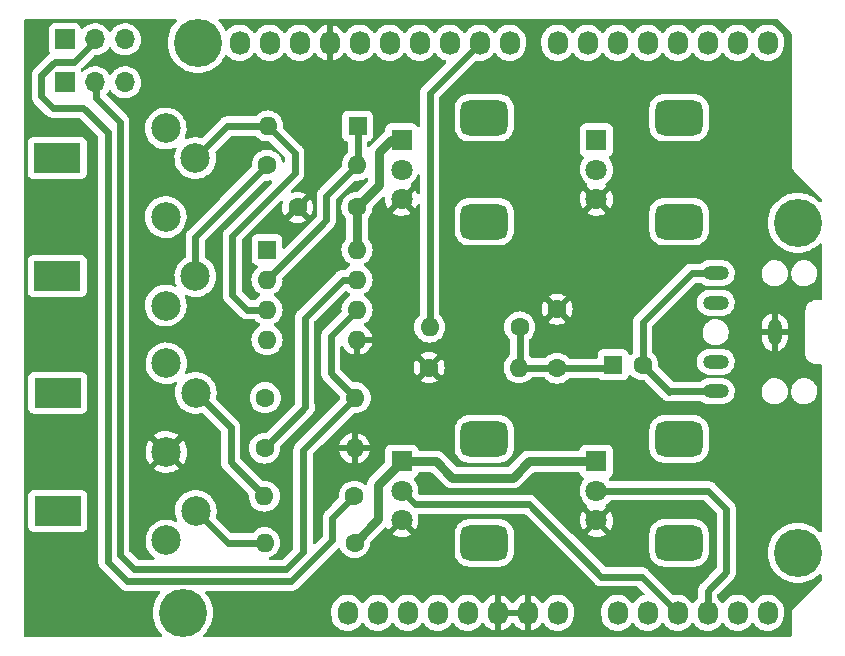
<source format=gbr>
%TF.GenerationSoftware,KiCad,Pcbnew,(6.0.5)*%
%TF.CreationDate,2022-11-11T15:24:03+00:00*%
%TF.ProjectId,ArduinoMozziExperimentShield,41726475-696e-46f4-9d6f-7a7a69457870,rev?*%
%TF.SameCoordinates,Original*%
%TF.FileFunction,Copper,L1,Top*%
%TF.FilePolarity,Positive*%
%FSLAX46Y46*%
G04 Gerber Fmt 4.6, Leading zero omitted, Abs format (unit mm)*
G04 Created by KiCad (PCBNEW (6.0.5)) date 2022-11-11 15:24:03*
%MOMM*%
%LPD*%
G01*
G04 APERTURE LIST*
G04 Aperture macros list*
%AMRoundRect*
0 Rectangle with rounded corners*
0 $1 Rounding radius*
0 $2 $3 $4 $5 $6 $7 $8 $9 X,Y pos of 4 corners*
0 Add a 4 corners polygon primitive as box body*
4,1,4,$2,$3,$4,$5,$6,$7,$8,$9,$2,$3,0*
0 Add four circle primitives for the rounded corners*
1,1,$1+$1,$2,$3*
1,1,$1+$1,$4,$5*
1,1,$1+$1,$6,$7*
1,1,$1+$1,$8,$9*
0 Add four rect primitives between the rounded corners*
20,1,$1+$1,$2,$3,$4,$5,0*
20,1,$1+$1,$4,$5,$6,$7,0*
20,1,$1+$1,$6,$7,$8,$9,0*
20,1,$1+$1,$8,$9,$2,$3,0*%
G04 Aperture macros list end*
%TA.AperFunction,ComponentPad*%
%ADD10O,1.727200X2.032000*%
%TD*%
%TA.AperFunction,ComponentPad*%
%ADD11C,4.064000*%
%TD*%
%TA.AperFunction,ComponentPad*%
%ADD12R,1.600000X1.600000*%
%TD*%
%TA.AperFunction,ComponentPad*%
%ADD13C,1.600000*%
%TD*%
%TA.AperFunction,ComponentPad*%
%ADD14O,1.600000X1.600000*%
%TD*%
%TA.AperFunction,WasherPad*%
%ADD15R,4.000000X2.500000*%
%TD*%
%TA.AperFunction,ComponentPad*%
%ADD16C,2.499360*%
%TD*%
%TA.AperFunction,ComponentPad*%
%ADD17R,1.800000X1.800000*%
%TD*%
%TA.AperFunction,ComponentPad*%
%ADD18C,1.800000*%
%TD*%
%TA.AperFunction,ComponentPad*%
%ADD19RoundRect,0.750000X-1.250000X-0.750000X1.250000X-0.750000X1.250000X0.750000X-1.250000X0.750000X0*%
%TD*%
%TA.AperFunction,ComponentPad*%
%ADD20R,1.700000X1.700000*%
%TD*%
%TA.AperFunction,ComponentPad*%
%ADD21O,1.700000X1.700000*%
%TD*%
%TA.AperFunction,ComponentPad*%
%ADD22O,2.200000X1.200000*%
%TD*%
%TA.AperFunction,ComponentPad*%
%ADD23O,1.200000X2.200000*%
%TD*%
%TA.AperFunction,Conductor*%
%ADD24C,0.800000*%
%TD*%
%TA.AperFunction,Conductor*%
%ADD25C,0.600000*%
%TD*%
G04 APERTURE END LIST*
D10*
%TO.P,P1,1,Pin_1*%
%TO.N,unconnected-(P1-Pad1)*%
X138938000Y-123825000D03*
%TO.P,P1,2,Pin_2*%
%TO.N,/IOREF*%
X141478000Y-123825000D03*
%TO.P,P1,3,Pin_3*%
%TO.N,/Reset*%
X144018000Y-123825000D03*
%TO.P,P1,4,Pin_4*%
%TO.N,+3V3*%
X146558000Y-123825000D03*
%TO.P,P1,5,Pin_5*%
%TO.N,+5V*%
X149098000Y-123825000D03*
%TO.P,P1,6,Pin_6*%
%TO.N,GND*%
X151638000Y-123825000D03*
%TO.P,P1,7,Pin_7*%
X154178000Y-123825000D03*
%TO.P,P1,8,Pin_8*%
%TO.N,/Vin*%
X156718000Y-123825000D03*
%TD*%
%TO.P,P2,1,Pin_1*%
%TO.N,/A0*%
X161798000Y-123825000D03*
%TO.P,P2,2,Pin_2*%
%TO.N,/A1*%
X164338000Y-123825000D03*
%TO.P,P2,3,Pin_3*%
%TO.N,/A2*%
X166878000Y-123825000D03*
%TO.P,P2,4,Pin_4*%
%TO.N,/A3*%
X169418000Y-123825000D03*
%TO.P,P2,5,Pin_5*%
%TO.N,/A4(SDA)*%
X171958000Y-123825000D03*
%TO.P,P2,6,Pin_6*%
%TO.N,/A5(SCL)*%
X174498000Y-123825000D03*
%TD*%
%TO.P,P3,1,Pin_1*%
%TO.N,unconnected-(P3-Pad1)*%
X129794000Y-75565000D03*
%TO.P,P3,2,Pin_2*%
%TO.N,unconnected-(P3-Pad2)*%
X132334000Y-75565000D03*
%TO.P,P3,3,Pin_3*%
%TO.N,/AREF*%
X134874000Y-75565000D03*
%TO.P,P3,4,Pin_4*%
%TO.N,GND*%
X137414000Y-75565000D03*
%TO.P,P3,5,Pin_5*%
%TO.N,/13(SCK)*%
X139954000Y-75565000D03*
%TO.P,P3,6,Pin_6*%
%TO.N,/12(MISO)*%
X142494000Y-75565000D03*
%TO.P,P3,7,Pin_7*%
%TO.N,/11(\u002A\u002A{slash}MOSI)*%
X145034000Y-75565000D03*
%TO.P,P3,8,Pin_8*%
%TO.N,/10(\u002A\u002A{slash}SS)*%
X147574000Y-75565000D03*
%TO.P,P3,9,Pin_9*%
%TO.N,/9(\u002A\u002A)*%
X150114000Y-75565000D03*
%TO.P,P3,10,Pin_10*%
%TO.N,/8*%
X152654000Y-75565000D03*
%TD*%
%TO.P,P4,1,Pin_1*%
%TO.N,/7*%
X156718000Y-75565000D03*
%TO.P,P4,2,Pin_2*%
%TO.N,/6(\u002A\u002A)*%
X159258000Y-75565000D03*
%TO.P,P4,3,Pin_3*%
%TO.N,/5(\u002A\u002A)*%
X161798000Y-75565000D03*
%TO.P,P4,4,Pin_4*%
%TO.N,/4*%
X164338000Y-75565000D03*
%TO.P,P4,5,Pin_5*%
%TO.N,/3(\u002A\u002A)*%
X166878000Y-75565000D03*
%TO.P,P4,6,Pin_6*%
%TO.N,/2*%
X169418000Y-75565000D03*
%TO.P,P4,7,Pin_7*%
%TO.N,/1(Tx)*%
X171958000Y-75565000D03*
%TO.P,P4,8,Pin_8*%
%TO.N,/0(Rx)*%
X174498000Y-75565000D03*
%TD*%
D11*
%TO.P,P5,1,Pin_1*%
%TO.N,unconnected-(P5-Pad1)*%
X124968000Y-123825000D03*
%TD*%
%TO.P,P6,1,Pin_1*%
%TO.N,unconnected-(P6-Pad1)*%
X177038000Y-118745000D03*
%TD*%
%TO.P,P7,1,Pin_1*%
%TO.N,unconnected-(P7-Pad1)*%
X126238000Y-75565000D03*
%TD*%
%TO.P,P8,1,Pin_1*%
%TO.N,unconnected-(P8-Pad1)*%
X177038000Y-90805000D03*
%TD*%
D12*
%TO.P,C3,1*%
%TO.N,Net-(C2-Pad1)*%
X161410375Y-102825000D03*
D13*
%TO.P,C3,2*%
%TO.N,Net-(C3-Pad2)*%
X163910375Y-102825000D03*
%TD*%
D12*
%TO.P,U1,1,NC*%
%TO.N,unconnected-(U1-Pad1)*%
X132108000Y-93075000D03*
D14*
%TO.P,U1,2,C1*%
%TO.N,Net-(D1-Pad1)*%
X132108000Y-95615000D03*
%TO.P,U1,3,C2*%
%TO.N,Net-(D1-Pad2)*%
X132108000Y-98155000D03*
%TO.P,U1,4,NC*%
%TO.N,unconnected-(U1-Pad4)*%
X132108000Y-100695000D03*
%TO.P,U1,5,GND*%
%TO.N,GND*%
X139728000Y-100695000D03*
%TO.P,U1,6,VO2*%
%TO.N,Net-(J2-Pad2)*%
X139728000Y-98155000D03*
%TO.P,U1,7,VO1*%
%TO.N,Net-(R4-Pad1)*%
X139728000Y-95615000D03*
%TO.P,U1,8,VCC*%
%TO.N,+5V*%
X139728000Y-93075000D03*
%TD*%
D15*
%TO.P,IN1,*%
%TO.N,*%
X114340300Y-95316260D03*
X114340300Y-85313740D03*
D16*
%TO.P,IN1,1*%
%TO.N,unconnected-(IN1-Pad1)*%
X123535200Y-97813080D03*
%TO.P,IN1,2*%
%TO.N,unconnected-(IN1-Pad2)*%
X123537740Y-90315000D03*
%TO.P,IN1,3*%
%TO.N,unconnected-(IN1-Pad3)*%
X123535200Y-82816920D03*
%TO.P,IN1,4*%
%TO.N,Net-(IN1-Pad4)*%
X126037100Y-95311180D03*
%TO.P,IN1,5*%
%TO.N,Net-(D1-Pad2)*%
X126037100Y-85318820D03*
%TD*%
D13*
%TO.P,R5,1*%
%TO.N,+5V*%
X131958000Y-105615000D03*
D14*
%TO.P,R5,2*%
%TO.N,Net-(J2-Pad2)*%
X139578000Y-105615000D03*
%TD*%
D17*
%TO.P,RV3,1,1*%
%TO.N,+5V*%
X143500000Y-111000000D03*
D18*
%TO.P,RV3,2,2*%
%TO.N,/A2*%
X143500000Y-113500000D03*
%TO.P,RV3,3,3*%
%TO.N,GND*%
X143500000Y-116000000D03*
D19*
%TO.P,RV3,MP*%
%TO.N,N/C*%
X150500000Y-117900000D03*
X150500000Y-109100000D03*
%TD*%
D13*
%TO.P,R4,1*%
%TO.N,Net-(R4-Pad1)*%
X131898000Y-109885000D03*
D14*
%TO.P,R4,2*%
%TO.N,GND*%
X139518000Y-109885000D03*
%TD*%
D20*
%TO.P,J2,1,Pin_1*%
%TO.N,unconnected-(J2-Pad1)*%
X115013000Y-78905000D03*
D21*
%TO.P,J2,2,Pin_2*%
%TO.N,Net-(J2-Pad2)*%
X117553000Y-78905000D03*
%TO.P,J2,3,Pin_3*%
%TO.N,/0(Rx)*%
X120093000Y-78905000D03*
%TD*%
D20*
%TO.P,J1,1,Pin_1*%
%TO.N,unconnected-(J1-Pad1)*%
X115013000Y-75275000D03*
D21*
%TO.P,J1,2,Pin_2*%
%TO.N,Net-(J1-Pad2)*%
X117553000Y-75275000D03*
%TO.P,J1,3,Pin_3*%
%TO.N,/1(Tx)*%
X120093000Y-75275000D03*
%TD*%
D13*
%TO.P,R7,1*%
%TO.N,GND*%
X145828000Y-103065000D03*
D14*
%TO.P,R7,2*%
%TO.N,Net-(C2-Pad1)*%
X153448000Y-103065000D03*
%TD*%
D15*
%TO.P,OUT1,*%
%TO.N,*%
X114390300Y-105193740D03*
X114390300Y-115196260D03*
D16*
%TO.P,OUT1,1*%
%TO.N,unconnected-(OUT1-Pad1)*%
X123585200Y-117693080D03*
%TO.P,OUT1,2*%
%TO.N,GND*%
X123587740Y-110195000D03*
%TO.P,OUT1,3*%
%TO.N,unconnected-(OUT1-Pad3)*%
X123585200Y-102696920D03*
%TO.P,OUT1,4*%
%TO.N,Net-(OUT1-Pad4)*%
X126087100Y-115191180D03*
%TO.P,OUT1,5*%
%TO.N,Net-(OUT1-Pad5)*%
X126087100Y-105198820D03*
%TD*%
D13*
%TO.P,R3,1*%
%TO.N,Net-(IN1-Pad4)*%
X132118000Y-85915000D03*
D14*
%TO.P,R3,2*%
%TO.N,Net-(D1-Pad1)*%
X139738000Y-85915000D03*
%TD*%
D17*
%TO.P,RV2,1,1*%
%TO.N,+5V*%
X160000000Y-83800000D03*
D18*
%TO.P,RV2,2,2*%
%TO.N,/A1*%
X160000000Y-86300000D03*
%TO.P,RV2,3,3*%
%TO.N,GND*%
X160000000Y-88800000D03*
D19*
%TO.P,RV2,MP*%
%TO.N,N/C*%
X167000000Y-81900000D03*
X167000000Y-90700000D03*
%TD*%
D12*
%TO.P,D1,1,K*%
%TO.N,Net-(D1-Pad1)*%
X139778000Y-82605000D03*
D14*
%TO.P,D1,2,A*%
%TO.N,Net-(D1-Pad2)*%
X132158000Y-82605000D03*
%TD*%
D13*
%TO.P,R2,1*%
%TO.N,Net-(J1-Pad2)*%
X139498000Y-113945000D03*
D14*
%TO.P,R2,2*%
%TO.N,Net-(OUT1-Pad5)*%
X131878000Y-113945000D03*
%TD*%
D17*
%TO.P,RV4,1,1*%
%TO.N,+5V*%
X160000000Y-111000000D03*
D18*
%TO.P,RV4,2,2*%
%TO.N,/A3*%
X160000000Y-113500000D03*
%TO.P,RV4,3,3*%
%TO.N,GND*%
X160000000Y-116000000D03*
D19*
%TO.P,RV4,MP*%
%TO.N,N/C*%
X167000000Y-109100000D03*
X167000000Y-117900000D03*
%TD*%
D13*
%TO.P,C1,1*%
%TO.N,+5V*%
X139708000Y-89495000D03*
%TO.P,C1,2*%
%TO.N,GND*%
X134708000Y-89495000D03*
%TD*%
%TO.P,R1,1*%
%TO.N,+5V*%
X139518000Y-117875000D03*
D14*
%TO.P,R1,2*%
%TO.N,Net-(OUT1-Pad4)*%
X131898000Y-117875000D03*
%TD*%
D13*
%TO.P,R6,1*%
%TO.N,Net-(C2-Pad1)*%
X153500000Y-99625000D03*
D14*
%TO.P,R6,2*%
%TO.N,/9(\u002A\u002A)*%
X145880000Y-99625000D03*
%TD*%
D17*
%TO.P,RV1,1,1*%
%TO.N,+5V*%
X143500000Y-83800000D03*
D18*
%TO.P,RV1,2,2*%
%TO.N,/A0*%
X143500000Y-86300000D03*
%TO.P,RV1,3,3*%
%TO.N,GND*%
X143500000Y-88800000D03*
D19*
%TO.P,RV1,MP*%
%TO.N,N/C*%
X150500000Y-90700000D03*
X150500000Y-81900000D03*
%TD*%
D13*
%TO.P,C2,1*%
%TO.N,Net-(C2-Pad1)*%
X156668000Y-103105000D03*
%TO.P,C2,2*%
%TO.N,GND*%
X156668000Y-98105000D03*
%TD*%
D22*
%TO.P,J3,R*%
%TO.N,Net-(C3-Pad2)*%
X170098000Y-105065000D03*
%TO.P,J3,RN*%
%TO.N,N/C*%
X170098000Y-102565000D03*
D23*
%TO.P,J3,S*%
%TO.N,GND*%
X175098000Y-100065000D03*
D22*
%TO.P,J3,T*%
%TO.N,Net-(C3-Pad2)*%
X170098000Y-95065000D03*
%TO.P,J3,TN*%
%TO.N,N/C*%
X170098000Y-97565000D03*
%TD*%
D24*
%TO.N,+5V*%
X139708000Y-89495000D02*
X141598000Y-87605000D01*
X152898000Y-112375000D02*
X154273000Y-111000000D01*
X141478000Y-115915000D02*
X141478000Y-113022000D01*
X139728000Y-93075000D02*
X139728000Y-89515000D01*
X141478000Y-113022000D02*
X143500000Y-111000000D01*
X141598000Y-87605000D02*
X141598000Y-84835000D01*
X154273000Y-111000000D02*
X160000000Y-111000000D01*
X146393000Y-111000000D02*
X147768000Y-112375000D01*
X142633000Y-83800000D02*
X143500000Y-83800000D01*
X139728000Y-89515000D02*
X139708000Y-89495000D01*
X147768000Y-112375000D02*
X152898000Y-112375000D01*
X139518000Y-117875000D02*
X141478000Y-115915000D01*
X143500000Y-111000000D02*
X146393000Y-111000000D01*
X141598000Y-84835000D02*
X142633000Y-83800000D01*
D25*
%TO.N,/A2*%
X154274500Y-114631500D02*
X160418000Y-120775000D01*
X144631500Y-114631500D02*
X154274500Y-114631500D01*
X160418000Y-120775000D02*
X163828000Y-120775000D01*
X163828000Y-120775000D02*
X166878000Y-123825000D01*
X143500000Y-113500000D02*
X144631500Y-114631500D01*
%TO.N,/A3*%
X169483000Y-113500000D02*
X160000000Y-113500000D01*
X170988000Y-120365000D02*
X170988000Y-115005000D01*
X170988000Y-115005000D02*
X169483000Y-113500000D01*
X169418000Y-121935000D02*
X170988000Y-120365000D01*
X169418000Y-123825000D02*
X169418000Y-121935000D01*
%TO.N,/9(\u002A\u002A)*%
X145880000Y-99625000D02*
X145880000Y-79799000D01*
X145880000Y-79799000D02*
X150114000Y-75565000D01*
%TO.N,Net-(C2-Pad1)*%
X161130375Y-103105000D02*
X161410375Y-102825000D01*
X153500000Y-99625000D02*
X153500000Y-103013000D01*
X156668000Y-103105000D02*
X161130375Y-103105000D01*
X156628000Y-103065000D02*
X156668000Y-103105000D01*
X153500000Y-103013000D02*
X153448000Y-103065000D01*
X153448000Y-103065000D02*
X156628000Y-103065000D01*
%TO.N,Net-(D1-Pad1)*%
X139738000Y-85915000D02*
X137128000Y-88525000D01*
X139778000Y-82605000D02*
X139778000Y-85875000D01*
X137128000Y-90595000D02*
X132108000Y-95615000D01*
X139778000Y-85875000D02*
X139738000Y-85915000D01*
X137128000Y-88525000D02*
X137128000Y-90595000D01*
%TO.N,Net-(D1-Pad2)*%
X128750920Y-82605000D02*
X132158000Y-82605000D01*
X130418000Y-98155000D02*
X132108000Y-98155000D01*
X129168000Y-91905000D02*
X134448000Y-86625000D01*
X126037100Y-85318820D02*
X128750920Y-82605000D01*
X129168000Y-91905000D02*
X129168000Y-96905000D01*
X134448000Y-84895000D02*
X132158000Y-82605000D01*
X129168000Y-96905000D02*
X130418000Y-98155000D01*
X134448000Y-86625000D02*
X134448000Y-84895000D01*
%TO.N,Net-(IN1-Pad4)*%
X126037100Y-95311180D02*
X126037100Y-92355900D01*
X132118000Y-85915000D02*
X126037100Y-91995900D01*
X126037100Y-91995900D02*
X126037100Y-92355900D01*
%TO.N,Net-(C3-Pad2)*%
X168058000Y-95065000D02*
X170098000Y-95065000D01*
X166210375Y-105065000D02*
X170098000Y-105065000D01*
X163910375Y-102825000D02*
X166180375Y-105095000D01*
X163910375Y-99212625D02*
X168058000Y-95065000D01*
X163910375Y-102825000D02*
X163910375Y-99212625D01*
X166180375Y-105095000D02*
X166210375Y-105065000D01*
%TO.N,Net-(OUT1-Pad4)*%
X131898000Y-117875000D02*
X128770920Y-117875000D01*
X128770920Y-117875000D02*
X126087100Y-115191180D01*
%TO.N,Net-(OUT1-Pad5)*%
X131878000Y-113945000D02*
X129018000Y-111085000D01*
X129018000Y-111085000D02*
X129018000Y-108129720D01*
X129018000Y-108129720D02*
X126087100Y-105198820D01*
%TO.N,Net-(R4-Pad1)*%
X135298000Y-106365000D02*
X135298000Y-98825000D01*
X131898000Y-109885000D02*
X135358000Y-106425000D01*
X135298000Y-98825000D02*
X138508000Y-95615000D01*
X138508000Y-95615000D02*
X139728000Y-95615000D01*
X135358000Y-106425000D02*
X135298000Y-106365000D01*
%TO.N,Net-(J1-Pad2)*%
X139498000Y-113945000D02*
X137623000Y-115820000D01*
X116558000Y-81085000D02*
X113978000Y-81085000D01*
X134168000Y-121145000D02*
X120258000Y-121145000D01*
X120258000Y-121145000D02*
X118628000Y-119515000D01*
X137638000Y-117675000D02*
X134168000Y-121145000D01*
X115783000Y-77175000D02*
X117593000Y-75365000D01*
X137623000Y-115820000D02*
X137638000Y-115835000D01*
X137638000Y-115835000D02*
X137638000Y-117675000D01*
X114138000Y-77175000D02*
X115783000Y-77175000D01*
X112988000Y-78325000D02*
X114138000Y-77175000D01*
X118628000Y-119515000D02*
X118628000Y-83155000D01*
X118628000Y-83155000D02*
X116558000Y-81085000D01*
X113978000Y-81085000D02*
X112988000Y-80095000D01*
X112988000Y-80095000D02*
X112988000Y-78325000D01*
%TO.N,Net-(J2-Pad2)*%
X135158000Y-110035000D02*
X135158000Y-118715000D01*
X139578000Y-105615000D02*
X135158000Y-110035000D01*
X117593000Y-80220000D02*
X119648000Y-82275000D01*
X139578000Y-105615000D02*
X137518000Y-103555000D01*
X137518000Y-100365000D02*
X139728000Y-98155000D01*
X135158000Y-118715000D02*
X133718000Y-120155000D01*
X117593000Y-78985000D02*
X117593000Y-80220000D01*
X119648000Y-118935000D02*
X119648000Y-82275000D01*
X133718000Y-120155000D02*
X120868000Y-120155000D01*
X120868000Y-120155000D02*
X119648000Y-118935000D01*
X137518000Y-103555000D02*
X137518000Y-100365000D01*
%TD*%
%TA.AperFunction,Conductor*%
%TO.N,GND*%
G36*
X124439997Y-73553502D02*
G01*
X124486490Y-73607158D01*
X124496594Y-73677432D01*
X124467100Y-73742012D01*
X124458129Y-73751350D01*
X124382394Y-73822470D01*
X124178629Y-74068779D01*
X124176505Y-74072126D01*
X124176502Y-74072130D01*
X124017587Y-74322540D01*
X124007341Y-74338685D01*
X124005657Y-74342264D01*
X124005653Y-74342271D01*
X123888987Y-74590200D01*
X123871233Y-74627930D01*
X123870007Y-74631702D01*
X123870007Y-74631703D01*
X123868107Y-74637551D01*
X123772449Y-74931954D01*
X123712549Y-75245961D01*
X123692477Y-75565000D01*
X123712549Y-75884039D01*
X123772449Y-76198046D01*
X123788985Y-76248938D01*
X123868201Y-76492737D01*
X123871233Y-76502070D01*
X123872920Y-76505656D01*
X123872922Y-76505660D01*
X124005653Y-76787729D01*
X124005657Y-76787736D01*
X124007341Y-76791315D01*
X124009465Y-76794661D01*
X124009465Y-76794662D01*
X124169914Y-77047488D01*
X124178629Y-77061221D01*
X124382394Y-77307530D01*
X124615423Y-77526359D01*
X124874041Y-77714256D01*
X124877510Y-77716163D01*
X124877513Y-77716165D01*
X125134708Y-77857559D01*
X125154169Y-77868258D01*
X125288989Y-77921637D01*
X125447707Y-77984478D01*
X125447710Y-77984479D01*
X125451390Y-77985936D01*
X125455224Y-77986920D01*
X125455232Y-77986923D01*
X125647153Y-78036200D01*
X125761017Y-78065435D01*
X125764945Y-78065931D01*
X125764949Y-78065932D01*
X125890642Y-78081810D01*
X126078165Y-78105500D01*
X126397835Y-78105500D01*
X126585358Y-78081810D01*
X126711051Y-78065932D01*
X126711055Y-78065931D01*
X126714983Y-78065435D01*
X126828847Y-78036200D01*
X127020768Y-77986923D01*
X127020776Y-77986920D01*
X127024610Y-77985936D01*
X127028290Y-77984479D01*
X127028293Y-77984478D01*
X127187011Y-77921637D01*
X127321831Y-77868258D01*
X127341293Y-77857559D01*
X127598487Y-77716165D01*
X127598490Y-77716163D01*
X127601959Y-77714256D01*
X127860577Y-77526359D01*
X128093606Y-77307530D01*
X128297371Y-77061221D01*
X128306087Y-77047488D01*
X128466535Y-76794662D01*
X128466535Y-76794661D01*
X128468659Y-76791315D01*
X128470343Y-76787736D01*
X128470347Y-76787729D01*
X128540177Y-76639332D01*
X128587280Y-76586211D01*
X128655625Y-76566988D01*
X128723512Y-76587767D01*
X128745355Y-76606008D01*
X128881532Y-76748758D01*
X129068350Y-76887754D01*
X129073102Y-76890170D01*
X129270244Y-76990402D01*
X129275916Y-76993286D01*
X129387106Y-77027811D01*
X129493193Y-77060753D01*
X129493199Y-77060754D01*
X129498296Y-77062337D01*
X129622660Y-77078820D01*
X129723848Y-77092232D01*
X129723852Y-77092232D01*
X129729132Y-77092932D01*
X129734462Y-77092732D01*
X129734463Y-77092732D01*
X129845477Y-77088564D01*
X129961822Y-77084197D01*
X130066005Y-77062337D01*
X130184486Y-77037477D01*
X130184489Y-77037476D01*
X130189713Y-77036380D01*
X130406290Y-76950850D01*
X130605359Y-76830051D01*
X130609855Y-76826150D01*
X130777197Y-76680939D01*
X130777199Y-76680937D01*
X130781230Y-76677439D01*
X130784613Y-76673313D01*
X130784617Y-76673309D01*
X130910197Y-76520152D01*
X130928872Y-76497376D01*
X130938458Y-76480537D01*
X130954845Y-76451748D01*
X131005927Y-76402442D01*
X131075558Y-76388580D01*
X131141629Y-76414563D01*
X131168867Y-76443713D01*
X131260804Y-76580272D01*
X131264483Y-76584129D01*
X131264485Y-76584131D01*
X131343969Y-76667451D01*
X131421532Y-76748758D01*
X131608350Y-76887754D01*
X131613102Y-76890170D01*
X131810244Y-76990402D01*
X131815916Y-76993286D01*
X131927106Y-77027811D01*
X132033193Y-77060753D01*
X132033199Y-77060754D01*
X132038296Y-77062337D01*
X132162660Y-77078820D01*
X132263848Y-77092232D01*
X132263852Y-77092232D01*
X132269132Y-77092932D01*
X132274462Y-77092732D01*
X132274463Y-77092732D01*
X132385477Y-77088564D01*
X132501822Y-77084197D01*
X132606005Y-77062337D01*
X132724486Y-77037477D01*
X132724489Y-77037476D01*
X132729713Y-77036380D01*
X132946290Y-76950850D01*
X133145359Y-76830051D01*
X133149855Y-76826150D01*
X133317197Y-76680939D01*
X133317199Y-76680937D01*
X133321230Y-76677439D01*
X133324613Y-76673313D01*
X133324617Y-76673309D01*
X133450197Y-76520152D01*
X133468872Y-76497376D01*
X133478458Y-76480537D01*
X133494845Y-76451748D01*
X133545927Y-76402442D01*
X133615558Y-76388580D01*
X133681629Y-76414563D01*
X133708867Y-76443713D01*
X133800804Y-76580272D01*
X133804483Y-76584129D01*
X133804485Y-76584131D01*
X133883969Y-76667451D01*
X133961532Y-76748758D01*
X134148350Y-76887754D01*
X134153102Y-76890170D01*
X134350244Y-76990402D01*
X134355916Y-76993286D01*
X134467106Y-77027811D01*
X134573193Y-77060753D01*
X134573199Y-77060754D01*
X134578296Y-77062337D01*
X134702660Y-77078820D01*
X134803848Y-77092232D01*
X134803852Y-77092232D01*
X134809132Y-77092932D01*
X134814462Y-77092732D01*
X134814463Y-77092732D01*
X134925477Y-77088564D01*
X135041822Y-77084197D01*
X135146005Y-77062337D01*
X135264486Y-77037477D01*
X135264489Y-77037476D01*
X135269713Y-77036380D01*
X135486290Y-76950850D01*
X135685359Y-76830051D01*
X135689855Y-76826150D01*
X135857197Y-76680939D01*
X135857199Y-76680937D01*
X135861230Y-76677439D01*
X135864613Y-76673313D01*
X135864617Y-76673309D01*
X135990197Y-76520152D01*
X136008872Y-76497376D01*
X136035122Y-76451261D01*
X136086202Y-76401956D01*
X136155832Y-76388094D01*
X136221904Y-76414077D01*
X136249143Y-76443227D01*
X136338215Y-76575530D01*
X136344876Y-76583816D01*
X136498180Y-76744520D01*
X136506148Y-76751569D01*
X136684336Y-76884144D01*
X136693366Y-76889743D01*
X136891347Y-76990402D01*
X136901208Y-76994405D01*
X137113301Y-77060263D01*
X137123696Y-77062548D01*
X137142041Y-77064980D01*
X137156208Y-77062783D01*
X137160000Y-77049599D01*
X137160000Y-74082512D01*
X137156027Y-74068981D01*
X137145420Y-74067456D01*
X137023657Y-74093004D01*
X137013461Y-74096064D01*
X136806903Y-74177637D01*
X136797366Y-74182371D01*
X136607497Y-74297586D01*
X136598907Y-74303850D01*
X136431163Y-74449411D01*
X136423743Y-74457041D01*
X136282927Y-74628780D01*
X136276898Y-74637551D01*
X136253467Y-74678715D01*
X136202385Y-74728022D01*
X136132755Y-74741884D01*
X136066684Y-74715901D01*
X136039445Y-74686751D01*
X136006125Y-74637259D01*
X135947196Y-74549728D01*
X135922598Y-74523942D01*
X135790152Y-74385104D01*
X135786468Y-74381242D01*
X135599650Y-74242246D01*
X135472574Y-74177637D01*
X135396842Y-74139133D01*
X135396841Y-74139133D01*
X135392084Y-74136714D01*
X135253299Y-74093620D01*
X135174807Y-74069247D01*
X135174801Y-74069246D01*
X135169704Y-74067663D01*
X135045340Y-74051180D01*
X134944152Y-74037768D01*
X134944148Y-74037768D01*
X134938868Y-74037068D01*
X134933538Y-74037268D01*
X134933537Y-74037268D01*
X134822523Y-74041436D01*
X134706178Y-74045803D01*
X134655874Y-74056358D01*
X134483514Y-74092523D01*
X134483511Y-74092524D01*
X134478287Y-74093620D01*
X134261710Y-74179150D01*
X134062641Y-74299949D01*
X134058611Y-74303446D01*
X133922677Y-74421403D01*
X133886770Y-74452561D01*
X133883387Y-74456687D01*
X133883383Y-74456691D01*
X133810262Y-74545869D01*
X133739128Y-74632624D01*
X133736490Y-74637259D01*
X133736487Y-74637263D01*
X133713155Y-74678252D01*
X133662073Y-74727558D01*
X133592442Y-74741420D01*
X133526371Y-74715437D01*
X133499133Y-74686287D01*
X133423953Y-74574618D01*
X133407196Y-74549728D01*
X133382598Y-74523942D01*
X133250152Y-74385104D01*
X133246468Y-74381242D01*
X133059650Y-74242246D01*
X132932574Y-74177637D01*
X132856842Y-74139133D01*
X132856841Y-74139133D01*
X132852084Y-74136714D01*
X132713299Y-74093620D01*
X132634807Y-74069247D01*
X132634801Y-74069246D01*
X132629704Y-74067663D01*
X132505340Y-74051180D01*
X132404152Y-74037768D01*
X132404148Y-74037768D01*
X132398868Y-74037068D01*
X132393538Y-74037268D01*
X132393537Y-74037268D01*
X132282523Y-74041436D01*
X132166178Y-74045803D01*
X132115874Y-74056358D01*
X131943514Y-74092523D01*
X131943511Y-74092524D01*
X131938287Y-74093620D01*
X131721710Y-74179150D01*
X131522641Y-74299949D01*
X131518611Y-74303446D01*
X131382677Y-74421403D01*
X131346770Y-74452561D01*
X131343387Y-74456687D01*
X131343383Y-74456691D01*
X131270262Y-74545869D01*
X131199128Y-74632624D01*
X131196490Y-74637259D01*
X131196487Y-74637263D01*
X131173155Y-74678252D01*
X131122073Y-74727558D01*
X131052442Y-74741420D01*
X130986371Y-74715437D01*
X130959133Y-74686287D01*
X130883953Y-74574618D01*
X130867196Y-74549728D01*
X130842598Y-74523942D01*
X130710152Y-74385104D01*
X130706468Y-74381242D01*
X130519650Y-74242246D01*
X130392574Y-74177637D01*
X130316842Y-74139133D01*
X130316841Y-74139133D01*
X130312084Y-74136714D01*
X130173299Y-74093620D01*
X130094807Y-74069247D01*
X130094801Y-74069246D01*
X130089704Y-74067663D01*
X129965340Y-74051180D01*
X129864152Y-74037768D01*
X129864148Y-74037768D01*
X129858868Y-74037068D01*
X129853538Y-74037268D01*
X129853537Y-74037268D01*
X129742523Y-74041436D01*
X129626178Y-74045803D01*
X129575874Y-74056358D01*
X129403514Y-74092523D01*
X129403511Y-74092524D01*
X129398287Y-74093620D01*
X129181710Y-74179150D01*
X128982641Y-74299949D01*
X128978611Y-74303446D01*
X128842677Y-74421403D01*
X128806770Y-74452561D01*
X128803384Y-74456691D01*
X128803383Y-74456692D01*
X128752489Y-74518761D01*
X128693829Y-74558756D01*
X128622859Y-74560687D01*
X128562111Y-74523942D01*
X128541047Y-74492518D01*
X128470347Y-74342271D01*
X128470343Y-74342264D01*
X128468659Y-74338685D01*
X128458413Y-74322540D01*
X128299498Y-74072130D01*
X128299495Y-74072126D01*
X128297371Y-74068779D01*
X128093606Y-73822470D01*
X128017871Y-73751350D01*
X127981906Y-73690137D01*
X127984744Y-73619197D01*
X128025484Y-73561053D01*
X128091192Y-73534165D01*
X128104124Y-73533500D01*
X175251183Y-73533500D01*
X175319304Y-73553502D01*
X175340278Y-73570405D01*
X176492595Y-74722723D01*
X176526621Y-74785035D01*
X176529500Y-74811818D01*
X176529500Y-85909184D01*
X176528085Y-85922073D01*
X176528400Y-85922097D01*
X176527715Y-85931042D01*
X176525768Y-85939808D01*
X176526359Y-85948765D01*
X176526359Y-85948766D01*
X176529227Y-85992231D01*
X176529500Y-86000527D01*
X176529500Y-86015513D01*
X176531162Y-86027115D01*
X176532160Y-86036672D01*
X176534304Y-86069167D01*
X176535358Y-86085149D01*
X176538438Y-86093576D01*
X176539798Y-86100018D01*
X176541803Y-86107993D01*
X176543647Y-86114300D01*
X176544920Y-86123187D01*
X176548636Y-86131360D01*
X176565035Y-86167428D01*
X176568680Y-86176332D01*
X176582272Y-86213526D01*
X176582274Y-86213529D01*
X176585354Y-86221958D01*
X176590679Y-86229187D01*
X176593785Y-86234974D01*
X176597953Y-86242075D01*
X176601492Y-86247608D01*
X176605208Y-86255782D01*
X176611068Y-86262583D01*
X176636923Y-86292590D01*
X176642915Y-86300105D01*
X176651728Y-86312070D01*
X176655180Y-86315495D01*
X176655185Y-86315501D01*
X176661889Y-86322153D01*
X176668593Y-86329345D01*
X176700287Y-86366127D01*
X176707822Y-86371011D01*
X176711135Y-86373901D01*
X176726634Y-86386390D01*
X179023692Y-88665503D01*
X179052245Y-88693833D01*
X179086515Y-88756011D01*
X179089500Y-88783277D01*
X179089500Y-88955258D01*
X179069498Y-89023379D01*
X179015842Y-89069872D01*
X178945568Y-89079976D01*
X178877247Y-89047108D01*
X178875808Y-89045757D01*
X178660577Y-88843641D01*
X178653159Y-88838251D01*
X178539965Y-88756011D01*
X178401959Y-88655744D01*
X178392784Y-88650700D01*
X178125293Y-88503645D01*
X178125290Y-88503643D01*
X178121831Y-88501742D01*
X177869712Y-88401921D01*
X177828293Y-88385522D01*
X177828290Y-88385521D01*
X177824610Y-88384064D01*
X177820776Y-88383080D01*
X177820768Y-88383077D01*
X177599214Y-88326192D01*
X177514983Y-88304565D01*
X177511055Y-88304069D01*
X177511051Y-88304068D01*
X177351133Y-88283866D01*
X177197835Y-88264500D01*
X176878165Y-88264500D01*
X176724867Y-88283866D01*
X176564949Y-88304068D01*
X176564945Y-88304069D01*
X176561017Y-88304565D01*
X176476786Y-88326192D01*
X176255232Y-88383077D01*
X176255224Y-88383080D01*
X176251390Y-88384064D01*
X176247710Y-88385521D01*
X176247707Y-88385522D01*
X176206288Y-88401921D01*
X175954169Y-88501742D01*
X175950710Y-88503643D01*
X175950707Y-88503645D01*
X175683216Y-88650700D01*
X175674041Y-88655744D01*
X175536035Y-88756011D01*
X175422842Y-88838251D01*
X175415423Y-88843641D01*
X175247139Y-89001670D01*
X175200192Y-89045757D01*
X175182394Y-89062470D01*
X175179870Y-89065521D01*
X175179869Y-89065522D01*
X175118691Y-89139473D01*
X174978629Y-89308779D01*
X174976505Y-89312126D01*
X174976502Y-89312130D01*
X174821761Y-89555962D01*
X174807341Y-89578685D01*
X174805657Y-89582264D01*
X174805653Y-89582271D01*
X174701281Y-89804074D01*
X174671233Y-89867930D01*
X174670007Y-89871702D01*
X174670007Y-89871703D01*
X174644874Y-89949053D01*
X174572449Y-90171954D01*
X174512549Y-90485961D01*
X174492477Y-90805000D01*
X174512549Y-91124039D01*
X174572449Y-91438046D01*
X174585361Y-91477785D01*
X174663836Y-91719303D01*
X174671233Y-91742070D01*
X174672920Y-91745656D01*
X174672922Y-91745660D01*
X174805653Y-92027729D01*
X174805657Y-92027736D01*
X174807341Y-92031315D01*
X174809465Y-92034661D01*
X174809465Y-92034662D01*
X174973975Y-92293887D01*
X174978629Y-92301221D01*
X174981154Y-92304273D01*
X175168588Y-92530841D01*
X175182394Y-92547530D01*
X175415423Y-92766359D01*
X175674041Y-92954256D01*
X175677510Y-92956163D01*
X175677513Y-92956165D01*
X175715365Y-92976974D01*
X175954169Y-93108258D01*
X176116083Y-93172364D01*
X176247707Y-93224478D01*
X176247710Y-93224479D01*
X176251390Y-93225936D01*
X176255224Y-93226920D01*
X176255232Y-93226923D01*
X176447153Y-93276200D01*
X176561017Y-93305435D01*
X176564945Y-93305931D01*
X176564949Y-93305932D01*
X176690642Y-93321810D01*
X176878165Y-93345500D01*
X177197835Y-93345500D01*
X177385358Y-93321810D01*
X177511051Y-93305932D01*
X177511055Y-93305931D01*
X177514983Y-93305435D01*
X177628847Y-93276200D01*
X177820768Y-93226923D01*
X177820776Y-93226920D01*
X177824610Y-93225936D01*
X177828290Y-93224479D01*
X177828293Y-93224478D01*
X177959917Y-93172364D01*
X178121831Y-93108258D01*
X178360636Y-92976974D01*
X178398487Y-92956165D01*
X178398490Y-92956163D01*
X178401959Y-92954256D01*
X178660577Y-92766359D01*
X178877247Y-92562892D01*
X178940597Y-92530841D01*
X179011219Y-92538128D01*
X179066690Y-92582439D01*
X179089500Y-92654742D01*
X179089500Y-97230500D01*
X179069498Y-97298621D01*
X179015842Y-97345114D01*
X178963500Y-97356500D01*
X178651250Y-97356500D01*
X178630345Y-97354754D01*
X178615344Y-97352230D01*
X178615341Y-97352230D01*
X178610552Y-97351424D01*
X178604276Y-97351347D01*
X178602859Y-97351330D01*
X178602856Y-97351330D01*
X178598000Y-97351271D01*
X178582110Y-97353547D01*
X178576606Y-97354211D01*
X178472310Y-97364483D01*
X178419903Y-97369645D01*
X178248650Y-97421594D01*
X178243195Y-97424510D01*
X178243192Y-97424511D01*
X178164712Y-97466460D01*
X178090822Y-97505955D01*
X178086032Y-97509886D01*
X178050457Y-97539082D01*
X177952485Y-97619485D01*
X177838955Y-97757822D01*
X177836035Y-97763285D01*
X177758424Y-97908485D01*
X177754594Y-97915650D01*
X177702645Y-98086903D01*
X177695938Y-98155000D01*
X177688504Y-98230482D01*
X177687611Y-98237519D01*
X177684309Y-98258724D01*
X177685115Y-98264888D01*
X177685104Y-98265000D01*
X177685130Y-98265000D01*
X177686803Y-98277796D01*
X177686803Y-98277797D01*
X177688436Y-98290283D01*
X177689500Y-98306620D01*
X177689500Y-101815633D01*
X177688000Y-101835018D01*
X177685690Y-101849851D01*
X177685690Y-101849855D01*
X177684309Y-101858724D01*
X177685130Y-101865000D01*
X177685104Y-101865000D01*
X177685461Y-101868625D01*
X177685461Y-101868630D01*
X177695197Y-101967477D01*
X177702645Y-102043097D01*
X177754594Y-102214350D01*
X177757510Y-102219805D01*
X177757511Y-102219808D01*
X177823667Y-102343576D01*
X177838955Y-102372178D01*
X177952485Y-102510515D01*
X178090822Y-102624045D01*
X178096285Y-102626965D01*
X178243192Y-102705489D01*
X178243195Y-102705490D01*
X178248650Y-102708406D01*
X178419903Y-102760355D01*
X178553677Y-102773531D01*
X178562217Y-102774668D01*
X178574010Y-102776652D01*
X178580656Y-102777770D01*
X178580658Y-102777770D01*
X178585448Y-102778576D01*
X178591724Y-102778652D01*
X178593140Y-102778670D01*
X178593143Y-102778670D01*
X178598000Y-102778729D01*
X178625624Y-102774773D01*
X178643486Y-102773500D01*
X178963500Y-102773500D01*
X179031621Y-102793502D01*
X179078114Y-102847158D01*
X179089500Y-102899500D01*
X179089500Y-106564646D01*
X179069628Y-116103096D01*
X179069583Y-116124575D01*
X179069568Y-116124944D01*
X179069500Y-116125386D01*
X179069500Y-116164455D01*
X179069425Y-116200454D01*
X179069487Y-116200893D01*
X179069500Y-116201276D01*
X179069500Y-116876477D01*
X179049498Y-116944598D01*
X178995842Y-116991091D01*
X178925568Y-117001195D01*
X178857247Y-116968327D01*
X178842407Y-116954391D01*
X178660577Y-116783641D01*
X178401959Y-116595744D01*
X178397248Y-116593154D01*
X178125293Y-116443645D01*
X178125290Y-116443643D01*
X178121831Y-116441742D01*
X177926838Y-116364539D01*
X177828293Y-116325522D01*
X177828290Y-116325521D01*
X177824610Y-116324064D01*
X177820776Y-116323080D01*
X177820768Y-116323077D01*
X177628847Y-116273800D01*
X177514983Y-116244565D01*
X177511055Y-116244069D01*
X177511051Y-116244068D01*
X177385358Y-116228190D01*
X177197835Y-116204500D01*
X176878165Y-116204500D01*
X176690642Y-116228190D01*
X176564949Y-116244068D01*
X176564945Y-116244069D01*
X176561017Y-116244565D01*
X176447153Y-116273800D01*
X176255232Y-116323077D01*
X176255224Y-116323080D01*
X176251390Y-116324064D01*
X176247710Y-116325521D01*
X176247707Y-116325522D01*
X176149162Y-116364539D01*
X175954169Y-116441742D01*
X175950710Y-116443643D01*
X175950707Y-116443645D01*
X175678752Y-116593154D01*
X175674041Y-116595744D01*
X175415423Y-116783641D01*
X175182394Y-117002470D01*
X174978629Y-117248779D01*
X174976505Y-117252126D01*
X174976502Y-117252130D01*
X174869477Y-117420775D01*
X174807341Y-117518685D01*
X174805657Y-117522264D01*
X174805653Y-117522271D01*
X174746995Y-117646927D01*
X174671233Y-117807930D01*
X174670007Y-117811702D01*
X174670007Y-117811703D01*
X174647662Y-117880475D01*
X174572449Y-118111954D01*
X174512549Y-118425961D01*
X174492477Y-118745000D01*
X174512549Y-119064039D01*
X174572449Y-119378046D01*
X174671233Y-119682070D01*
X174672920Y-119685656D01*
X174672922Y-119685660D01*
X174805653Y-119967729D01*
X174805657Y-119967736D01*
X174807341Y-119971315D01*
X174809465Y-119974661D01*
X174809465Y-119974662D01*
X174958121Y-120208905D01*
X174978629Y-120241221D01*
X175008336Y-120277130D01*
X175124276Y-120417277D01*
X175182394Y-120487530D01*
X175185284Y-120490244D01*
X175185285Y-120490245D01*
X175196469Y-120500747D01*
X175415423Y-120706359D01*
X175674041Y-120894256D01*
X175677510Y-120896163D01*
X175677513Y-120896165D01*
X175762217Y-120942731D01*
X175954169Y-121048258D01*
X176020126Y-121074372D01*
X176247707Y-121164478D01*
X176247710Y-121164479D01*
X176251390Y-121165936D01*
X176255224Y-121166920D01*
X176255232Y-121166923D01*
X176447153Y-121216200D01*
X176561017Y-121245435D01*
X176564945Y-121245931D01*
X176564949Y-121245932D01*
X176690642Y-121261810D01*
X176878165Y-121285500D01*
X177197835Y-121285500D01*
X177385358Y-121261810D01*
X177511051Y-121245932D01*
X177511055Y-121245931D01*
X177514983Y-121245435D01*
X177628847Y-121216200D01*
X177820768Y-121166923D01*
X177820776Y-121166920D01*
X177824610Y-121165936D01*
X177828290Y-121164479D01*
X177828293Y-121164478D01*
X178055874Y-121074372D01*
X178121831Y-121048258D01*
X178313784Y-120942731D01*
X178398487Y-120896165D01*
X178398490Y-120896163D01*
X178401959Y-120894256D01*
X178660577Y-120706359D01*
X178857248Y-120521673D01*
X178920597Y-120489622D01*
X178991219Y-120496909D01*
X179046690Y-120541219D01*
X179069500Y-120613523D01*
X179069500Y-121022182D01*
X179049498Y-121090303D01*
X179032595Y-121111277D01*
X176728696Y-123415177D01*
X176719156Y-123422800D01*
X176719470Y-123423168D01*
X176712634Y-123428986D01*
X176705042Y-123433776D01*
X176699100Y-123440504D01*
X176669407Y-123474125D01*
X176664061Y-123479812D01*
X176652618Y-123491255D01*
X176646978Y-123498780D01*
X176646341Y-123499630D01*
X176639967Y-123507459D01*
X176608622Y-123542951D01*
X176604808Y-123551074D01*
X176603174Y-123553562D01*
X176594186Y-123568523D01*
X176592771Y-123571108D01*
X176587384Y-123578295D01*
X176584233Y-123586701D01*
X176570759Y-123622642D01*
X176566833Y-123631958D01*
X176546719Y-123674800D01*
X176545338Y-123683669D01*
X176544472Y-123686502D01*
X176540042Y-123703389D01*
X176539408Y-123706274D01*
X176536255Y-123714684D01*
X176535590Y-123723639D01*
X176532746Y-123761906D01*
X176531592Y-123771952D01*
X176529500Y-123785386D01*
X176529500Y-123800906D01*
X176529154Y-123810243D01*
X176525461Y-123859941D01*
X176527335Y-123868720D01*
X176527898Y-123876978D01*
X176529500Y-123892161D01*
X176529500Y-125730500D01*
X176509498Y-125798621D01*
X176455842Y-125845114D01*
X176403500Y-125856500D01*
X126834124Y-125856500D01*
X126766003Y-125836498D01*
X126719510Y-125782842D01*
X126709406Y-125712568D01*
X126738900Y-125647988D01*
X126747871Y-125638650D01*
X126820715Y-125570245D01*
X126820716Y-125570244D01*
X126823606Y-125567530D01*
X127027371Y-125321221D01*
X127036087Y-125307488D01*
X127196535Y-125054662D01*
X127196535Y-125054661D01*
X127198659Y-125051315D01*
X127200343Y-125047736D01*
X127200347Y-125047729D01*
X127333078Y-124765660D01*
X127333080Y-124765656D01*
X127334767Y-124762070D01*
X127337800Y-124752737D01*
X127432324Y-124461822D01*
X127433551Y-124458046D01*
X127493451Y-124144039D01*
X127500256Y-124035868D01*
X137565900Y-124035868D01*
X137580626Y-124209420D01*
X137581964Y-124214577D01*
X137581965Y-124214580D01*
X137614816Y-124341146D01*
X137639125Y-124434806D01*
X137641317Y-124439672D01*
X137641318Y-124439675D01*
X137649594Y-124458046D01*
X137734762Y-124647113D01*
X137864804Y-124840272D01*
X138025532Y-125008758D01*
X138212350Y-125147754D01*
X138217102Y-125150170D01*
X138414244Y-125250402D01*
X138419916Y-125253286D01*
X138531106Y-125287812D01*
X138637193Y-125320753D01*
X138637199Y-125320754D01*
X138642296Y-125322337D01*
X138766660Y-125338820D01*
X138867848Y-125352232D01*
X138867852Y-125352232D01*
X138873132Y-125352932D01*
X138878462Y-125352732D01*
X138878463Y-125352732D01*
X138989477Y-125348564D01*
X139105822Y-125344197D01*
X139210005Y-125322337D01*
X139328486Y-125297477D01*
X139328489Y-125297476D01*
X139333713Y-125296380D01*
X139550290Y-125210850D01*
X139749359Y-125090051D01*
X139753855Y-125086150D01*
X139921197Y-124940939D01*
X139921199Y-124940937D01*
X139925230Y-124937439D01*
X139928613Y-124933313D01*
X139928617Y-124933309D01*
X140027776Y-124812374D01*
X140072872Y-124757376D01*
X140075672Y-124752458D01*
X140098845Y-124711748D01*
X140149927Y-124662442D01*
X140219558Y-124648580D01*
X140285629Y-124674563D01*
X140312867Y-124703713D01*
X140404804Y-124840272D01*
X140565532Y-125008758D01*
X140752350Y-125147754D01*
X140757102Y-125150170D01*
X140954244Y-125250402D01*
X140959916Y-125253286D01*
X141071106Y-125287812D01*
X141177193Y-125320753D01*
X141177199Y-125320754D01*
X141182296Y-125322337D01*
X141306660Y-125338820D01*
X141407848Y-125352232D01*
X141407852Y-125352232D01*
X141413132Y-125352932D01*
X141418462Y-125352732D01*
X141418463Y-125352732D01*
X141529477Y-125348564D01*
X141645822Y-125344197D01*
X141750005Y-125322337D01*
X141868486Y-125297477D01*
X141868489Y-125297476D01*
X141873713Y-125296380D01*
X142090290Y-125210850D01*
X142289359Y-125090051D01*
X142293855Y-125086150D01*
X142461197Y-124940939D01*
X142461199Y-124940937D01*
X142465230Y-124937439D01*
X142468613Y-124933313D01*
X142468617Y-124933309D01*
X142567776Y-124812374D01*
X142612872Y-124757376D01*
X142615672Y-124752458D01*
X142638845Y-124711748D01*
X142689927Y-124662442D01*
X142759558Y-124648580D01*
X142825629Y-124674563D01*
X142852867Y-124703713D01*
X142944804Y-124840272D01*
X143105532Y-125008758D01*
X143292350Y-125147754D01*
X143297102Y-125150170D01*
X143494244Y-125250402D01*
X143499916Y-125253286D01*
X143611106Y-125287812D01*
X143717193Y-125320753D01*
X143717199Y-125320754D01*
X143722296Y-125322337D01*
X143846660Y-125338820D01*
X143947848Y-125352232D01*
X143947852Y-125352232D01*
X143953132Y-125352932D01*
X143958462Y-125352732D01*
X143958463Y-125352732D01*
X144069477Y-125348564D01*
X144185822Y-125344197D01*
X144290005Y-125322337D01*
X144408486Y-125297477D01*
X144408489Y-125297476D01*
X144413713Y-125296380D01*
X144630290Y-125210850D01*
X144829359Y-125090051D01*
X144833855Y-125086150D01*
X145001197Y-124940939D01*
X145001199Y-124940937D01*
X145005230Y-124937439D01*
X145008613Y-124933313D01*
X145008617Y-124933309D01*
X145107776Y-124812374D01*
X145152872Y-124757376D01*
X145155672Y-124752458D01*
X145178845Y-124711748D01*
X145229927Y-124662442D01*
X145299558Y-124648580D01*
X145365629Y-124674563D01*
X145392867Y-124703713D01*
X145484804Y-124840272D01*
X145645532Y-125008758D01*
X145832350Y-125147754D01*
X145837102Y-125150170D01*
X146034244Y-125250402D01*
X146039916Y-125253286D01*
X146151106Y-125287812D01*
X146257193Y-125320753D01*
X146257199Y-125320754D01*
X146262296Y-125322337D01*
X146386660Y-125338820D01*
X146487848Y-125352232D01*
X146487852Y-125352232D01*
X146493132Y-125352932D01*
X146498462Y-125352732D01*
X146498463Y-125352732D01*
X146609477Y-125348564D01*
X146725822Y-125344197D01*
X146830005Y-125322337D01*
X146948486Y-125297477D01*
X146948489Y-125297476D01*
X146953713Y-125296380D01*
X147170290Y-125210850D01*
X147369359Y-125090051D01*
X147373855Y-125086150D01*
X147541197Y-124940939D01*
X147541199Y-124940937D01*
X147545230Y-124937439D01*
X147548613Y-124933313D01*
X147548617Y-124933309D01*
X147647776Y-124812374D01*
X147692872Y-124757376D01*
X147695672Y-124752458D01*
X147718845Y-124711748D01*
X147769927Y-124662442D01*
X147839558Y-124648580D01*
X147905629Y-124674563D01*
X147932867Y-124703713D01*
X148024804Y-124840272D01*
X148185532Y-125008758D01*
X148372350Y-125147754D01*
X148377102Y-125150170D01*
X148574244Y-125250402D01*
X148579916Y-125253286D01*
X148691106Y-125287812D01*
X148797193Y-125320753D01*
X148797199Y-125320754D01*
X148802296Y-125322337D01*
X148926660Y-125338820D01*
X149027848Y-125352232D01*
X149027852Y-125352232D01*
X149033132Y-125352932D01*
X149038462Y-125352732D01*
X149038463Y-125352732D01*
X149149477Y-125348564D01*
X149265822Y-125344197D01*
X149370005Y-125322337D01*
X149488486Y-125297477D01*
X149488489Y-125297476D01*
X149493713Y-125296380D01*
X149710290Y-125210850D01*
X149909359Y-125090051D01*
X149913855Y-125086150D01*
X150081197Y-124940939D01*
X150081199Y-124940937D01*
X150085230Y-124937439D01*
X150088613Y-124933313D01*
X150088617Y-124933309D01*
X150187776Y-124812374D01*
X150232872Y-124757376D01*
X150259122Y-124711261D01*
X150310202Y-124661956D01*
X150379832Y-124648094D01*
X150445904Y-124674077D01*
X150473143Y-124703227D01*
X150562215Y-124835530D01*
X150568876Y-124843816D01*
X150722180Y-125004520D01*
X150730148Y-125011569D01*
X150908336Y-125144144D01*
X150917366Y-125149743D01*
X151115347Y-125250402D01*
X151125208Y-125254405D01*
X151337301Y-125320263D01*
X151347696Y-125322548D01*
X151366041Y-125324980D01*
X151380208Y-125322783D01*
X151384000Y-125309599D01*
X151384000Y-125307488D01*
X151892000Y-125307488D01*
X151895973Y-125321019D01*
X151906580Y-125322544D01*
X152028343Y-125296996D01*
X152038539Y-125293936D01*
X152245097Y-125212363D01*
X152254634Y-125207629D01*
X152444503Y-125092414D01*
X152453093Y-125086150D01*
X152620837Y-124940589D01*
X152628257Y-124932959D01*
X152769073Y-124761220D01*
X152775095Y-124752458D01*
X152798810Y-124710798D01*
X152849893Y-124661492D01*
X152919524Y-124647631D01*
X152985594Y-124673615D01*
X153012832Y-124702764D01*
X153102215Y-124835531D01*
X153108876Y-124843816D01*
X153262180Y-125004520D01*
X153270148Y-125011569D01*
X153448336Y-125144144D01*
X153457366Y-125149743D01*
X153655347Y-125250402D01*
X153665208Y-125254405D01*
X153877301Y-125320263D01*
X153887696Y-125322548D01*
X153906041Y-125324980D01*
X153920208Y-125322783D01*
X153924000Y-125309599D01*
X153924000Y-125307488D01*
X154432000Y-125307488D01*
X154435973Y-125321019D01*
X154446580Y-125322544D01*
X154568343Y-125296996D01*
X154578539Y-125293936D01*
X154785097Y-125212363D01*
X154794634Y-125207629D01*
X154984503Y-125092414D01*
X154993093Y-125086150D01*
X155160837Y-124940589D01*
X155168257Y-124932959D01*
X155309073Y-124761220D01*
X155315102Y-124752449D01*
X155338533Y-124711285D01*
X155389615Y-124661978D01*
X155459245Y-124648116D01*
X155525316Y-124674099D01*
X155552555Y-124703249D01*
X155644804Y-124840272D01*
X155805532Y-125008758D01*
X155992350Y-125147754D01*
X155997102Y-125150170D01*
X156194244Y-125250402D01*
X156199916Y-125253286D01*
X156311106Y-125287812D01*
X156417193Y-125320753D01*
X156417199Y-125320754D01*
X156422296Y-125322337D01*
X156546660Y-125338820D01*
X156647848Y-125352232D01*
X156647852Y-125352232D01*
X156653132Y-125352932D01*
X156658462Y-125352732D01*
X156658463Y-125352732D01*
X156769477Y-125348564D01*
X156885822Y-125344197D01*
X156990005Y-125322337D01*
X157108486Y-125297477D01*
X157108489Y-125297476D01*
X157113713Y-125296380D01*
X157330290Y-125210850D01*
X157529359Y-125090051D01*
X157533855Y-125086150D01*
X157701197Y-124940939D01*
X157701199Y-124940937D01*
X157705230Y-124937439D01*
X157708613Y-124933313D01*
X157708617Y-124933309D01*
X157807776Y-124812374D01*
X157852872Y-124757376D01*
X157855672Y-124752458D01*
X157965422Y-124559654D01*
X157968065Y-124555011D01*
X157988239Y-124499435D01*
X158045695Y-124341146D01*
X158045696Y-124341142D01*
X158047515Y-124336131D01*
X158088950Y-124106993D01*
X158089632Y-124092548D01*
X158090030Y-124084095D01*
X158090030Y-124084086D01*
X158090100Y-124082606D01*
X158090100Y-123614132D01*
X158081258Y-123509924D01*
X158075825Y-123445891D01*
X158075824Y-123445887D01*
X158075374Y-123440580D01*
X158068781Y-123415177D01*
X158018217Y-123220363D01*
X158018216Y-123220359D01*
X158016875Y-123215194D01*
X158008164Y-123195855D01*
X157923433Y-123007760D01*
X157921238Y-123002887D01*
X157791196Y-122809728D01*
X157630468Y-122641242D01*
X157443650Y-122502246D01*
X157316574Y-122437637D01*
X157240842Y-122399133D01*
X157240841Y-122399133D01*
X157236084Y-122396714D01*
X157097299Y-122353620D01*
X157018807Y-122329247D01*
X157018801Y-122329246D01*
X157013704Y-122327663D01*
X156889340Y-122311180D01*
X156788152Y-122297768D01*
X156788148Y-122297768D01*
X156782868Y-122297068D01*
X156777538Y-122297268D01*
X156777537Y-122297268D01*
X156666523Y-122301435D01*
X156550178Y-122305803D01*
X156472594Y-122322082D01*
X156327514Y-122352523D01*
X156327511Y-122352524D01*
X156322287Y-122353620D01*
X156105710Y-122439150D01*
X155906641Y-122559949D01*
X155902611Y-122563446D01*
X155808075Y-122645480D01*
X155730770Y-122712561D01*
X155727387Y-122716687D01*
X155727383Y-122716691D01*
X155654262Y-122805869D01*
X155583128Y-122892624D01*
X155556878Y-122938739D01*
X155505798Y-122988044D01*
X155436168Y-123001906D01*
X155370096Y-122975923D01*
X155342857Y-122946773D01*
X155253785Y-122814470D01*
X155247124Y-122806184D01*
X155093820Y-122645480D01*
X155085852Y-122638431D01*
X154907664Y-122505856D01*
X154898634Y-122500257D01*
X154700653Y-122399598D01*
X154690792Y-122395595D01*
X154478699Y-122329737D01*
X154468304Y-122327452D01*
X154449959Y-122325020D01*
X154435792Y-122327217D01*
X154432000Y-122340401D01*
X154432000Y-125307488D01*
X153924000Y-125307488D01*
X153924000Y-124097115D01*
X153919525Y-124081876D01*
X153918135Y-124080671D01*
X153910452Y-124079000D01*
X151910115Y-124079000D01*
X151894876Y-124083475D01*
X151893671Y-124084865D01*
X151892000Y-124092548D01*
X151892000Y-125307488D01*
X151384000Y-125307488D01*
X151384000Y-123552885D01*
X151892000Y-123552885D01*
X151896475Y-123568124D01*
X151897865Y-123569329D01*
X151905548Y-123571000D01*
X153905885Y-123571000D01*
X153921124Y-123566525D01*
X153922329Y-123565135D01*
X153924000Y-123557452D01*
X153924000Y-122342512D01*
X153920027Y-122328981D01*
X153909420Y-122327456D01*
X153787657Y-122353004D01*
X153777461Y-122356064D01*
X153570903Y-122437637D01*
X153561366Y-122442371D01*
X153371497Y-122557586D01*
X153362907Y-122563850D01*
X153195163Y-122709411D01*
X153187743Y-122717041D01*
X153046927Y-122888780D01*
X153040905Y-122897542D01*
X153017190Y-122939202D01*
X152966107Y-122988508D01*
X152896476Y-123002369D01*
X152830406Y-122976385D01*
X152803168Y-122947236D01*
X152713785Y-122814469D01*
X152707124Y-122806184D01*
X152553820Y-122645480D01*
X152545852Y-122638431D01*
X152367664Y-122505856D01*
X152358634Y-122500257D01*
X152160653Y-122399598D01*
X152150792Y-122395595D01*
X151938699Y-122329737D01*
X151928304Y-122327452D01*
X151909959Y-122325020D01*
X151895792Y-122327217D01*
X151892000Y-122340401D01*
X151892000Y-123552885D01*
X151384000Y-123552885D01*
X151384000Y-122342512D01*
X151380027Y-122328981D01*
X151369420Y-122327456D01*
X151247657Y-122353004D01*
X151237461Y-122356064D01*
X151030903Y-122437637D01*
X151021366Y-122442371D01*
X150831497Y-122557586D01*
X150822907Y-122563850D01*
X150655163Y-122709411D01*
X150647743Y-122717041D01*
X150506927Y-122888780D01*
X150500898Y-122897551D01*
X150477467Y-122938715D01*
X150426385Y-122988022D01*
X150356755Y-123001884D01*
X150290684Y-122975901D01*
X150263445Y-122946751D01*
X150227005Y-122892624D01*
X150171196Y-122809728D01*
X150010468Y-122641242D01*
X149823650Y-122502246D01*
X149696574Y-122437637D01*
X149620842Y-122399133D01*
X149620841Y-122399133D01*
X149616084Y-122396714D01*
X149477299Y-122353620D01*
X149398807Y-122329247D01*
X149398801Y-122329246D01*
X149393704Y-122327663D01*
X149269340Y-122311180D01*
X149168152Y-122297768D01*
X149168148Y-122297768D01*
X149162868Y-122297068D01*
X149157538Y-122297268D01*
X149157537Y-122297268D01*
X149046523Y-122301435D01*
X148930178Y-122305803D01*
X148852594Y-122322082D01*
X148707514Y-122352523D01*
X148707511Y-122352524D01*
X148702287Y-122353620D01*
X148485710Y-122439150D01*
X148286641Y-122559949D01*
X148282611Y-122563446D01*
X148188075Y-122645480D01*
X148110770Y-122712561D01*
X148107387Y-122716687D01*
X148107383Y-122716691D01*
X148034262Y-122805869D01*
X147963128Y-122892624D01*
X147960490Y-122897259D01*
X147960487Y-122897263D01*
X147937155Y-122938252D01*
X147886073Y-122987558D01*
X147816442Y-123001420D01*
X147750371Y-122975437D01*
X147723133Y-122946287D01*
X147634388Y-122814470D01*
X147631196Y-122809728D01*
X147470468Y-122641242D01*
X147283650Y-122502246D01*
X147156574Y-122437637D01*
X147080842Y-122399133D01*
X147080841Y-122399133D01*
X147076084Y-122396714D01*
X146937299Y-122353620D01*
X146858807Y-122329247D01*
X146858801Y-122329246D01*
X146853704Y-122327663D01*
X146729340Y-122311180D01*
X146628152Y-122297768D01*
X146628148Y-122297768D01*
X146622868Y-122297068D01*
X146617538Y-122297268D01*
X146617537Y-122297268D01*
X146506523Y-122301435D01*
X146390178Y-122305803D01*
X146312594Y-122322082D01*
X146167514Y-122352523D01*
X146167511Y-122352524D01*
X146162287Y-122353620D01*
X145945710Y-122439150D01*
X145746641Y-122559949D01*
X145742611Y-122563446D01*
X145648075Y-122645480D01*
X145570770Y-122712561D01*
X145567387Y-122716687D01*
X145567383Y-122716691D01*
X145494262Y-122805869D01*
X145423128Y-122892624D01*
X145420490Y-122897259D01*
X145420487Y-122897263D01*
X145397155Y-122938252D01*
X145346073Y-122987558D01*
X145276442Y-123001420D01*
X145210371Y-122975437D01*
X145183133Y-122946287D01*
X145094388Y-122814470D01*
X145091196Y-122809728D01*
X144930468Y-122641242D01*
X144743650Y-122502246D01*
X144616574Y-122437637D01*
X144540842Y-122399133D01*
X144540841Y-122399133D01*
X144536084Y-122396714D01*
X144397299Y-122353620D01*
X144318807Y-122329247D01*
X144318801Y-122329246D01*
X144313704Y-122327663D01*
X144189340Y-122311180D01*
X144088152Y-122297768D01*
X144088148Y-122297768D01*
X144082868Y-122297068D01*
X144077538Y-122297268D01*
X144077537Y-122297268D01*
X143966523Y-122301435D01*
X143850178Y-122305803D01*
X143772594Y-122322082D01*
X143627514Y-122352523D01*
X143627511Y-122352524D01*
X143622287Y-122353620D01*
X143405710Y-122439150D01*
X143206641Y-122559949D01*
X143202611Y-122563446D01*
X143108075Y-122645480D01*
X143030770Y-122712561D01*
X143027387Y-122716687D01*
X143027383Y-122716691D01*
X142954262Y-122805869D01*
X142883128Y-122892624D01*
X142880490Y-122897259D01*
X142880487Y-122897263D01*
X142857155Y-122938252D01*
X142806073Y-122987558D01*
X142736442Y-123001420D01*
X142670371Y-122975437D01*
X142643133Y-122946287D01*
X142554388Y-122814470D01*
X142551196Y-122809728D01*
X142390468Y-122641242D01*
X142203650Y-122502246D01*
X142076574Y-122437637D01*
X142000842Y-122399133D01*
X142000841Y-122399133D01*
X141996084Y-122396714D01*
X141857299Y-122353620D01*
X141778807Y-122329247D01*
X141778801Y-122329246D01*
X141773704Y-122327663D01*
X141649340Y-122311180D01*
X141548152Y-122297768D01*
X141548148Y-122297768D01*
X141542868Y-122297068D01*
X141537538Y-122297268D01*
X141537537Y-122297268D01*
X141426523Y-122301435D01*
X141310178Y-122305803D01*
X141232594Y-122322082D01*
X141087514Y-122352523D01*
X141087511Y-122352524D01*
X141082287Y-122353620D01*
X140865710Y-122439150D01*
X140666641Y-122559949D01*
X140662611Y-122563446D01*
X140568075Y-122645480D01*
X140490770Y-122712561D01*
X140487387Y-122716687D01*
X140487383Y-122716691D01*
X140414262Y-122805869D01*
X140343128Y-122892624D01*
X140340490Y-122897259D01*
X140340487Y-122897263D01*
X140317155Y-122938252D01*
X140266073Y-122987558D01*
X140196442Y-123001420D01*
X140130371Y-122975437D01*
X140103133Y-122946287D01*
X140014388Y-122814470D01*
X140011196Y-122809728D01*
X139850468Y-122641242D01*
X139663650Y-122502246D01*
X139536574Y-122437637D01*
X139460842Y-122399133D01*
X139460841Y-122399133D01*
X139456084Y-122396714D01*
X139317299Y-122353620D01*
X139238807Y-122329247D01*
X139238801Y-122329246D01*
X139233704Y-122327663D01*
X139109340Y-122311180D01*
X139008152Y-122297768D01*
X139008148Y-122297768D01*
X139002868Y-122297068D01*
X138997538Y-122297268D01*
X138997537Y-122297268D01*
X138886523Y-122301435D01*
X138770178Y-122305803D01*
X138692594Y-122322082D01*
X138547514Y-122352523D01*
X138547511Y-122352524D01*
X138542287Y-122353620D01*
X138325710Y-122439150D01*
X138126641Y-122559949D01*
X138122611Y-122563446D01*
X138028075Y-122645480D01*
X137950770Y-122712561D01*
X137947387Y-122716687D01*
X137947383Y-122716691D01*
X137874262Y-122805869D01*
X137803128Y-122892624D01*
X137800490Y-122897259D01*
X137800487Y-122897263D01*
X137737589Y-123007760D01*
X137687935Y-123094989D01*
X137686114Y-123100005D01*
X137686112Y-123100010D01*
X137644302Y-123215194D01*
X137608485Y-123313869D01*
X137567050Y-123543007D01*
X137566855Y-123547146D01*
X137566854Y-123547153D01*
X137565970Y-123565905D01*
X137565900Y-123567394D01*
X137565900Y-124035868D01*
X127500256Y-124035868D01*
X127513523Y-123825000D01*
X127493451Y-123505961D01*
X127433551Y-123191954D01*
X127337890Y-122897542D01*
X127335993Y-122891703D01*
X127335993Y-122891702D01*
X127334767Y-122887930D01*
X127333078Y-122884340D01*
X127200347Y-122602271D01*
X127200343Y-122602264D01*
X127198659Y-122598685D01*
X127096170Y-122437188D01*
X127029498Y-122332130D01*
X127029495Y-122332126D01*
X127027371Y-122328779D01*
X127024847Y-122325728D01*
X127024839Y-122325717D01*
X126887593Y-122159816D01*
X126859582Y-122094578D01*
X126871289Y-122024553D01*
X126918995Y-121971974D01*
X126984677Y-121953500D01*
X134158786Y-121953500D01*
X134160106Y-121953507D01*
X134250221Y-121954451D01*
X134292597Y-121945289D01*
X134305163Y-121943231D01*
X134348255Y-121938397D01*
X134354906Y-121936081D01*
X134354910Y-121936080D01*
X134379930Y-121927367D01*
X134394742Y-121923204D01*
X134420619Y-121917609D01*
X134427510Y-121916119D01*
X134466813Y-121897792D01*
X134478589Y-121893010D01*
X134519552Y-121878745D01*
X134525527Y-121875011D01*
X134525530Y-121875010D01*
X134547995Y-121860973D01*
X134561512Y-121853634D01*
X134585514Y-121842441D01*
X134585515Y-121842440D01*
X134591902Y-121839462D01*
X134626153Y-121812894D01*
X134636612Y-121805598D01*
X134667404Y-121786358D01*
X134667407Y-121786356D01*
X134673376Y-121782626D01*
X134702179Y-121754024D01*
X134702804Y-121753439D01*
X134703470Y-121752922D01*
X134729460Y-121726932D01*
X134802082Y-121654815D01*
X134802740Y-121653778D01*
X134803843Y-121652549D01*
X138108274Y-118348118D01*
X138170586Y-118314092D01*
X138241401Y-118319157D01*
X138298237Y-118361704D01*
X138311564Y-118383964D01*
X138378149Y-118526758D01*
X138378153Y-118526764D01*
X138380477Y-118531749D01*
X138441285Y-118618592D01*
X138478707Y-118672035D01*
X138511802Y-118719300D01*
X138673700Y-118881198D01*
X138678208Y-118884355D01*
X138678211Y-118884357D01*
X138756389Y-118939098D01*
X138861251Y-119012523D01*
X138866233Y-119014846D01*
X138866238Y-119014849D01*
X139062368Y-119106305D01*
X139068757Y-119109284D01*
X139074065Y-119110706D01*
X139074067Y-119110707D01*
X139284598Y-119167119D01*
X139284600Y-119167119D01*
X139289913Y-119168543D01*
X139518000Y-119188498D01*
X139746087Y-119168543D01*
X139751400Y-119167119D01*
X139751402Y-119167119D01*
X139961933Y-119110707D01*
X139961935Y-119110706D01*
X139967243Y-119109284D01*
X139973632Y-119106305D01*
X140169762Y-119014849D01*
X140169767Y-119014846D01*
X140174749Y-119012523D01*
X140279611Y-118939098D01*
X140357789Y-118884357D01*
X140357792Y-118884355D01*
X140362300Y-118881198D01*
X140524198Y-118719300D01*
X140528930Y-118712542D01*
X147991500Y-118712542D01*
X147991707Y-118715082D01*
X147991707Y-118715092D01*
X147993818Y-118741042D01*
X148003022Y-118854200D01*
X148058890Y-119071794D01*
X148152409Y-119276055D01*
X148280620Y-119460527D01*
X148439473Y-119619380D01*
X148570644Y-119710546D01*
X148594218Y-119726930D01*
X148623945Y-119747591D01*
X148828206Y-119841110D01*
X148833638Y-119842505D01*
X148833639Y-119842505D01*
X149038077Y-119894995D01*
X149045800Y-119896978D01*
X149099705Y-119901362D01*
X149184908Y-119908293D01*
X149184918Y-119908293D01*
X149187458Y-119908500D01*
X151812542Y-119908500D01*
X151815082Y-119908293D01*
X151815092Y-119908293D01*
X151900295Y-119901362D01*
X151954200Y-119896978D01*
X151961924Y-119894995D01*
X152166361Y-119842505D01*
X152166362Y-119842505D01*
X152171794Y-119841110D01*
X152376055Y-119747591D01*
X152405783Y-119726930D01*
X152429356Y-119710546D01*
X152560527Y-119619380D01*
X152719380Y-119460527D01*
X152847591Y-119276055D01*
X152941110Y-119071794D01*
X152996978Y-118854200D01*
X153006182Y-118741042D01*
X153008293Y-118715092D01*
X153008293Y-118715082D01*
X153008500Y-118712542D01*
X153008500Y-117087458D01*
X153006796Y-117066500D01*
X152997540Y-116952707D01*
X152996978Y-116945800D01*
X152983034Y-116891489D01*
X152942505Y-116733639D01*
X152942505Y-116733638D01*
X152941110Y-116728206D01*
X152847591Y-116523945D01*
X152719380Y-116339473D01*
X152560527Y-116180620D01*
X152395125Y-116065663D01*
X152380661Y-116055610D01*
X152380659Y-116055609D01*
X152376055Y-116052409D01*
X152171794Y-115958890D01*
X152085287Y-115936679D01*
X151959396Y-115904356D01*
X151959395Y-115904356D01*
X151954200Y-115903022D01*
X151900295Y-115898638D01*
X151815092Y-115891707D01*
X151815082Y-115891707D01*
X151812542Y-115891500D01*
X149187458Y-115891500D01*
X149184918Y-115891707D01*
X149184908Y-115891707D01*
X149099705Y-115898638D01*
X149045800Y-115903022D01*
X149040605Y-115904356D01*
X149040604Y-115904356D01*
X148914713Y-115936679D01*
X148828206Y-115958890D01*
X148623945Y-116052409D01*
X148619341Y-116055609D01*
X148619339Y-116055610D01*
X148604875Y-116065663D01*
X148439473Y-116180620D01*
X148280620Y-116339473D01*
X148152409Y-116523945D01*
X148058890Y-116728206D01*
X148057495Y-116733638D01*
X148057495Y-116733639D01*
X148016967Y-116891489D01*
X148003022Y-116945800D01*
X148002460Y-116952707D01*
X147993205Y-117066500D01*
X147991500Y-117087458D01*
X147991500Y-118712542D01*
X140528930Y-118712542D01*
X140557294Y-118672035D01*
X140594715Y-118618592D01*
X140655523Y-118531749D01*
X140657846Y-118526767D01*
X140657849Y-118526762D01*
X140749961Y-118329225D01*
X140749961Y-118329224D01*
X140752284Y-118324243D01*
X140793977Y-118168646D01*
X140810119Y-118108402D01*
X140810119Y-118108400D01*
X140811543Y-118103087D01*
X140812022Y-118097611D01*
X140812023Y-118097606D01*
X140830251Y-117889250D01*
X140856114Y-117823131D01*
X140866677Y-117811136D01*
X141516407Y-117161406D01*
X142703423Y-117161406D01*
X142708704Y-117168461D01*
X142885080Y-117271527D01*
X142894363Y-117275974D01*
X143101003Y-117354883D01*
X143110901Y-117357759D01*
X143327653Y-117401857D01*
X143337883Y-117403076D01*
X143558914Y-117411182D01*
X143569223Y-117410714D01*
X143788623Y-117382608D01*
X143798688Y-117380468D01*
X144010557Y-117316905D01*
X144020152Y-117313144D01*
X144218778Y-117215838D01*
X144227636Y-117210559D01*
X144285097Y-117169572D01*
X144293497Y-117158874D01*
X144286510Y-117145721D01*
X143512811Y-116372021D01*
X143498868Y-116364408D01*
X143497034Y-116364539D01*
X143490420Y-116368790D01*
X142710180Y-117149031D01*
X142703423Y-117161406D01*
X141516407Y-117161406D01*
X142050633Y-116627180D01*
X142112945Y-116593154D01*
X142183760Y-116598219D01*
X142240596Y-116640766D01*
X142247161Y-116650441D01*
X142330097Y-116785781D01*
X142340553Y-116795242D01*
X142349331Y-116791458D01*
X143410905Y-115729885D01*
X143473217Y-115695859D01*
X143544033Y-115700924D01*
X143589095Y-115729885D01*
X144646303Y-116787092D01*
X144658314Y-116793651D01*
X144670052Y-116784684D01*
X144708010Y-116731859D01*
X144713321Y-116723020D01*
X144811318Y-116524737D01*
X144815117Y-116515142D01*
X144879415Y-116303517D01*
X144881594Y-116293436D01*
X144910702Y-116072338D01*
X144911221Y-116065663D01*
X144912744Y-116003364D01*
X144912550Y-115996646D01*
X144894279Y-115774400D01*
X144892597Y-115764241D01*
X144850512Y-115596696D01*
X144853316Y-115525755D01*
X144894029Y-115467591D01*
X144959724Y-115440672D01*
X144972716Y-115440000D01*
X153887418Y-115440000D01*
X153955539Y-115460002D01*
X153976513Y-115476905D01*
X159839766Y-121340158D01*
X159840694Y-121341095D01*
X159903771Y-121405507D01*
X159940221Y-121428998D01*
X159950546Y-121436417D01*
X159984443Y-121463476D01*
X159990784Y-121466541D01*
X159990785Y-121466542D01*
X160014637Y-121478072D01*
X160028054Y-121485601D01*
X160056238Y-121503765D01*
X160062855Y-121506173D01*
X160062860Y-121506176D01*
X160096973Y-121518592D01*
X160108716Y-121523553D01*
X160141403Y-121539354D01*
X160141408Y-121539356D01*
X160147749Y-121542421D01*
X160154607Y-121544004D01*
X160154609Y-121544005D01*
X160180426Y-121549965D01*
X160195169Y-121554332D01*
X160226685Y-121565803D01*
X160233675Y-121566686D01*
X160233683Y-121566688D01*
X160269701Y-121571238D01*
X160282253Y-121573474D01*
X160317614Y-121581638D01*
X160317617Y-121581638D01*
X160324485Y-121583224D01*
X160331531Y-121583249D01*
X160331534Y-121583249D01*
X160365056Y-121583366D01*
X160365938Y-121583395D01*
X160366769Y-121583500D01*
X160403419Y-121583500D01*
X160403859Y-121583501D01*
X160502343Y-121583845D01*
X160502348Y-121583845D01*
X160505870Y-121583857D01*
X160507070Y-121583589D01*
X160508707Y-121583500D01*
X163440918Y-121583500D01*
X163509039Y-121603502D01*
X163530013Y-121620405D01*
X164042960Y-122133352D01*
X164076986Y-122195664D01*
X164071921Y-122266479D01*
X164029374Y-122323315D01*
X163979738Y-122345762D01*
X163942287Y-122353620D01*
X163725710Y-122439150D01*
X163526641Y-122559949D01*
X163522611Y-122563446D01*
X163428075Y-122645480D01*
X163350770Y-122712561D01*
X163347387Y-122716687D01*
X163347383Y-122716691D01*
X163274262Y-122805869D01*
X163203128Y-122892624D01*
X163200490Y-122897259D01*
X163200487Y-122897263D01*
X163177155Y-122938252D01*
X163126073Y-122987558D01*
X163056442Y-123001420D01*
X162990371Y-122975437D01*
X162963133Y-122946287D01*
X162874388Y-122814470D01*
X162871196Y-122809728D01*
X162710468Y-122641242D01*
X162523650Y-122502246D01*
X162396574Y-122437637D01*
X162320842Y-122399133D01*
X162320841Y-122399133D01*
X162316084Y-122396714D01*
X162177299Y-122353620D01*
X162098807Y-122329247D01*
X162098801Y-122329246D01*
X162093704Y-122327663D01*
X161969340Y-122311180D01*
X161868152Y-122297768D01*
X161868148Y-122297768D01*
X161862868Y-122297068D01*
X161857538Y-122297268D01*
X161857537Y-122297268D01*
X161746523Y-122301435D01*
X161630178Y-122305803D01*
X161552594Y-122322082D01*
X161407514Y-122352523D01*
X161407511Y-122352524D01*
X161402287Y-122353620D01*
X161185710Y-122439150D01*
X160986641Y-122559949D01*
X160982611Y-122563446D01*
X160888075Y-122645480D01*
X160810770Y-122712561D01*
X160807387Y-122716687D01*
X160807383Y-122716691D01*
X160734262Y-122805869D01*
X160663128Y-122892624D01*
X160660490Y-122897259D01*
X160660487Y-122897263D01*
X160597589Y-123007760D01*
X160547935Y-123094989D01*
X160546114Y-123100005D01*
X160546112Y-123100010D01*
X160504302Y-123215194D01*
X160468485Y-123313869D01*
X160427050Y-123543007D01*
X160426855Y-123547146D01*
X160426854Y-123547153D01*
X160425970Y-123565905D01*
X160425900Y-123567394D01*
X160425900Y-124035868D01*
X160440626Y-124209420D01*
X160441964Y-124214577D01*
X160441965Y-124214580D01*
X160474816Y-124341146D01*
X160499125Y-124434806D01*
X160501317Y-124439672D01*
X160501318Y-124439675D01*
X160509594Y-124458046D01*
X160594762Y-124647113D01*
X160724804Y-124840272D01*
X160885532Y-125008758D01*
X161072350Y-125147754D01*
X161077102Y-125150170D01*
X161274244Y-125250402D01*
X161279916Y-125253286D01*
X161391106Y-125287812D01*
X161497193Y-125320753D01*
X161497199Y-125320754D01*
X161502296Y-125322337D01*
X161626660Y-125338820D01*
X161727848Y-125352232D01*
X161727852Y-125352232D01*
X161733132Y-125352932D01*
X161738462Y-125352732D01*
X161738463Y-125352732D01*
X161849477Y-125348564D01*
X161965822Y-125344197D01*
X162070005Y-125322337D01*
X162188486Y-125297477D01*
X162188489Y-125297476D01*
X162193713Y-125296380D01*
X162410290Y-125210850D01*
X162609359Y-125090051D01*
X162613855Y-125086150D01*
X162781197Y-124940939D01*
X162781199Y-124940937D01*
X162785230Y-124937439D01*
X162788613Y-124933313D01*
X162788617Y-124933309D01*
X162887776Y-124812374D01*
X162932872Y-124757376D01*
X162935672Y-124752458D01*
X162958845Y-124711748D01*
X163009927Y-124662442D01*
X163079558Y-124648580D01*
X163145629Y-124674563D01*
X163172867Y-124703713D01*
X163264804Y-124840272D01*
X163425532Y-125008758D01*
X163612350Y-125147754D01*
X163617102Y-125150170D01*
X163814244Y-125250402D01*
X163819916Y-125253286D01*
X163931106Y-125287812D01*
X164037193Y-125320753D01*
X164037199Y-125320754D01*
X164042296Y-125322337D01*
X164166660Y-125338820D01*
X164267848Y-125352232D01*
X164267852Y-125352232D01*
X164273132Y-125352932D01*
X164278462Y-125352732D01*
X164278463Y-125352732D01*
X164389477Y-125348564D01*
X164505822Y-125344197D01*
X164610005Y-125322337D01*
X164728486Y-125297477D01*
X164728489Y-125297476D01*
X164733713Y-125296380D01*
X164950290Y-125210850D01*
X165149359Y-125090051D01*
X165153855Y-125086150D01*
X165321197Y-124940939D01*
X165321199Y-124940937D01*
X165325230Y-124937439D01*
X165328613Y-124933313D01*
X165328617Y-124933309D01*
X165427776Y-124812374D01*
X165472872Y-124757376D01*
X165475672Y-124752458D01*
X165498845Y-124711748D01*
X165549927Y-124662442D01*
X165619558Y-124648580D01*
X165685629Y-124674563D01*
X165712867Y-124703713D01*
X165804804Y-124840272D01*
X165965532Y-125008758D01*
X166152350Y-125147754D01*
X166157102Y-125150170D01*
X166354244Y-125250402D01*
X166359916Y-125253286D01*
X166471106Y-125287812D01*
X166577193Y-125320753D01*
X166577199Y-125320754D01*
X166582296Y-125322337D01*
X166706660Y-125338820D01*
X166807848Y-125352232D01*
X166807852Y-125352232D01*
X166813132Y-125352932D01*
X166818462Y-125352732D01*
X166818463Y-125352732D01*
X166929477Y-125348564D01*
X167045822Y-125344197D01*
X167150005Y-125322337D01*
X167268486Y-125297477D01*
X167268489Y-125297476D01*
X167273713Y-125296380D01*
X167490290Y-125210850D01*
X167689359Y-125090051D01*
X167693855Y-125086150D01*
X167861197Y-124940939D01*
X167861199Y-124940937D01*
X167865230Y-124937439D01*
X167868613Y-124933313D01*
X167868617Y-124933309D01*
X167967776Y-124812374D01*
X168012872Y-124757376D01*
X168015672Y-124752458D01*
X168038845Y-124711748D01*
X168089927Y-124662442D01*
X168159558Y-124648580D01*
X168225629Y-124674563D01*
X168252867Y-124703713D01*
X168344804Y-124840272D01*
X168505532Y-125008758D01*
X168692350Y-125147754D01*
X168697102Y-125150170D01*
X168894244Y-125250402D01*
X168899916Y-125253286D01*
X169011106Y-125287812D01*
X169117193Y-125320753D01*
X169117199Y-125320754D01*
X169122296Y-125322337D01*
X169246660Y-125338820D01*
X169347848Y-125352232D01*
X169347852Y-125352232D01*
X169353132Y-125352932D01*
X169358462Y-125352732D01*
X169358463Y-125352732D01*
X169469477Y-125348564D01*
X169585822Y-125344197D01*
X169690005Y-125322337D01*
X169808486Y-125297477D01*
X169808489Y-125297476D01*
X169813713Y-125296380D01*
X170030290Y-125210850D01*
X170229359Y-125090051D01*
X170233855Y-125086150D01*
X170401197Y-124940939D01*
X170401199Y-124940937D01*
X170405230Y-124937439D01*
X170408613Y-124933313D01*
X170408617Y-124933309D01*
X170507776Y-124812374D01*
X170552872Y-124757376D01*
X170555672Y-124752458D01*
X170578845Y-124711748D01*
X170629927Y-124662442D01*
X170699558Y-124648580D01*
X170765629Y-124674563D01*
X170792867Y-124703713D01*
X170884804Y-124840272D01*
X171045532Y-125008758D01*
X171232350Y-125147754D01*
X171237102Y-125150170D01*
X171434244Y-125250402D01*
X171439916Y-125253286D01*
X171551106Y-125287812D01*
X171657193Y-125320753D01*
X171657199Y-125320754D01*
X171662296Y-125322337D01*
X171786660Y-125338820D01*
X171887848Y-125352232D01*
X171887852Y-125352232D01*
X171893132Y-125352932D01*
X171898462Y-125352732D01*
X171898463Y-125352732D01*
X172009477Y-125348564D01*
X172125822Y-125344197D01*
X172230005Y-125322337D01*
X172348486Y-125297477D01*
X172348489Y-125297476D01*
X172353713Y-125296380D01*
X172570290Y-125210850D01*
X172769359Y-125090051D01*
X172773855Y-125086150D01*
X172941197Y-124940939D01*
X172941199Y-124940937D01*
X172945230Y-124937439D01*
X172948613Y-124933313D01*
X172948617Y-124933309D01*
X173047776Y-124812374D01*
X173092872Y-124757376D01*
X173095672Y-124752458D01*
X173118845Y-124711748D01*
X173169927Y-124662442D01*
X173239558Y-124648580D01*
X173305629Y-124674563D01*
X173332867Y-124703713D01*
X173424804Y-124840272D01*
X173585532Y-125008758D01*
X173772350Y-125147754D01*
X173777102Y-125150170D01*
X173974244Y-125250402D01*
X173979916Y-125253286D01*
X174091106Y-125287812D01*
X174197193Y-125320753D01*
X174197199Y-125320754D01*
X174202296Y-125322337D01*
X174326660Y-125338820D01*
X174427848Y-125352232D01*
X174427852Y-125352232D01*
X174433132Y-125352932D01*
X174438462Y-125352732D01*
X174438463Y-125352732D01*
X174549477Y-125348564D01*
X174665822Y-125344197D01*
X174770005Y-125322337D01*
X174888486Y-125297477D01*
X174888489Y-125297476D01*
X174893713Y-125296380D01*
X175110290Y-125210850D01*
X175309359Y-125090051D01*
X175313855Y-125086150D01*
X175481197Y-124940939D01*
X175481199Y-124940937D01*
X175485230Y-124937439D01*
X175488613Y-124933313D01*
X175488617Y-124933309D01*
X175587776Y-124812374D01*
X175632872Y-124757376D01*
X175635672Y-124752458D01*
X175745422Y-124559654D01*
X175748065Y-124555011D01*
X175768239Y-124499435D01*
X175825695Y-124341146D01*
X175825696Y-124341142D01*
X175827515Y-124336131D01*
X175868950Y-124106993D01*
X175869632Y-124092548D01*
X175870030Y-124084095D01*
X175870030Y-124084086D01*
X175870100Y-124082606D01*
X175870100Y-123614132D01*
X175861258Y-123509924D01*
X175855825Y-123445891D01*
X175855824Y-123445887D01*
X175855374Y-123440580D01*
X175848781Y-123415177D01*
X175798217Y-123220363D01*
X175798216Y-123220359D01*
X175796875Y-123215194D01*
X175788164Y-123195855D01*
X175703433Y-123007760D01*
X175701238Y-123002887D01*
X175571196Y-122809728D01*
X175410468Y-122641242D01*
X175223650Y-122502246D01*
X175096574Y-122437637D01*
X175020842Y-122399133D01*
X175020841Y-122399133D01*
X175016084Y-122396714D01*
X174877299Y-122353620D01*
X174798807Y-122329247D01*
X174798801Y-122329246D01*
X174793704Y-122327663D01*
X174669340Y-122311180D01*
X174568152Y-122297768D01*
X174568148Y-122297768D01*
X174562868Y-122297068D01*
X174557538Y-122297268D01*
X174557537Y-122297268D01*
X174446523Y-122301435D01*
X174330178Y-122305803D01*
X174252594Y-122322082D01*
X174107514Y-122352523D01*
X174107511Y-122352524D01*
X174102287Y-122353620D01*
X173885710Y-122439150D01*
X173686641Y-122559949D01*
X173682611Y-122563446D01*
X173588075Y-122645480D01*
X173510770Y-122712561D01*
X173507387Y-122716687D01*
X173507383Y-122716691D01*
X173434262Y-122805869D01*
X173363128Y-122892624D01*
X173360490Y-122897259D01*
X173360487Y-122897263D01*
X173337155Y-122938252D01*
X173286073Y-122987558D01*
X173216442Y-123001420D01*
X173150371Y-122975437D01*
X173123133Y-122946287D01*
X173034388Y-122814470D01*
X173031196Y-122809728D01*
X172870468Y-122641242D01*
X172683650Y-122502246D01*
X172556574Y-122437637D01*
X172480842Y-122399133D01*
X172480841Y-122399133D01*
X172476084Y-122396714D01*
X172337299Y-122353620D01*
X172258807Y-122329247D01*
X172258801Y-122329246D01*
X172253704Y-122327663D01*
X172129340Y-122311180D01*
X172028152Y-122297768D01*
X172028148Y-122297768D01*
X172022868Y-122297068D01*
X172017538Y-122297268D01*
X172017537Y-122297268D01*
X171906523Y-122301435D01*
X171790178Y-122305803D01*
X171712594Y-122322082D01*
X171567514Y-122352523D01*
X171567511Y-122352524D01*
X171562287Y-122353620D01*
X171345710Y-122439150D01*
X171146641Y-122559949D01*
X171142611Y-122563446D01*
X171048075Y-122645480D01*
X170970770Y-122712561D01*
X170967387Y-122716687D01*
X170967383Y-122716691D01*
X170894262Y-122805869D01*
X170823128Y-122892624D01*
X170820490Y-122897259D01*
X170820487Y-122897263D01*
X170797155Y-122938252D01*
X170746073Y-122987558D01*
X170676442Y-123001420D01*
X170610371Y-122975437D01*
X170583133Y-122946287D01*
X170494388Y-122814470D01*
X170491196Y-122809728D01*
X170330468Y-122641242D01*
X170278089Y-122602271D01*
X170277287Y-122601674D01*
X170234574Y-122544964D01*
X170226500Y-122500585D01*
X170226500Y-122322082D01*
X170246502Y-122253961D01*
X170263405Y-122232987D01*
X171553158Y-120943234D01*
X171554095Y-120942306D01*
X171613475Y-120884157D01*
X171613476Y-120884156D01*
X171618507Y-120879229D01*
X171641998Y-120842779D01*
X171649417Y-120832454D01*
X171676476Y-120798557D01*
X171691073Y-120768362D01*
X171698602Y-120754945D01*
X171712948Y-120732684D01*
X171716765Y-120726762D01*
X171719173Y-120720145D01*
X171719176Y-120720140D01*
X171731592Y-120686027D01*
X171736553Y-120674284D01*
X171752354Y-120641597D01*
X171752356Y-120641592D01*
X171755421Y-120635251D01*
X171762965Y-120602572D01*
X171767332Y-120587831D01*
X171778803Y-120556315D01*
X171779686Y-120549325D01*
X171779688Y-120549317D01*
X171784238Y-120513299D01*
X171786474Y-120500747D01*
X171794638Y-120465386D01*
X171794638Y-120465383D01*
X171796224Y-120458515D01*
X171796366Y-120417944D01*
X171796395Y-120417062D01*
X171796500Y-120416231D01*
X171796500Y-120379428D01*
X171796857Y-120277130D01*
X171796589Y-120275930D01*
X171796500Y-120274293D01*
X171796500Y-115014164D01*
X171796507Y-115012845D01*
X171797279Y-114939093D01*
X171797450Y-114922779D01*
X171793621Y-114905067D01*
X171788985Y-114883629D01*
X171788290Y-114880414D01*
X171786230Y-114867835D01*
X171782182Y-114831741D01*
X171782181Y-114831738D01*
X171781397Y-114824745D01*
X171770366Y-114793068D01*
X171766204Y-114778258D01*
X171760609Y-114752378D01*
X171760608Y-114752374D01*
X171759119Y-114745489D01*
X171756142Y-114739105D01*
X171756140Y-114739099D01*
X171740796Y-114706193D01*
X171736000Y-114694383D01*
X171729493Y-114675697D01*
X171721745Y-114653448D01*
X171718013Y-114647476D01*
X171718010Y-114647469D01*
X171703973Y-114625005D01*
X171696634Y-114611488D01*
X171685439Y-114587481D01*
X171685437Y-114587477D01*
X171682462Y-114581098D01*
X171660810Y-114553184D01*
X171655892Y-114546844D01*
X171648598Y-114536388D01*
X171625626Y-114499624D01*
X171597013Y-114470811D01*
X171596435Y-114470193D01*
X171595921Y-114469530D01*
X171570072Y-114443681D01*
X171558613Y-114432142D01*
X171500304Y-114373424D01*
X171500300Y-114373420D01*
X171497815Y-114370918D01*
X171496777Y-114370259D01*
X171495544Y-114369153D01*
X170061235Y-112934843D01*
X170060307Y-112933906D01*
X170002157Y-112874525D01*
X170002156Y-112874524D01*
X169997229Y-112869493D01*
X169960779Y-112846002D01*
X169950454Y-112838583D01*
X169916557Y-112811524D01*
X169908186Y-112807477D01*
X169886363Y-112796928D01*
X169872945Y-112789398D01*
X169844762Y-112771235D01*
X169838145Y-112768827D01*
X169838140Y-112768824D01*
X169804027Y-112756408D01*
X169792284Y-112751447D01*
X169759597Y-112735646D01*
X169759592Y-112735644D01*
X169753251Y-112732579D01*
X169746393Y-112730996D01*
X169746391Y-112730995D01*
X169720574Y-112725035D01*
X169705831Y-112720668D01*
X169674315Y-112709197D01*
X169667325Y-112708314D01*
X169667317Y-112708312D01*
X169631299Y-112703762D01*
X169618747Y-112701526D01*
X169583386Y-112693362D01*
X169583383Y-112693362D01*
X169576515Y-112691776D01*
X169569469Y-112691751D01*
X169569466Y-112691751D01*
X169535944Y-112691634D01*
X169535062Y-112691605D01*
X169534231Y-112691500D01*
X169497581Y-112691500D01*
X169497141Y-112691499D01*
X169398657Y-112691155D01*
X169398652Y-112691155D01*
X169395130Y-112691143D01*
X169393930Y-112691411D01*
X169392293Y-112691500D01*
X161222688Y-112691500D01*
X161154567Y-112671498D01*
X161122861Y-112642381D01*
X161122573Y-112642007D01*
X161119764Y-112637665D01*
X161056986Y-112568672D01*
X161025936Y-112504829D01*
X161034331Y-112434330D01*
X161079507Y-112379562D01*
X161105952Y-112365893D01*
X161138295Y-112353768D01*
X161138296Y-112353767D01*
X161146705Y-112350615D01*
X161263261Y-112263261D01*
X161350615Y-112146705D01*
X161401745Y-112010316D01*
X161408500Y-111948134D01*
X161408500Y-110051866D01*
X161401745Y-109989684D01*
X161372826Y-109912542D01*
X164491500Y-109912542D01*
X164503022Y-110054200D01*
X164504356Y-110059395D01*
X164504356Y-110059396D01*
X164539934Y-110197965D01*
X164558890Y-110271794D01*
X164652409Y-110476055D01*
X164780620Y-110660527D01*
X164939473Y-110819380D01*
X165123945Y-110947591D01*
X165328206Y-111041110D01*
X165333638Y-111042505D01*
X165333639Y-111042505D01*
X165468403Y-111077106D01*
X165545800Y-111096978D01*
X165599705Y-111101362D01*
X165684908Y-111108293D01*
X165684918Y-111108293D01*
X165687458Y-111108500D01*
X168312542Y-111108500D01*
X168315082Y-111108293D01*
X168315092Y-111108293D01*
X168400295Y-111101362D01*
X168454200Y-111096978D01*
X168531598Y-111077106D01*
X168666361Y-111042505D01*
X168666362Y-111042505D01*
X168671794Y-111041110D01*
X168876055Y-110947591D01*
X169060527Y-110819380D01*
X169219380Y-110660527D01*
X169347591Y-110476055D01*
X169441110Y-110271794D01*
X169460066Y-110197965D01*
X169495644Y-110059396D01*
X169495644Y-110059395D01*
X169496978Y-110054200D01*
X169508500Y-109912542D01*
X169508500Y-108287458D01*
X169496978Y-108145800D01*
X169441110Y-107928206D01*
X169347591Y-107723945D01*
X169334993Y-107705818D01*
X169282519Y-107630318D01*
X169219380Y-107539473D01*
X169060527Y-107380620D01*
X168876055Y-107252409D01*
X168671794Y-107158890D01*
X168454200Y-107103022D01*
X168400295Y-107098638D01*
X168315092Y-107091707D01*
X168315082Y-107091707D01*
X168312542Y-107091500D01*
X165687458Y-107091500D01*
X165684918Y-107091707D01*
X165684908Y-107091707D01*
X165599705Y-107098638D01*
X165545800Y-107103022D01*
X165328206Y-107158890D01*
X165123945Y-107252409D01*
X164939473Y-107380620D01*
X164780620Y-107539473D01*
X164717481Y-107630318D01*
X164665008Y-107705818D01*
X164652409Y-107723945D01*
X164558890Y-107928206D01*
X164503022Y-108145800D01*
X164491500Y-108287458D01*
X164491500Y-109912542D01*
X161372826Y-109912542D01*
X161350615Y-109853295D01*
X161263261Y-109736739D01*
X161146705Y-109649385D01*
X161010316Y-109598255D01*
X160948134Y-109591500D01*
X159051866Y-109591500D01*
X158989684Y-109598255D01*
X158853295Y-109649385D01*
X158736739Y-109736739D01*
X158649385Y-109853295D01*
X158646233Y-109861703D01*
X158601029Y-109982285D01*
X158598255Y-109989684D01*
X158597628Y-109995453D01*
X158562874Y-110056291D01*
X158499919Y-110089113D01*
X158475507Y-110091500D01*
X154354417Y-110091500D01*
X154334707Y-110089949D01*
X154327327Y-110088780D01*
X154327326Y-110088780D01*
X154320810Y-110087748D01*
X154314223Y-110088093D01*
X154314218Y-110088093D01*
X154252520Y-110091327D01*
X154245926Y-110091500D01*
X154225390Y-110091500D01*
X154222118Y-110091844D01*
X154222116Y-110091844D01*
X154204958Y-110093647D01*
X154198384Y-110094164D01*
X154136696Y-110097397D01*
X154136694Y-110097397D01*
X154130097Y-110097743D01*
X154116504Y-110101385D01*
X154097075Y-110104986D01*
X154083072Y-110106458D01*
X154018025Y-110127593D01*
X154011712Y-110129463D01*
X153991074Y-110134993D01*
X153952003Y-110145462D01*
X153952000Y-110145463D01*
X153945630Y-110147170D01*
X153933085Y-110153562D01*
X153914826Y-110161125D01*
X153901444Y-110165473D01*
X153895723Y-110168776D01*
X153842223Y-110199664D01*
X153836426Y-110202812D01*
X153781351Y-110230874D01*
X153781348Y-110230876D01*
X153775470Y-110233871D01*
X153770342Y-110238024D01*
X153770340Y-110238025D01*
X153764534Y-110242727D01*
X153748237Y-110253927D01*
X153741776Y-110257657D01*
X153741772Y-110257660D01*
X153736056Y-110260960D01*
X153731150Y-110265377D01*
X153731145Y-110265381D01*
X153685231Y-110306722D01*
X153680216Y-110311006D01*
X153671718Y-110317888D01*
X153664259Y-110323928D01*
X153649744Y-110338443D01*
X153644959Y-110342984D01*
X153594134Y-110388747D01*
X153590255Y-110394086D01*
X153590254Y-110394087D01*
X153585860Y-110400135D01*
X153573019Y-110415168D01*
X152558592Y-111429595D01*
X152496280Y-111463621D01*
X152469497Y-111466500D01*
X148196503Y-111466500D01*
X148128382Y-111446498D01*
X148107408Y-111429595D01*
X147092981Y-110415168D01*
X147080140Y-110400135D01*
X147075746Y-110394087D01*
X147075745Y-110394086D01*
X147071866Y-110388747D01*
X147021041Y-110342984D01*
X147016256Y-110338443D01*
X147001741Y-110323928D01*
X146994282Y-110317888D01*
X146985784Y-110311006D01*
X146980769Y-110306722D01*
X146934855Y-110265381D01*
X146934850Y-110265377D01*
X146929944Y-110260960D01*
X146924228Y-110257660D01*
X146924224Y-110257657D01*
X146917763Y-110253927D01*
X146901466Y-110242727D01*
X146895660Y-110238025D01*
X146895658Y-110238024D01*
X146890530Y-110233871D01*
X146829573Y-110202812D01*
X146823782Y-110199667D01*
X146770279Y-110168777D01*
X146770278Y-110168776D01*
X146764556Y-110165473D01*
X146758274Y-110163432D01*
X146758272Y-110163431D01*
X146751174Y-110161125D01*
X146732907Y-110153559D01*
X146728909Y-110151522D01*
X146720370Y-110147171D01*
X146706577Y-110143475D01*
X146689876Y-110139000D01*
X146654291Y-110129465D01*
X146647997Y-110127600D01*
X146582928Y-110106458D01*
X146576363Y-110105768D01*
X146576354Y-110105766D01*
X146568925Y-110104985D01*
X146549491Y-110101383D01*
X146542286Y-110099453D01*
X146542284Y-110099453D01*
X146535903Y-110097743D01*
X146529312Y-110097398D01*
X146529308Y-110097397D01*
X146467616Y-110094164D01*
X146461042Y-110093647D01*
X146443884Y-110091844D01*
X146443882Y-110091844D01*
X146440610Y-110091500D01*
X146420074Y-110091500D01*
X146413480Y-110091327D01*
X146351782Y-110088093D01*
X146351777Y-110088093D01*
X146345190Y-110087748D01*
X146331292Y-110089949D01*
X146311583Y-110091500D01*
X145024493Y-110091500D01*
X144956372Y-110071498D01*
X144909879Y-110017842D01*
X144902457Y-109996237D01*
X144901745Y-109989684D01*
X144898972Y-109982285D01*
X144872826Y-109912542D01*
X147991500Y-109912542D01*
X148003022Y-110054200D01*
X148004356Y-110059395D01*
X148004356Y-110059396D01*
X148039934Y-110197965D01*
X148058890Y-110271794D01*
X148152409Y-110476055D01*
X148280620Y-110660527D01*
X148439473Y-110819380D01*
X148623945Y-110947591D01*
X148828206Y-111041110D01*
X148833638Y-111042505D01*
X148833639Y-111042505D01*
X148968403Y-111077106D01*
X149045800Y-111096978D01*
X149099705Y-111101362D01*
X149184908Y-111108293D01*
X149184918Y-111108293D01*
X149187458Y-111108500D01*
X151812542Y-111108500D01*
X151815082Y-111108293D01*
X151815092Y-111108293D01*
X151900295Y-111101362D01*
X151954200Y-111096978D01*
X152031598Y-111077106D01*
X152166361Y-111042505D01*
X152166362Y-111042505D01*
X152171794Y-111041110D01*
X152376055Y-110947591D01*
X152560527Y-110819380D01*
X152719380Y-110660527D01*
X152847591Y-110476055D01*
X152941110Y-110271794D01*
X152960066Y-110197965D01*
X152995644Y-110059396D01*
X152995644Y-110059395D01*
X152996978Y-110054200D01*
X153008500Y-109912542D01*
X153008500Y-108287458D01*
X152996978Y-108145800D01*
X152941110Y-107928206D01*
X152847591Y-107723945D01*
X152834993Y-107705818D01*
X152782519Y-107630318D01*
X152719380Y-107539473D01*
X152560527Y-107380620D01*
X152376055Y-107252409D01*
X152171794Y-107158890D01*
X151954200Y-107103022D01*
X151900295Y-107098638D01*
X151815092Y-107091707D01*
X151815082Y-107091707D01*
X151812542Y-107091500D01*
X149187458Y-107091500D01*
X149184918Y-107091707D01*
X149184908Y-107091707D01*
X149099705Y-107098638D01*
X149045800Y-107103022D01*
X148828206Y-107158890D01*
X148623945Y-107252409D01*
X148439473Y-107380620D01*
X148280620Y-107539473D01*
X148217481Y-107630318D01*
X148165008Y-107705818D01*
X148152409Y-107723945D01*
X148058890Y-107928206D01*
X148003022Y-108145800D01*
X147991500Y-108287458D01*
X147991500Y-109912542D01*
X144872826Y-109912542D01*
X144853767Y-109861703D01*
X144850615Y-109853295D01*
X144763261Y-109736739D01*
X144646705Y-109649385D01*
X144510316Y-109598255D01*
X144448134Y-109591500D01*
X142551866Y-109591500D01*
X142489684Y-109598255D01*
X142353295Y-109649385D01*
X142236739Y-109736739D01*
X142149385Y-109853295D01*
X142098255Y-109989684D01*
X142091500Y-110051866D01*
X142091500Y-111071497D01*
X142071498Y-111139618D01*
X142054595Y-111160592D01*
X140893168Y-112322019D01*
X140878135Y-112334860D01*
X140866747Y-112343134D01*
X140862327Y-112348043D01*
X140820984Y-112393959D01*
X140816443Y-112398744D01*
X140801928Y-112413259D01*
X140799852Y-112415823D01*
X140789006Y-112429216D01*
X140784722Y-112434231D01*
X140743381Y-112480145D01*
X140743377Y-112480150D01*
X140738960Y-112485056D01*
X140735660Y-112490772D01*
X140735657Y-112490776D01*
X140731927Y-112497237D01*
X140720727Y-112513533D01*
X140711871Y-112524470D01*
X140688397Y-112570541D01*
X140680815Y-112585421D01*
X140677667Y-112591218D01*
X140654133Y-112631981D01*
X140643473Y-112650444D01*
X140641432Y-112656726D01*
X140641431Y-112656728D01*
X140639125Y-112663826D01*
X140631560Y-112682092D01*
X140625171Y-112694630D01*
X140609203Y-112754225D01*
X140607469Y-112760695D01*
X140605600Y-112767003D01*
X140584458Y-112832072D01*
X140583768Y-112838637D01*
X140583766Y-112838646D01*
X140582985Y-112846075D01*
X140579383Y-112865509D01*
X140577453Y-112872711D01*
X140577452Y-112872720D01*
X140575743Y-112879097D01*
X140575397Y-112885691D01*
X140574949Y-112888523D01*
X140544536Y-112952676D01*
X140484268Y-112990203D01*
X140413279Y-112989189D01*
X140361405Y-112957907D01*
X140342300Y-112938802D01*
X140337792Y-112935645D01*
X140337789Y-112935643D01*
X140250503Y-112874525D01*
X140154749Y-112807477D01*
X140149767Y-112805154D01*
X140149762Y-112805151D01*
X139952225Y-112713039D01*
X139952224Y-112713039D01*
X139947243Y-112710716D01*
X139941935Y-112709294D01*
X139941933Y-112709293D01*
X139731402Y-112652881D01*
X139731400Y-112652881D01*
X139726087Y-112651457D01*
X139498000Y-112631502D01*
X139269913Y-112651457D01*
X139264600Y-112652881D01*
X139264598Y-112652881D01*
X139054067Y-112709293D01*
X139054065Y-112709294D01*
X139048757Y-112710716D01*
X139043776Y-112713039D01*
X139043775Y-112713039D01*
X138846238Y-112805151D01*
X138846233Y-112805154D01*
X138841251Y-112807477D01*
X138745497Y-112874525D01*
X138658211Y-112935643D01*
X138658208Y-112935645D01*
X138653700Y-112938802D01*
X138491802Y-113100700D01*
X138488645Y-113105208D01*
X138488643Y-113105211D01*
X138441745Y-113172188D01*
X138360477Y-113288251D01*
X138358154Y-113293233D01*
X138358151Y-113293238D01*
X138293451Y-113431990D01*
X138263716Y-113495757D01*
X138262294Y-113501065D01*
X138262293Y-113501067D01*
X138209874Y-113696697D01*
X138204457Y-113716913D01*
X138184502Y-113945000D01*
X138184981Y-113950475D01*
X138184981Y-113950476D01*
X138193066Y-114042893D01*
X138179076Y-114112498D01*
X138156640Y-114142969D01*
X137619354Y-114680254D01*
X137090835Y-115208773D01*
X137079658Y-115218696D01*
X137051717Y-115240684D01*
X137047281Y-115246162D01*
X137022455Y-115276819D01*
X137020545Y-115279063D01*
X137019053Y-115280555D01*
X137016861Y-115283301D01*
X137016860Y-115283302D01*
X136993124Y-115313034D01*
X136992575Y-115313716D01*
X136941641Y-115376616D01*
X136941638Y-115376620D01*
X136937567Y-115381648D01*
X136936306Y-115384211D01*
X136934524Y-115386443D01*
X136931708Y-115392267D01*
X136931708Y-115392268D01*
X136896489Y-115465122D01*
X136896166Y-115465785D01*
X136857484Y-115544397D01*
X136856821Y-115547180D01*
X136855579Y-115549749D01*
X136854128Y-115556035D01*
X136835914Y-115634929D01*
X136835713Y-115635785D01*
X136815449Y-115720845D01*
X136815419Y-115723699D01*
X136814776Y-115726485D01*
X136814753Y-115732950D01*
X136814753Y-115732953D01*
X136814471Y-115813909D01*
X136814466Y-115814677D01*
X136813549Y-115902221D01*
X136814153Y-115905014D01*
X136814143Y-115907870D01*
X136826069Y-115961225D01*
X136826465Y-115962995D01*
X136829500Y-115990481D01*
X136829500Y-117287918D01*
X136809498Y-117356039D01*
X136792595Y-117377013D01*
X136181595Y-117988013D01*
X136119283Y-118022039D01*
X136048468Y-118016974D01*
X135991632Y-117974427D01*
X135966821Y-117907907D01*
X135966500Y-117898918D01*
X135966500Y-110422082D01*
X135986502Y-110353961D01*
X136003405Y-110332987D01*
X136184870Y-110151522D01*
X138235273Y-110151522D01*
X138282764Y-110328761D01*
X138286510Y-110339053D01*
X138378586Y-110536511D01*
X138384069Y-110546007D01*
X138509028Y-110724467D01*
X138516084Y-110732875D01*
X138670125Y-110886916D01*
X138678533Y-110893972D01*
X138856993Y-111018931D01*
X138866489Y-111024414D01*
X139063947Y-111116490D01*
X139074239Y-111120236D01*
X139246503Y-111166394D01*
X139260599Y-111166058D01*
X139264000Y-111158116D01*
X139264000Y-111152967D01*
X139772000Y-111152967D01*
X139775973Y-111166498D01*
X139784522Y-111167727D01*
X139961761Y-111120236D01*
X139972053Y-111116490D01*
X140169511Y-111024414D01*
X140179007Y-111018931D01*
X140357467Y-110893972D01*
X140365875Y-110886916D01*
X140519916Y-110732875D01*
X140526972Y-110724467D01*
X140651931Y-110546007D01*
X140657414Y-110536511D01*
X140749490Y-110339053D01*
X140753236Y-110328761D01*
X140799394Y-110156497D01*
X140799058Y-110142401D01*
X140791116Y-110139000D01*
X139790115Y-110139000D01*
X139774876Y-110143475D01*
X139773671Y-110144865D01*
X139772000Y-110152548D01*
X139772000Y-111152967D01*
X139264000Y-111152967D01*
X139264000Y-110157115D01*
X139259525Y-110141876D01*
X139258135Y-110140671D01*
X139250452Y-110139000D01*
X138250033Y-110139000D01*
X138236502Y-110142973D01*
X138235273Y-110151522D01*
X136184870Y-110151522D01*
X136722889Y-109613503D01*
X138236606Y-109613503D01*
X138236942Y-109627599D01*
X138244884Y-109631000D01*
X139245885Y-109631000D01*
X139261124Y-109626525D01*
X139262329Y-109625135D01*
X139264000Y-109617452D01*
X139264000Y-109612885D01*
X139772000Y-109612885D01*
X139776475Y-109628124D01*
X139777865Y-109629329D01*
X139785548Y-109631000D01*
X140785967Y-109631000D01*
X140799498Y-109627027D01*
X140800727Y-109618478D01*
X140753236Y-109441239D01*
X140749490Y-109430947D01*
X140657414Y-109233489D01*
X140651931Y-109223993D01*
X140526972Y-109045533D01*
X140519916Y-109037125D01*
X140365875Y-108883084D01*
X140357467Y-108876028D01*
X140179007Y-108751069D01*
X140169511Y-108745586D01*
X139972053Y-108653510D01*
X139961761Y-108649764D01*
X139789497Y-108603606D01*
X139775401Y-108603942D01*
X139772000Y-108611884D01*
X139772000Y-109612885D01*
X139264000Y-109612885D01*
X139264000Y-108617033D01*
X139260027Y-108603502D01*
X139251478Y-108602273D01*
X139074239Y-108649764D01*
X139063947Y-108653510D01*
X138866489Y-108745586D01*
X138856993Y-108751069D01*
X138678533Y-108876028D01*
X138670125Y-108883084D01*
X138516084Y-109037125D01*
X138509028Y-109045533D01*
X138384069Y-109223993D01*
X138378586Y-109233489D01*
X138286510Y-109430947D01*
X138282764Y-109441239D01*
X138236606Y-109613503D01*
X136722889Y-109613503D01*
X139380032Y-106956360D01*
X139442344Y-106922334D01*
X139480108Y-106919934D01*
X139572524Y-106928019D01*
X139572525Y-106928019D01*
X139578000Y-106928498D01*
X139806087Y-106908543D01*
X139811400Y-106907119D01*
X139811402Y-106907119D01*
X140021933Y-106850707D01*
X140021935Y-106850706D01*
X140027243Y-106849284D01*
X140099269Y-106815698D01*
X140229762Y-106754849D01*
X140229767Y-106754846D01*
X140234749Y-106752523D01*
X140339611Y-106679098D01*
X140417789Y-106624357D01*
X140417792Y-106624355D01*
X140422300Y-106621198D01*
X140584198Y-106459300D01*
X140604616Y-106430141D01*
X140668047Y-106339552D01*
X140715523Y-106271749D01*
X140717846Y-106266767D01*
X140717849Y-106266762D01*
X140809961Y-106069225D01*
X140809961Y-106069224D01*
X140812284Y-106064243D01*
X140814530Y-106055863D01*
X140870119Y-105848402D01*
X140870119Y-105848400D01*
X140871543Y-105843087D01*
X140891498Y-105615000D01*
X140871543Y-105386913D01*
X140845022Y-105287937D01*
X140813707Y-105171067D01*
X140813706Y-105171065D01*
X140812284Y-105165757D01*
X140742732Y-105016601D01*
X140717849Y-104963238D01*
X140717846Y-104963233D01*
X140715523Y-104958251D01*
X140584198Y-104770700D01*
X140422300Y-104608802D01*
X140417792Y-104605645D01*
X140417789Y-104605643D01*
X140339611Y-104550902D01*
X140234749Y-104477477D01*
X140229767Y-104475154D01*
X140229762Y-104475151D01*
X140032225Y-104383039D01*
X140032224Y-104383039D01*
X140027243Y-104380716D01*
X140021935Y-104379294D01*
X140021933Y-104379293D01*
X139811402Y-104322881D01*
X139811400Y-104322881D01*
X139806087Y-104321457D01*
X139578000Y-104301502D01*
X139572525Y-104301981D01*
X139572524Y-104301981D01*
X139480108Y-104310066D01*
X139410503Y-104296076D01*
X139380032Y-104273640D01*
X139257454Y-104151062D01*
X145106493Y-104151062D01*
X145115789Y-104163077D01*
X145166994Y-104198931D01*
X145176489Y-104204414D01*
X145373947Y-104296490D01*
X145384239Y-104300236D01*
X145594688Y-104356625D01*
X145605481Y-104358528D01*
X145822525Y-104377517D01*
X145833475Y-104377517D01*
X146050519Y-104358528D01*
X146061312Y-104356625D01*
X146271761Y-104300236D01*
X146282053Y-104296490D01*
X146479511Y-104204414D01*
X146489006Y-104198931D01*
X146541048Y-104162491D01*
X146549424Y-104152012D01*
X146542356Y-104138566D01*
X145840812Y-103437022D01*
X145826868Y-103429408D01*
X145825035Y-103429539D01*
X145818420Y-103433790D01*
X145112923Y-104139287D01*
X145106493Y-104151062D01*
X139257454Y-104151062D01*
X138363405Y-103257013D01*
X138329379Y-103194701D01*
X138326500Y-103167918D01*
X138326500Y-103070475D01*
X144515483Y-103070475D01*
X144534472Y-103287519D01*
X144536375Y-103298312D01*
X144592764Y-103508761D01*
X144596510Y-103519053D01*
X144688586Y-103716511D01*
X144694069Y-103726006D01*
X144730509Y-103778048D01*
X144740988Y-103786424D01*
X144754434Y-103779356D01*
X145455978Y-103077812D01*
X145462356Y-103066132D01*
X146192408Y-103066132D01*
X146192539Y-103067965D01*
X146196790Y-103074580D01*
X146902287Y-103780077D01*
X146914062Y-103786507D01*
X146926077Y-103777211D01*
X146961931Y-103726006D01*
X146967414Y-103716511D01*
X147059490Y-103519053D01*
X147063236Y-103508761D01*
X147119625Y-103298312D01*
X147121528Y-103287519D01*
X147140517Y-103070475D01*
X147140517Y-103065000D01*
X152134502Y-103065000D01*
X152154457Y-103293087D01*
X152155881Y-103298400D01*
X152155881Y-103298402D01*
X152209501Y-103498511D01*
X152213716Y-103514243D01*
X152216039Y-103519224D01*
X152216039Y-103519225D01*
X152308151Y-103716762D01*
X152308154Y-103716767D01*
X152310477Y-103721749D01*
X152342113Y-103766930D01*
X152435223Y-103899904D01*
X152441802Y-103909300D01*
X152603700Y-104071198D01*
X152608208Y-104074355D01*
X152608211Y-104074357D01*
X152678118Y-104123306D01*
X152791251Y-104202523D01*
X152796233Y-104204846D01*
X152796238Y-104204849D01*
X152984125Y-104292461D01*
X152998757Y-104299284D01*
X153004065Y-104300706D01*
X153004067Y-104300707D01*
X153214598Y-104357119D01*
X153214600Y-104357119D01*
X153219913Y-104358543D01*
X153448000Y-104378498D01*
X153676087Y-104358543D01*
X153681400Y-104357119D01*
X153681402Y-104357119D01*
X153891933Y-104300707D01*
X153891935Y-104300706D01*
X153897243Y-104299284D01*
X153911875Y-104292461D01*
X154099762Y-104204849D01*
X154099767Y-104204846D01*
X154104749Y-104202523D01*
X154217882Y-104123306D01*
X154287789Y-104074357D01*
X154287792Y-104074355D01*
X154292300Y-104071198D01*
X154453093Y-103910405D01*
X154515405Y-103876379D01*
X154542188Y-103873500D01*
X155543135Y-103873500D01*
X155611256Y-103893502D01*
X155646347Y-103927228D01*
X155661802Y-103949300D01*
X155823700Y-104111198D01*
X155828208Y-104114355D01*
X155828211Y-104114357D01*
X155881988Y-104152012D01*
X156011251Y-104242523D01*
X156016233Y-104244846D01*
X156016238Y-104244849D01*
X156213775Y-104336961D01*
X156218757Y-104339284D01*
X156224065Y-104340706D01*
X156224067Y-104340707D01*
X156434598Y-104397119D01*
X156434600Y-104397119D01*
X156439913Y-104398543D01*
X156668000Y-104418498D01*
X156896087Y-104398543D01*
X156901400Y-104397119D01*
X156901402Y-104397119D01*
X157111933Y-104340707D01*
X157111935Y-104340706D01*
X157117243Y-104339284D01*
X157122225Y-104336961D01*
X157319762Y-104244849D01*
X157319767Y-104244846D01*
X157324749Y-104242523D01*
X157454012Y-104152012D01*
X157507789Y-104114357D01*
X157507792Y-104114355D01*
X157512300Y-104111198D01*
X157673093Y-103950405D01*
X157735405Y-103916379D01*
X157762188Y-103913500D01*
X160128057Y-103913500D01*
X160196178Y-103933502D01*
X160228882Y-103963934D01*
X160247114Y-103988261D01*
X160363670Y-104075615D01*
X160500059Y-104126745D01*
X160562241Y-104133500D01*
X162258509Y-104133500D01*
X162320691Y-104126745D01*
X162457080Y-104075615D01*
X162573636Y-103988261D01*
X162660990Y-103871705D01*
X162712120Y-103735316D01*
X162714066Y-103736046D01*
X162743920Y-103683795D01*
X162806878Y-103650979D01*
X162877582Y-103657409D01*
X162920375Y-103685498D01*
X163066075Y-103831198D01*
X163070583Y-103834355D01*
X163070586Y-103834357D01*
X163098348Y-103853796D01*
X163253626Y-103962523D01*
X163258608Y-103964846D01*
X163258613Y-103964849D01*
X163456150Y-104056961D01*
X163461132Y-104059284D01*
X163466440Y-104060706D01*
X163466442Y-104060707D01*
X163676973Y-104117119D01*
X163676975Y-104117119D01*
X163682288Y-104118543D01*
X163910375Y-104138498D01*
X163915850Y-104138019D01*
X163915851Y-104138019D01*
X164008267Y-104129934D01*
X164077872Y-104143924D01*
X164108343Y-104166360D01*
X165569148Y-105627165D01*
X165579071Y-105638341D01*
X165601059Y-105666283D01*
X165606537Y-105670719D01*
X165637194Y-105695545D01*
X165639438Y-105697455D01*
X165640930Y-105698947D01*
X165643676Y-105701139D01*
X165643677Y-105701140D01*
X165673409Y-105724876D01*
X165674091Y-105725425D01*
X165736991Y-105776359D01*
X165736995Y-105776362D01*
X165742023Y-105780433D01*
X165744586Y-105781694D01*
X165746818Y-105783476D01*
X165752642Y-105786292D01*
X165752643Y-105786292D01*
X165825497Y-105821511D01*
X165826160Y-105821834D01*
X165904772Y-105860516D01*
X165907555Y-105861179D01*
X165910124Y-105862421D01*
X165970439Y-105876346D01*
X165995401Y-105882109D01*
X165996225Y-105882302D01*
X166081220Y-105902551D01*
X166084070Y-105902581D01*
X166086860Y-105903225D01*
X166174466Y-105903530D01*
X166175131Y-105903534D01*
X166262596Y-105904451D01*
X166265389Y-105903847D01*
X166268245Y-105903857D01*
X166353676Y-105884761D01*
X166354534Y-105884573D01*
X166392584Y-105876346D01*
X166419212Y-105873500D01*
X168788964Y-105873500D01*
X168857085Y-105893502D01*
X168876094Y-105908481D01*
X168907850Y-105938881D01*
X169085548Y-106053620D01*
X169111907Y-106064243D01*
X169276168Y-106130442D01*
X169276171Y-106130443D01*
X169281737Y-106132686D01*
X169489337Y-106173228D01*
X169494899Y-106173500D01*
X170650846Y-106173500D01*
X170808566Y-106158452D01*
X171011534Y-106098908D01*
X171069167Y-106069225D01*
X171194249Y-106004804D01*
X171194252Y-106004802D01*
X171199580Y-106002058D01*
X171365920Y-105871396D01*
X171369852Y-105866865D01*
X171369855Y-105866862D01*
X171500621Y-105716167D01*
X171504552Y-105711637D01*
X171507552Y-105706451D01*
X171507555Y-105706447D01*
X171607467Y-105533742D01*
X171610473Y-105528546D01*
X171679861Y-105328729D01*
X171703491Y-105165757D01*
X171709352Y-105125336D01*
X171709352Y-105125333D01*
X171710213Y-105119396D01*
X171705177Y-105010604D01*
X173985787Y-105010604D01*
X173995567Y-105221899D01*
X173996971Y-105227724D01*
X173996971Y-105227725D01*
X174012998Y-105294225D01*
X174045125Y-105427534D01*
X174047607Y-105432992D01*
X174047608Y-105432996D01*
X174091053Y-105528546D01*
X174132674Y-105620087D01*
X174204849Y-105721835D01*
X174246416Y-105780433D01*
X174255054Y-105792611D01*
X174332618Y-105866862D01*
X174383887Y-105915941D01*
X174407850Y-105938881D01*
X174585548Y-106053620D01*
X174611907Y-106064243D01*
X174776168Y-106130442D01*
X174776171Y-106130443D01*
X174781737Y-106132686D01*
X174989337Y-106173228D01*
X174994899Y-106173500D01*
X175150846Y-106173500D01*
X175308566Y-106158452D01*
X175511534Y-106098908D01*
X175569167Y-106069225D01*
X175694249Y-106004804D01*
X175694252Y-106004802D01*
X175699580Y-106002058D01*
X175865920Y-105871396D01*
X175869852Y-105866865D01*
X175869855Y-105866862D01*
X176000621Y-105716167D01*
X176004552Y-105711637D01*
X176007552Y-105706451D01*
X176007555Y-105706447D01*
X176107467Y-105533742D01*
X176110473Y-105528546D01*
X176179861Y-105328729D01*
X176203491Y-105165757D01*
X176209352Y-105125336D01*
X176209352Y-105125333D01*
X176210213Y-105119396D01*
X176205177Y-105010604D01*
X176485787Y-105010604D01*
X176495567Y-105221899D01*
X176496971Y-105227724D01*
X176496971Y-105227725D01*
X176512998Y-105294225D01*
X176545125Y-105427534D01*
X176547607Y-105432992D01*
X176547608Y-105432996D01*
X176591053Y-105528546D01*
X176632674Y-105620087D01*
X176704849Y-105721835D01*
X176746416Y-105780433D01*
X176755054Y-105792611D01*
X176832618Y-105866862D01*
X176883887Y-105915941D01*
X176907850Y-105938881D01*
X177085548Y-106053620D01*
X177111907Y-106064243D01*
X177276168Y-106130442D01*
X177276171Y-106130443D01*
X177281737Y-106132686D01*
X177489337Y-106173228D01*
X177494899Y-106173500D01*
X177650846Y-106173500D01*
X177808566Y-106158452D01*
X178011534Y-106098908D01*
X178069167Y-106069225D01*
X178194249Y-106004804D01*
X178194252Y-106004802D01*
X178199580Y-106002058D01*
X178365920Y-105871396D01*
X178369852Y-105866865D01*
X178369855Y-105866862D01*
X178500621Y-105716167D01*
X178504552Y-105711637D01*
X178507552Y-105706451D01*
X178507555Y-105706447D01*
X178607467Y-105533742D01*
X178610473Y-105528546D01*
X178679861Y-105328729D01*
X178703491Y-105165757D01*
X178709352Y-105125336D01*
X178709352Y-105125333D01*
X178710213Y-105119396D01*
X178700433Y-104908101D01*
X178650875Y-104702466D01*
X178644250Y-104687894D01*
X178565806Y-104515368D01*
X178563326Y-104509913D01*
X178455941Y-104358528D01*
X178444412Y-104342275D01*
X178444411Y-104342274D01*
X178440946Y-104337389D01*
X178328313Y-104229567D01*
X178292480Y-104195264D01*
X178288150Y-104191119D01*
X178110452Y-104076380D01*
X178050354Y-104052160D01*
X177919832Y-103999558D01*
X177919829Y-103999557D01*
X177914263Y-103997314D01*
X177706663Y-103956772D01*
X177701101Y-103956500D01*
X177545154Y-103956500D01*
X177387434Y-103971548D01*
X177184466Y-104031092D01*
X177179139Y-104033836D01*
X177179138Y-104033836D01*
X177001751Y-104125196D01*
X177001748Y-104125198D01*
X176996420Y-104127942D01*
X176830080Y-104258604D01*
X176826148Y-104263135D01*
X176826145Y-104263138D01*
X176740247Y-104362127D01*
X176691448Y-104418363D01*
X176688448Y-104423549D01*
X176688445Y-104423553D01*
X176655423Y-104480634D01*
X176585527Y-104601454D01*
X176516139Y-104801271D01*
X176485787Y-105010604D01*
X176205177Y-105010604D01*
X176200433Y-104908101D01*
X176150875Y-104702466D01*
X176144250Y-104687894D01*
X176065806Y-104515368D01*
X176063326Y-104509913D01*
X175955941Y-104358528D01*
X175944412Y-104342275D01*
X175944411Y-104342274D01*
X175940946Y-104337389D01*
X175828313Y-104229567D01*
X175792480Y-104195264D01*
X175788150Y-104191119D01*
X175610452Y-104076380D01*
X175550354Y-104052160D01*
X175419832Y-103999558D01*
X175419829Y-103999557D01*
X175414263Y-103997314D01*
X175206663Y-103956772D01*
X175201101Y-103956500D01*
X175045154Y-103956500D01*
X174887434Y-103971548D01*
X174684466Y-104031092D01*
X174679139Y-104033836D01*
X174679138Y-104033836D01*
X174501751Y-104125196D01*
X174501748Y-104125198D01*
X174496420Y-104127942D01*
X174330080Y-104258604D01*
X174326148Y-104263135D01*
X174326145Y-104263138D01*
X174240247Y-104362127D01*
X174191448Y-104418363D01*
X174188448Y-104423549D01*
X174188445Y-104423553D01*
X174155423Y-104480634D01*
X174085527Y-104601454D01*
X174016139Y-104801271D01*
X173985787Y-105010604D01*
X171705177Y-105010604D01*
X171700433Y-104908101D01*
X171650875Y-104702466D01*
X171644250Y-104687894D01*
X171565806Y-104515368D01*
X171563326Y-104509913D01*
X171455941Y-104358528D01*
X171444412Y-104342275D01*
X171444411Y-104342274D01*
X171440946Y-104337389D01*
X171328313Y-104229567D01*
X171292480Y-104195264D01*
X171288150Y-104191119D01*
X171110452Y-104076380D01*
X171050354Y-104052160D01*
X170919832Y-103999558D01*
X170919829Y-103999557D01*
X170914263Y-103997314D01*
X170706663Y-103956772D01*
X170701101Y-103956500D01*
X169545154Y-103956500D01*
X169387434Y-103971548D01*
X169184466Y-104031092D01*
X169179139Y-104033836D01*
X169179138Y-104033836D01*
X169001751Y-104125196D01*
X169001748Y-104125198D01*
X168996420Y-104127942D01*
X168892932Y-104209233D01*
X168867022Y-104229586D01*
X168801097Y-104255936D01*
X168789189Y-104256500D01*
X166537457Y-104256500D01*
X166469336Y-104236498D01*
X166448362Y-104219595D01*
X165251735Y-103022968D01*
X165217709Y-102960656D01*
X165215309Y-102922892D01*
X165223394Y-102830476D01*
X165223394Y-102830475D01*
X165223873Y-102825000D01*
X165203918Y-102596913D01*
X165181820Y-102514442D01*
X165180792Y-102510604D01*
X168485787Y-102510604D01*
X168495567Y-102721899D01*
X168496971Y-102727724D01*
X168496971Y-102727725D01*
X168508285Y-102774669D01*
X168545125Y-102927534D01*
X168547607Y-102932992D01*
X168547608Y-102932996D01*
X168588516Y-103022968D01*
X168632674Y-103120087D01*
X168755054Y-103292611D01*
X168907850Y-103438881D01*
X169085548Y-103553620D01*
X169091114Y-103555863D01*
X169276168Y-103630442D01*
X169276171Y-103630443D01*
X169281737Y-103632686D01*
X169489337Y-103673228D01*
X169494899Y-103673500D01*
X170650846Y-103673500D01*
X170808566Y-103658452D01*
X171011534Y-103598908D01*
X171016862Y-103596164D01*
X171194249Y-103504804D01*
X171194252Y-103504802D01*
X171199580Y-103502058D01*
X171365920Y-103371396D01*
X171369852Y-103366865D01*
X171369855Y-103366862D01*
X171500621Y-103216167D01*
X171504552Y-103211637D01*
X171507552Y-103206451D01*
X171507555Y-103206447D01*
X171607467Y-103033742D01*
X171610473Y-103028546D01*
X171679861Y-102828729D01*
X171684969Y-102793502D01*
X171709352Y-102625336D01*
X171709352Y-102625333D01*
X171710213Y-102619396D01*
X171700433Y-102408101D01*
X171656357Y-102225211D01*
X171652281Y-102208299D01*
X171652280Y-102208297D01*
X171650875Y-102202466D01*
X171647608Y-102195279D01*
X171592920Y-102075002D01*
X171563326Y-102009913D01*
X171440946Y-101837389D01*
X171301979Y-101704357D01*
X171292480Y-101695264D01*
X171288150Y-101691119D01*
X171110452Y-101576380D01*
X171006452Y-101534467D01*
X170919832Y-101499558D01*
X170919829Y-101499557D01*
X170914263Y-101497314D01*
X170706663Y-101456772D01*
X170701101Y-101456500D01*
X169545154Y-101456500D01*
X169387434Y-101471548D01*
X169184466Y-101531092D01*
X169179139Y-101533836D01*
X169179138Y-101533836D01*
X169001751Y-101625196D01*
X169001748Y-101625198D01*
X168996420Y-101627942D01*
X168830080Y-101758604D01*
X168826148Y-101763135D01*
X168826145Y-101763138D01*
X168757474Y-101842275D01*
X168691448Y-101918363D01*
X168688448Y-101923549D01*
X168688445Y-101923553D01*
X168600830Y-102075002D01*
X168585527Y-102101454D01*
X168516139Y-102301271D01*
X168515278Y-102307206D01*
X168515278Y-102307208D01*
X168497219Y-102431762D01*
X168485787Y-102510604D01*
X165180792Y-102510604D01*
X165146082Y-102381067D01*
X165146081Y-102381065D01*
X165144659Y-102375757D01*
X165132949Y-102350644D01*
X165050224Y-102173238D01*
X165050221Y-102173233D01*
X165047898Y-102168251D01*
X164954557Y-102034946D01*
X164919732Y-101985211D01*
X164919730Y-101985208D01*
X164916573Y-101980700D01*
X164755780Y-101819907D01*
X164721754Y-101757595D01*
X164718875Y-101730812D01*
X164718875Y-100010604D01*
X168985787Y-100010604D01*
X168995567Y-100221899D01*
X168996971Y-100227724D01*
X168996971Y-100227725D01*
X169018272Y-100316109D01*
X169045125Y-100427534D01*
X169047607Y-100432992D01*
X169047608Y-100432996D01*
X169091053Y-100528546D01*
X169132674Y-100620087D01*
X169255054Y-100792611D01*
X169407850Y-100938881D01*
X169585548Y-101053620D01*
X169630299Y-101071655D01*
X169776168Y-101130442D01*
X169776171Y-101130443D01*
X169781737Y-101132686D01*
X169989337Y-101173228D01*
X169994899Y-101173500D01*
X170150846Y-101173500D01*
X170308566Y-101158452D01*
X170511534Y-101098908D01*
X170564449Y-101071655D01*
X170694249Y-101004804D01*
X170694252Y-101004802D01*
X170699580Y-101002058D01*
X170865920Y-100871396D01*
X170869852Y-100866865D01*
X170869855Y-100866862D01*
X171000621Y-100716167D01*
X171004552Y-100711637D01*
X171007552Y-100706451D01*
X171007555Y-100706447D01*
X171060555Y-100614832D01*
X173990000Y-100614832D01*
X173990285Y-100620808D01*
X174004471Y-100769494D01*
X174006730Y-100781228D01*
X174062872Y-100972599D01*
X174067302Y-100983675D01*
X174158619Y-101160978D01*
X174165069Y-101171024D01*
X174288262Y-101327857D01*
X174296499Y-101336506D01*
X174447123Y-101467212D01*
X174456847Y-101474147D01*
X174629467Y-101574010D01*
X174640331Y-101578984D01*
X174828727Y-101644407D01*
X174829716Y-101644648D01*
X174840008Y-101643180D01*
X174844000Y-101629615D01*
X174844000Y-101625402D01*
X175352000Y-101625402D01*
X175355973Y-101638933D01*
X175365399Y-101640288D01*
X175454537Y-101618806D01*
X175465832Y-101614917D01*
X175647382Y-101532371D01*
X175657724Y-101526424D01*
X175820397Y-101411032D01*
X175829425Y-101403239D01*
X175967342Y-101259169D01*
X175974738Y-101249804D01*
X176082921Y-101082259D01*
X176088417Y-101071655D01*
X176162961Y-100886688D01*
X176166355Y-100875230D01*
X176204857Y-100678072D01*
X176205934Y-100669209D01*
X176206000Y-100666500D01*
X176206000Y-100337115D01*
X176201525Y-100321876D01*
X176200135Y-100320671D01*
X176192452Y-100319000D01*
X175370115Y-100319000D01*
X175354876Y-100323475D01*
X175353671Y-100324865D01*
X175352000Y-100332548D01*
X175352000Y-101625402D01*
X174844000Y-101625402D01*
X174844000Y-100337115D01*
X174839525Y-100321876D01*
X174838135Y-100320671D01*
X174830452Y-100319000D01*
X174008115Y-100319000D01*
X173992876Y-100323475D01*
X173991671Y-100324865D01*
X173990000Y-100332548D01*
X173990000Y-100614832D01*
X171060555Y-100614832D01*
X171107467Y-100533742D01*
X171110473Y-100528546D01*
X171179861Y-100328729D01*
X171180855Y-100321876D01*
X171209352Y-100125336D01*
X171209352Y-100125333D01*
X171210213Y-100119396D01*
X171200433Y-99908101D01*
X171172666Y-99792885D01*
X173990000Y-99792885D01*
X173994475Y-99808124D01*
X173995865Y-99809329D01*
X174003548Y-99811000D01*
X174825885Y-99811000D01*
X174841124Y-99806525D01*
X174842329Y-99805135D01*
X174844000Y-99797452D01*
X174844000Y-99792885D01*
X175352000Y-99792885D01*
X175356475Y-99808124D01*
X175357865Y-99809329D01*
X175365548Y-99811000D01*
X176187885Y-99811000D01*
X176203124Y-99806525D01*
X176204329Y-99805135D01*
X176206000Y-99797452D01*
X176206000Y-99515168D01*
X176205715Y-99509192D01*
X176191529Y-99360506D01*
X176189270Y-99348772D01*
X176133128Y-99157401D01*
X176128698Y-99146325D01*
X176037381Y-98969022D01*
X176030931Y-98958976D01*
X175907738Y-98802143D01*
X175899501Y-98793494D01*
X175748877Y-98662788D01*
X175739153Y-98655853D01*
X175566533Y-98555990D01*
X175555669Y-98551016D01*
X175367273Y-98485593D01*
X175366284Y-98485352D01*
X175355992Y-98486820D01*
X175352000Y-98500385D01*
X175352000Y-99792885D01*
X174844000Y-99792885D01*
X174844000Y-98504598D01*
X174840027Y-98491067D01*
X174830601Y-98489712D01*
X174741463Y-98511194D01*
X174730168Y-98515083D01*
X174548618Y-98597629D01*
X174538276Y-98603576D01*
X174375603Y-98718968D01*
X174366575Y-98726761D01*
X174228658Y-98870831D01*
X174221262Y-98880196D01*
X174113079Y-99047741D01*
X174107583Y-99058345D01*
X174033039Y-99243312D01*
X174029645Y-99254770D01*
X173991143Y-99451928D01*
X173990066Y-99460791D01*
X173990000Y-99463500D01*
X173990000Y-99792885D01*
X171172666Y-99792885D01*
X171150875Y-99702466D01*
X171146610Y-99693084D01*
X171086585Y-99561069D01*
X171063326Y-99509913D01*
X170940946Y-99337389D01*
X170788150Y-99191119D01*
X170610452Y-99076380D01*
X170539389Y-99047741D01*
X170419832Y-98999558D01*
X170419829Y-98999557D01*
X170414263Y-98997314D01*
X170206663Y-98956772D01*
X170201101Y-98956500D01*
X170045154Y-98956500D01*
X169887434Y-98971548D01*
X169684466Y-99031092D01*
X169679139Y-99033836D01*
X169679138Y-99033836D01*
X169501751Y-99125196D01*
X169501748Y-99125198D01*
X169496420Y-99127942D01*
X169330080Y-99258604D01*
X169326148Y-99263135D01*
X169326145Y-99263138D01*
X169210311Y-99396625D01*
X169191448Y-99418363D01*
X169188448Y-99423549D01*
X169188445Y-99423553D01*
X169106594Y-99565039D01*
X169085527Y-99601454D01*
X169016139Y-99801271D01*
X169015278Y-99807206D01*
X169015278Y-99807208D01*
X168987714Y-99997316D01*
X168985787Y-100010604D01*
X164718875Y-100010604D01*
X164718875Y-99599707D01*
X164738877Y-99531586D01*
X164755780Y-99510612D01*
X166755787Y-97510604D01*
X168485787Y-97510604D01*
X168495567Y-97721899D01*
X168496971Y-97727724D01*
X168496971Y-97727725D01*
X168543689Y-97921574D01*
X168545125Y-97927534D01*
X168547607Y-97932992D01*
X168547608Y-97932996D01*
X168588658Y-98023279D01*
X168632674Y-98120087D01*
X168755054Y-98292611D01*
X168907850Y-98438881D01*
X169085548Y-98553620D01*
X169145646Y-98577840D01*
X169276168Y-98630442D01*
X169276171Y-98630443D01*
X169281737Y-98632686D01*
X169489337Y-98673228D01*
X169494899Y-98673500D01*
X170650846Y-98673500D01*
X170808566Y-98658452D01*
X171011534Y-98598908D01*
X171083955Y-98561609D01*
X171194249Y-98504804D01*
X171194252Y-98504802D01*
X171199580Y-98502058D01*
X171365920Y-98371396D01*
X171369852Y-98366865D01*
X171369855Y-98366862D01*
X171500621Y-98216167D01*
X171504552Y-98211637D01*
X171507552Y-98206451D01*
X171507555Y-98206447D01*
X171607467Y-98033742D01*
X171610473Y-98028546D01*
X171679861Y-97828729D01*
X171684711Y-97795279D01*
X171709352Y-97625336D01*
X171709352Y-97625333D01*
X171710213Y-97619396D01*
X171700433Y-97408101D01*
X171657631Y-97230500D01*
X171652281Y-97208299D01*
X171652280Y-97208297D01*
X171650875Y-97202466D01*
X171633618Y-97164510D01*
X171592810Y-97074760D01*
X171563326Y-97009913D01*
X171440946Y-96837389D01*
X171288150Y-96691119D01*
X171110452Y-96576380D01*
X171031846Y-96544701D01*
X170919832Y-96499558D01*
X170919829Y-96499557D01*
X170914263Y-96497314D01*
X170706663Y-96456772D01*
X170701101Y-96456500D01*
X169545154Y-96456500D01*
X169387434Y-96471548D01*
X169184466Y-96531092D01*
X169179139Y-96533836D01*
X169179138Y-96533836D01*
X169001751Y-96625196D01*
X169001748Y-96625198D01*
X168996420Y-96627942D01*
X168830080Y-96758604D01*
X168826148Y-96763135D01*
X168826145Y-96763138D01*
X168729009Y-96875078D01*
X168691448Y-96918363D01*
X168688448Y-96923549D01*
X168688445Y-96923553D01*
X168608303Y-97062085D01*
X168585527Y-97101454D01*
X168516139Y-97301271D01*
X168515278Y-97307206D01*
X168515278Y-97307208D01*
X168488232Y-97493743D01*
X168485787Y-97510604D01*
X166755787Y-97510604D01*
X168355986Y-95910405D01*
X168418298Y-95876379D01*
X168445081Y-95873500D01*
X168788964Y-95873500D01*
X168857085Y-95893502D01*
X168876094Y-95908481D01*
X168907850Y-95938881D01*
X169085548Y-96053620D01*
X169111907Y-96064243D01*
X169276168Y-96130442D01*
X169276171Y-96130443D01*
X169281737Y-96132686D01*
X169489337Y-96173228D01*
X169494899Y-96173500D01*
X170650846Y-96173500D01*
X170808566Y-96158452D01*
X171011534Y-96098908D01*
X171029203Y-96089808D01*
X171194249Y-96004804D01*
X171194252Y-96004802D01*
X171199580Y-96002058D01*
X171365920Y-95871396D01*
X171369852Y-95866865D01*
X171369855Y-95866862D01*
X171500621Y-95716167D01*
X171504552Y-95711637D01*
X171507552Y-95706451D01*
X171507555Y-95706447D01*
X171607467Y-95533742D01*
X171610473Y-95528546D01*
X171679861Y-95328729D01*
X171681947Y-95314340D01*
X171709352Y-95125336D01*
X171709352Y-95125333D01*
X171710213Y-95119396D01*
X171705177Y-95010604D01*
X173985787Y-95010604D01*
X173995567Y-95221899D01*
X173996971Y-95227724D01*
X173996971Y-95227725D01*
X174039322Y-95403454D01*
X174045125Y-95427534D01*
X174047607Y-95432992D01*
X174047608Y-95432996D01*
X174089917Y-95526049D01*
X174132674Y-95620087D01*
X174255054Y-95792611D01*
X174259381Y-95796753D01*
X174378104Y-95910405D01*
X174407850Y-95938881D01*
X174585548Y-96053620D01*
X174611907Y-96064243D01*
X174776168Y-96130442D01*
X174776171Y-96130443D01*
X174781737Y-96132686D01*
X174989337Y-96173228D01*
X174994899Y-96173500D01*
X175150846Y-96173500D01*
X175308566Y-96158452D01*
X175511534Y-96098908D01*
X175529203Y-96089808D01*
X175694249Y-96004804D01*
X175694252Y-96004802D01*
X175699580Y-96002058D01*
X175865920Y-95871396D01*
X175869852Y-95866865D01*
X175869855Y-95866862D01*
X176000621Y-95716167D01*
X176004552Y-95711637D01*
X176007552Y-95706451D01*
X176007555Y-95706447D01*
X176107467Y-95533742D01*
X176110473Y-95528546D01*
X176179861Y-95328729D01*
X176181947Y-95314340D01*
X176209352Y-95125336D01*
X176209352Y-95125333D01*
X176210213Y-95119396D01*
X176205177Y-95010604D01*
X176485787Y-95010604D01*
X176495567Y-95221899D01*
X176496971Y-95227724D01*
X176496971Y-95227725D01*
X176539322Y-95403454D01*
X176545125Y-95427534D01*
X176547607Y-95432992D01*
X176547608Y-95432996D01*
X176589917Y-95526049D01*
X176632674Y-95620087D01*
X176755054Y-95792611D01*
X176759381Y-95796753D01*
X176878104Y-95910405D01*
X176907850Y-95938881D01*
X177085548Y-96053620D01*
X177111907Y-96064243D01*
X177276168Y-96130442D01*
X177276171Y-96130443D01*
X177281737Y-96132686D01*
X177489337Y-96173228D01*
X177494899Y-96173500D01*
X177650846Y-96173500D01*
X177808566Y-96158452D01*
X178011534Y-96098908D01*
X178029203Y-96089808D01*
X178194249Y-96004804D01*
X178194252Y-96004802D01*
X178199580Y-96002058D01*
X178365920Y-95871396D01*
X178369852Y-95866865D01*
X178369855Y-95866862D01*
X178500621Y-95716167D01*
X178504552Y-95711637D01*
X178507552Y-95706451D01*
X178507555Y-95706447D01*
X178607467Y-95533742D01*
X178610473Y-95528546D01*
X178679861Y-95328729D01*
X178681947Y-95314340D01*
X178709352Y-95125336D01*
X178709352Y-95125333D01*
X178710213Y-95119396D01*
X178700433Y-94908101D01*
X178650875Y-94702466D01*
X178607525Y-94607122D01*
X178565806Y-94515368D01*
X178563326Y-94509913D01*
X178440946Y-94337389D01*
X178288150Y-94191119D01*
X178110452Y-94076380D01*
X178050354Y-94052160D01*
X177919832Y-93999558D01*
X177919829Y-93999557D01*
X177914263Y-93997314D01*
X177706663Y-93956772D01*
X177701101Y-93956500D01*
X177545154Y-93956500D01*
X177387434Y-93971548D01*
X177184466Y-94031092D01*
X177179139Y-94033836D01*
X177179138Y-94033836D01*
X177001751Y-94125196D01*
X177001748Y-94125198D01*
X176996420Y-94127942D01*
X176830080Y-94258604D01*
X176826148Y-94263135D01*
X176826145Y-94263138D01*
X176735533Y-94367560D01*
X176691448Y-94418363D01*
X176688448Y-94423549D01*
X176688445Y-94423553D01*
X176635329Y-94515368D01*
X176585527Y-94601454D01*
X176516139Y-94801271D01*
X176515278Y-94807206D01*
X176515278Y-94807208D01*
X176489886Y-94982337D01*
X176485787Y-95010604D01*
X176205177Y-95010604D01*
X176200433Y-94908101D01*
X176150875Y-94702466D01*
X176107525Y-94607122D01*
X176065806Y-94515368D01*
X176063326Y-94509913D01*
X175940946Y-94337389D01*
X175788150Y-94191119D01*
X175610452Y-94076380D01*
X175550354Y-94052160D01*
X175419832Y-93999558D01*
X175419829Y-93999557D01*
X175414263Y-93997314D01*
X175206663Y-93956772D01*
X175201101Y-93956500D01*
X175045154Y-93956500D01*
X174887434Y-93971548D01*
X174684466Y-94031092D01*
X174679139Y-94033836D01*
X174679138Y-94033836D01*
X174501751Y-94125196D01*
X174501748Y-94125198D01*
X174496420Y-94127942D01*
X174330080Y-94258604D01*
X174326148Y-94263135D01*
X174326145Y-94263138D01*
X174235533Y-94367560D01*
X174191448Y-94418363D01*
X174188448Y-94423549D01*
X174188445Y-94423553D01*
X174135329Y-94515368D01*
X174085527Y-94601454D01*
X174016139Y-94801271D01*
X174015278Y-94807206D01*
X174015278Y-94807208D01*
X173989886Y-94982337D01*
X173985787Y-95010604D01*
X171705177Y-95010604D01*
X171700433Y-94908101D01*
X171650875Y-94702466D01*
X171607525Y-94607122D01*
X171565806Y-94515368D01*
X171563326Y-94509913D01*
X171440946Y-94337389D01*
X171288150Y-94191119D01*
X171110452Y-94076380D01*
X171050354Y-94052160D01*
X170919832Y-93999558D01*
X170919829Y-93999557D01*
X170914263Y-93997314D01*
X170706663Y-93956772D01*
X170701101Y-93956500D01*
X169545154Y-93956500D01*
X169387434Y-93971548D01*
X169184466Y-94031092D01*
X169179139Y-94033836D01*
X169179138Y-94033836D01*
X169001751Y-94125196D01*
X169001748Y-94125198D01*
X168996420Y-94127942D01*
X168910716Y-94195264D01*
X168867022Y-94229586D01*
X168801097Y-94255936D01*
X168789189Y-94256500D01*
X168067260Y-94256500D01*
X168065941Y-94256493D01*
X167975779Y-94255549D01*
X167968893Y-94257038D01*
X167968891Y-94257038D01*
X167961649Y-94258604D01*
X167933403Y-94264711D01*
X167920837Y-94266769D01*
X167877745Y-94271603D01*
X167871094Y-94273919D01*
X167871090Y-94273920D01*
X167846070Y-94282633D01*
X167831257Y-94286796D01*
X167798490Y-94293881D01*
X167759189Y-94312207D01*
X167747406Y-94316992D01*
X167706448Y-94331255D01*
X167688812Y-94342275D01*
X167678016Y-94349021D01*
X167664499Y-94356360D01*
X167640481Y-94367560D01*
X167640477Y-94367562D01*
X167634098Y-94370537D01*
X167628534Y-94374853D01*
X167628532Y-94374854D01*
X167599840Y-94397109D01*
X167589385Y-94404403D01*
X167574294Y-94413833D01*
X167552624Y-94427374D01*
X167547627Y-94432336D01*
X167547626Y-94432337D01*
X167523821Y-94455976D01*
X167523196Y-94456561D01*
X167522530Y-94457078D01*
X167496540Y-94483068D01*
X167423918Y-94555185D01*
X167423260Y-94556222D01*
X167422157Y-94557451D01*
X163345217Y-98634391D01*
X163344280Y-98635319D01*
X163289205Y-98689253D01*
X163279868Y-98698396D01*
X163256377Y-98734846D01*
X163248958Y-98745171D01*
X163221899Y-98779068D01*
X163218834Y-98785409D01*
X163218833Y-98785410D01*
X163207303Y-98809262D01*
X163199774Y-98822679D01*
X163181610Y-98850863D01*
X163179202Y-98857480D01*
X163179199Y-98857485D01*
X163166783Y-98891598D01*
X163161822Y-98903341D01*
X163146021Y-98936028D01*
X163146019Y-98936033D01*
X163142954Y-98942374D01*
X163141371Y-98949232D01*
X163141370Y-98949234D01*
X163138140Y-98963224D01*
X163135829Y-98973238D01*
X163135410Y-98975051D01*
X163131043Y-98989794D01*
X163119572Y-99021310D01*
X163118689Y-99028300D01*
X163118687Y-99028308D01*
X163114137Y-99064326D01*
X163111901Y-99076878D01*
X163102151Y-99119110D01*
X163102126Y-99126156D01*
X163102126Y-99126159D01*
X163102009Y-99159681D01*
X163101980Y-99160563D01*
X163101875Y-99161394D01*
X163101875Y-99198044D01*
X163101874Y-99198484D01*
X163101538Y-99294849D01*
X163101518Y-99300495D01*
X163101786Y-99301695D01*
X163101875Y-99303332D01*
X163101875Y-101730812D01*
X163081873Y-101798933D01*
X163064970Y-101819907D01*
X162920375Y-101964502D01*
X162858063Y-101998528D01*
X162787248Y-101993463D01*
X162730412Y-101950916D01*
X162713243Y-101914263D01*
X162712120Y-101914684D01*
X162664142Y-101786703D01*
X162660990Y-101778295D01*
X162573636Y-101661739D01*
X162457080Y-101574385D01*
X162320691Y-101523255D01*
X162258509Y-101516500D01*
X160562241Y-101516500D01*
X160500059Y-101523255D01*
X160363670Y-101574385D01*
X160247114Y-101661739D01*
X160159760Y-101778295D01*
X160108630Y-101914684D01*
X160101875Y-101976866D01*
X160101875Y-102170500D01*
X160081873Y-102238621D01*
X160028217Y-102285114D01*
X159975875Y-102296500D01*
X157762188Y-102296500D01*
X157694067Y-102276498D01*
X157673093Y-102259595D01*
X157512300Y-102098802D01*
X157507792Y-102095645D01*
X157507789Y-102095643D01*
X157393144Y-102015368D01*
X157324749Y-101967477D01*
X157319767Y-101965154D01*
X157319762Y-101965151D01*
X157122225Y-101873039D01*
X157122224Y-101873039D01*
X157117243Y-101870716D01*
X157111935Y-101869294D01*
X157111933Y-101869293D01*
X156901402Y-101812881D01*
X156901400Y-101812881D01*
X156896087Y-101811457D01*
X156668000Y-101791502D01*
X156439913Y-101811457D01*
X156434600Y-101812881D01*
X156434598Y-101812881D01*
X156224067Y-101869293D01*
X156224065Y-101869294D01*
X156218757Y-101870716D01*
X156213776Y-101873039D01*
X156213775Y-101873039D01*
X156016238Y-101965151D01*
X156016233Y-101965154D01*
X156011251Y-101967477D01*
X155942856Y-102015368D01*
X155828211Y-102095643D01*
X155828208Y-102095645D01*
X155823700Y-102098802D01*
X155702907Y-102219595D01*
X155640595Y-102253621D01*
X155613812Y-102256500D01*
X154542188Y-102256500D01*
X154474067Y-102236498D01*
X154453093Y-102219595D01*
X154345405Y-102111907D01*
X154311379Y-102049595D01*
X154308500Y-102022812D01*
X154308500Y-100719188D01*
X154328502Y-100651067D01*
X154345405Y-100630093D01*
X154506198Y-100469300D01*
X154516585Y-100454467D01*
X154604627Y-100328729D01*
X154637523Y-100281749D01*
X154639846Y-100276767D01*
X154639849Y-100276762D01*
X154731961Y-100079225D01*
X154731961Y-100079224D01*
X154734284Y-100074243D01*
X154739249Y-100055716D01*
X154792119Y-99858402D01*
X154792119Y-99858400D01*
X154793543Y-99853087D01*
X154813498Y-99625000D01*
X154793543Y-99396913D01*
X154788697Y-99378826D01*
X154738385Y-99191062D01*
X155946493Y-99191062D01*
X155955789Y-99203077D01*
X156006994Y-99238931D01*
X156016489Y-99244414D01*
X156213947Y-99336490D01*
X156224239Y-99340236D01*
X156434688Y-99396625D01*
X156445481Y-99398528D01*
X156662525Y-99417517D01*
X156673475Y-99417517D01*
X156890519Y-99398528D01*
X156901312Y-99396625D01*
X157111761Y-99340236D01*
X157122053Y-99336490D01*
X157319511Y-99244414D01*
X157329006Y-99238931D01*
X157381048Y-99202491D01*
X157389424Y-99192012D01*
X157382356Y-99178566D01*
X156680812Y-98477022D01*
X156666868Y-98469408D01*
X156665035Y-98469539D01*
X156658420Y-98473790D01*
X155952923Y-99179287D01*
X155946493Y-99191062D01*
X154738385Y-99191062D01*
X154735707Y-99181067D01*
X154735706Y-99181065D01*
X154734284Y-99175757D01*
X154728678Y-99163734D01*
X154639849Y-98973238D01*
X154639846Y-98973233D01*
X154637523Y-98968251D01*
X154547079Y-98839084D01*
X154509357Y-98785211D01*
X154509355Y-98785208D01*
X154506198Y-98780700D01*
X154344300Y-98618802D01*
X154339792Y-98615645D01*
X154339789Y-98615643D01*
X154243760Y-98548403D01*
X154156749Y-98487477D01*
X154151767Y-98485154D01*
X154151762Y-98485151D01*
X153954225Y-98393039D01*
X153954224Y-98393039D01*
X153949243Y-98390716D01*
X153943935Y-98389294D01*
X153943933Y-98389293D01*
X153733402Y-98332881D01*
X153733400Y-98332881D01*
X153728087Y-98331457D01*
X153500000Y-98311502D01*
X153271913Y-98331457D01*
X153266600Y-98332881D01*
X153266598Y-98332881D01*
X153056067Y-98389293D01*
X153056065Y-98389294D01*
X153050757Y-98390716D01*
X153045776Y-98393039D01*
X153045775Y-98393039D01*
X152848238Y-98485151D01*
X152848233Y-98485154D01*
X152843251Y-98487477D01*
X152756240Y-98548403D01*
X152660211Y-98615643D01*
X152660208Y-98615645D01*
X152655700Y-98618802D01*
X152493802Y-98780700D01*
X152490645Y-98785208D01*
X152490643Y-98785211D01*
X152452921Y-98839084D01*
X152362477Y-98968251D01*
X152360154Y-98973233D01*
X152360151Y-98973238D01*
X152271322Y-99163734D01*
X152265716Y-99175757D01*
X152264294Y-99181065D01*
X152264293Y-99181067D01*
X152211303Y-99378826D01*
X152206457Y-99396913D01*
X152186502Y-99625000D01*
X152206457Y-99853087D01*
X152207881Y-99858400D01*
X152207881Y-99858402D01*
X152260752Y-100055716D01*
X152265716Y-100074243D01*
X152268039Y-100079224D01*
X152268039Y-100079225D01*
X152360151Y-100276762D01*
X152360154Y-100276767D01*
X152362477Y-100281749D01*
X152395373Y-100328729D01*
X152483416Y-100454467D01*
X152493802Y-100469300D01*
X152654595Y-100630093D01*
X152688621Y-100692405D01*
X152691500Y-100719188D01*
X152691500Y-101931733D01*
X152671498Y-101999854D01*
X152637770Y-102034946D01*
X152603700Y-102058802D01*
X152441802Y-102220700D01*
X152438645Y-102225208D01*
X152438643Y-102225211D01*
X152396699Y-102285114D01*
X152310477Y-102408251D01*
X152308154Y-102413233D01*
X152308151Y-102413238D01*
X152259953Y-102516601D01*
X152213716Y-102615757D01*
X152212294Y-102621065D01*
X152212293Y-102621067D01*
X152170063Y-102778670D01*
X152154457Y-102836913D01*
X152134502Y-103065000D01*
X147140517Y-103065000D01*
X147140517Y-103059525D01*
X147121528Y-102842481D01*
X147119625Y-102831688D01*
X147063236Y-102621239D01*
X147059490Y-102610947D01*
X146967414Y-102413489D01*
X146961931Y-102403994D01*
X146925491Y-102351952D01*
X146915012Y-102343576D01*
X146901566Y-102350644D01*
X146200022Y-103052188D01*
X146192408Y-103066132D01*
X145462356Y-103066132D01*
X145463592Y-103063868D01*
X145463461Y-103062035D01*
X145459210Y-103055420D01*
X144753713Y-102349923D01*
X144741938Y-102343493D01*
X144729923Y-102352789D01*
X144694069Y-102403994D01*
X144688586Y-102413489D01*
X144596510Y-102610947D01*
X144592764Y-102621239D01*
X144536375Y-102831688D01*
X144534472Y-102842481D01*
X144515483Y-103059525D01*
X144515483Y-103070475D01*
X138326500Y-103070475D01*
X138326500Y-101977988D01*
X145106576Y-101977988D01*
X145113644Y-101991434D01*
X145815188Y-102692978D01*
X145829132Y-102700592D01*
X145830965Y-102700461D01*
X145837580Y-102696210D01*
X146543077Y-101990713D01*
X146549507Y-101978938D01*
X146540211Y-101966923D01*
X146489006Y-101931069D01*
X146479511Y-101925586D01*
X146282053Y-101833510D01*
X146271761Y-101829764D01*
X146061312Y-101773375D01*
X146050519Y-101771472D01*
X145833475Y-101752483D01*
X145822525Y-101752483D01*
X145605481Y-101771472D01*
X145594688Y-101773375D01*
X145384239Y-101829764D01*
X145373947Y-101833510D01*
X145176489Y-101925586D01*
X145166994Y-101931069D01*
X145114952Y-101967509D01*
X145106576Y-101977988D01*
X138326500Y-101977988D01*
X138326500Y-101352815D01*
X138346502Y-101284694D01*
X138400158Y-101238201D01*
X138470432Y-101228097D01*
X138535012Y-101257591D01*
X138566695Y-101299565D01*
X138588586Y-101346511D01*
X138594069Y-101356007D01*
X138719028Y-101534467D01*
X138726084Y-101542875D01*
X138880125Y-101696916D01*
X138888533Y-101703972D01*
X139066993Y-101828931D01*
X139076489Y-101834414D01*
X139273947Y-101926490D01*
X139284239Y-101930236D01*
X139456503Y-101976394D01*
X139470599Y-101976058D01*
X139474000Y-101968116D01*
X139474000Y-101962967D01*
X139982000Y-101962967D01*
X139985973Y-101976498D01*
X139994522Y-101977727D01*
X140171761Y-101930236D01*
X140182053Y-101926490D01*
X140379511Y-101834414D01*
X140389007Y-101828931D01*
X140567467Y-101703972D01*
X140575875Y-101696916D01*
X140729916Y-101542875D01*
X140736972Y-101534467D01*
X140861931Y-101356007D01*
X140867414Y-101346511D01*
X140959490Y-101149053D01*
X140963236Y-101138761D01*
X141009394Y-100966497D01*
X141009058Y-100952401D01*
X141001116Y-100949000D01*
X140000115Y-100949000D01*
X139984876Y-100953475D01*
X139983671Y-100954865D01*
X139982000Y-100962548D01*
X139982000Y-101962967D01*
X139474000Y-101962967D01*
X139474000Y-100567000D01*
X139494002Y-100498879D01*
X139547658Y-100452386D01*
X139600000Y-100441000D01*
X140995967Y-100441000D01*
X141009498Y-100437027D01*
X141010727Y-100428478D01*
X140963236Y-100251239D01*
X140959490Y-100240947D01*
X140867414Y-100043489D01*
X140861931Y-100033993D01*
X140736972Y-99855533D01*
X140729916Y-99847125D01*
X140575875Y-99693084D01*
X140567467Y-99686028D01*
X140389007Y-99561069D01*
X140379511Y-99555586D01*
X140344951Y-99539471D01*
X140291666Y-99492554D01*
X140272205Y-99424277D01*
X140292747Y-99356317D01*
X140344951Y-99311081D01*
X140379762Y-99294849D01*
X140379767Y-99294846D01*
X140384749Y-99292523D01*
X140529650Y-99191062D01*
X140567789Y-99164357D01*
X140567792Y-99164355D01*
X140572300Y-99161198D01*
X140734198Y-98999300D01*
X140740848Y-98989804D01*
X140809612Y-98891598D01*
X140865523Y-98811749D01*
X140867846Y-98806767D01*
X140867849Y-98806762D01*
X140959961Y-98609225D01*
X140959961Y-98609224D01*
X140962284Y-98604243D01*
X140974784Y-98557595D01*
X141020119Y-98388402D01*
X141020119Y-98388400D01*
X141021543Y-98383087D01*
X141041498Y-98155000D01*
X141021543Y-97926913D01*
X141020119Y-97921598D01*
X140963707Y-97711067D01*
X140963706Y-97711065D01*
X140962284Y-97705757D01*
X140936726Y-97650947D01*
X140867849Y-97503238D01*
X140867846Y-97503233D01*
X140865523Y-97498251D01*
X140789671Y-97389923D01*
X140737357Y-97315211D01*
X140737355Y-97315208D01*
X140734198Y-97310700D01*
X140572300Y-97148802D01*
X140567792Y-97145645D01*
X140567789Y-97145643D01*
X140456910Y-97068005D01*
X140384749Y-97017477D01*
X140379767Y-97015154D01*
X140379762Y-97015151D01*
X140345543Y-96999195D01*
X140292258Y-96952278D01*
X140272797Y-96884001D01*
X140293339Y-96816041D01*
X140345543Y-96770805D01*
X140379762Y-96754849D01*
X140379767Y-96754846D01*
X140384749Y-96752523D01*
X140562669Y-96627942D01*
X140567789Y-96624357D01*
X140567792Y-96624355D01*
X140572300Y-96621198D01*
X140734198Y-96459300D01*
X140745692Y-96442886D01*
X140797908Y-96368313D01*
X140865523Y-96271749D01*
X140867846Y-96266767D01*
X140867849Y-96266762D01*
X140959961Y-96069225D01*
X140959961Y-96069224D01*
X140962284Y-96064243D01*
X140964530Y-96055863D01*
X141020119Y-95848402D01*
X141020119Y-95848400D01*
X141021543Y-95843087D01*
X141041498Y-95615000D01*
X141021543Y-95386913D01*
X141001250Y-95311180D01*
X140963707Y-95171067D01*
X140963706Y-95171065D01*
X140962284Y-95165757D01*
X140935096Y-95107451D01*
X140867849Y-94963238D01*
X140867846Y-94963233D01*
X140865523Y-94958251D01*
X140759261Y-94806493D01*
X140737357Y-94775211D01*
X140737355Y-94775208D01*
X140734198Y-94770700D01*
X140572300Y-94608802D01*
X140567792Y-94605645D01*
X140567789Y-94605643D01*
X140485589Y-94548086D01*
X140384749Y-94477477D01*
X140379767Y-94475154D01*
X140379762Y-94475151D01*
X140345543Y-94459195D01*
X140292258Y-94412278D01*
X140272797Y-94344001D01*
X140293339Y-94276041D01*
X140345543Y-94230805D01*
X140379762Y-94214849D01*
X140379767Y-94214846D01*
X140384749Y-94212523D01*
X140564841Y-94086421D01*
X140567789Y-94084357D01*
X140567792Y-94084355D01*
X140572300Y-94081198D01*
X140734198Y-93919300D01*
X140740819Y-93909845D01*
X140821448Y-93794694D01*
X140865523Y-93731749D01*
X140867846Y-93726767D01*
X140867849Y-93726762D01*
X140959961Y-93529225D01*
X140959961Y-93529224D01*
X140962284Y-93524243D01*
X141010179Y-93345500D01*
X141020119Y-93308402D01*
X141020119Y-93308400D01*
X141021543Y-93303087D01*
X141041498Y-93075000D01*
X141021543Y-92846913D01*
X141000582Y-92768687D01*
X140963707Y-92631067D01*
X140963706Y-92631065D01*
X140962284Y-92625757D01*
X140932970Y-92562892D01*
X140867849Y-92423238D01*
X140867846Y-92423233D01*
X140865523Y-92418251D01*
X140785715Y-92304273D01*
X140737357Y-92235211D01*
X140737355Y-92235208D01*
X140734198Y-92230700D01*
X140673405Y-92169907D01*
X140639379Y-92107595D01*
X140636500Y-92080812D01*
X140636500Y-90469188D01*
X140656502Y-90401067D01*
X140673405Y-90380093D01*
X140714198Y-90339300D01*
X140729001Y-90318160D01*
X140823915Y-90182608D01*
X140845523Y-90151749D01*
X140847846Y-90146767D01*
X140847849Y-90146762D01*
X140934281Y-89961406D01*
X142703423Y-89961406D01*
X142708704Y-89968461D01*
X142885080Y-90071527D01*
X142894363Y-90075974D01*
X143101003Y-90154883D01*
X143110901Y-90157759D01*
X143327653Y-90201857D01*
X143337883Y-90203076D01*
X143558914Y-90211182D01*
X143569223Y-90210714D01*
X143788623Y-90182608D01*
X143798688Y-90180468D01*
X144010557Y-90116905D01*
X144020152Y-90113144D01*
X144218778Y-90015838D01*
X144227636Y-90010559D01*
X144285097Y-89969572D01*
X144293497Y-89958874D01*
X144286510Y-89945721D01*
X143512811Y-89172021D01*
X143498868Y-89164408D01*
X143497034Y-89164539D01*
X143490420Y-89168790D01*
X142710180Y-89949031D01*
X142703423Y-89961406D01*
X140934281Y-89961406D01*
X140939961Y-89949225D01*
X140939961Y-89949224D01*
X140942284Y-89944243D01*
X140962976Y-89867022D01*
X141000119Y-89728402D01*
X141000119Y-89728400D01*
X141001543Y-89723087D01*
X141002022Y-89717611D01*
X141002023Y-89717606D01*
X141013863Y-89582271D01*
X141020251Y-89509249D01*
X141046114Y-89443131D01*
X141056677Y-89431136D01*
X141879005Y-88608808D01*
X141941317Y-88574782D01*
X142012132Y-88579847D01*
X142068968Y-88622394D01*
X142093779Y-88688914D01*
X142093387Y-88711292D01*
X142088145Y-88760349D01*
X142087893Y-88770638D01*
X142100627Y-88991468D01*
X142102061Y-89001670D01*
X142150685Y-89217439D01*
X142153773Y-89227292D01*
X142236986Y-89432220D01*
X142241634Y-89441421D01*
X142330097Y-89585781D01*
X142340553Y-89595242D01*
X142349331Y-89591458D01*
X143500000Y-88440790D01*
X144288992Y-87651797D01*
X144296011Y-87638944D01*
X144286319Y-87625642D01*
X144262371Y-87558806D01*
X144278359Y-87489633D01*
X144314988Y-87448865D01*
X144328137Y-87439486D01*
X144412243Y-87379494D01*
X144576303Y-87216005D01*
X144711458Y-87027917D01*
X144732238Y-86985873D01*
X144811784Y-86824922D01*
X144811785Y-86824920D01*
X144814078Y-86820280D01*
X144815585Y-86815321D01*
X144824942Y-86784525D01*
X144863883Y-86725161D01*
X144928737Y-86696274D01*
X144998913Y-86707036D01*
X145052131Y-86754029D01*
X145071500Y-86821154D01*
X145071500Y-88277203D01*
X145051498Y-88345324D01*
X144997842Y-88391817D01*
X144927568Y-88401921D01*
X144862988Y-88372427D01*
X144829951Y-88327446D01*
X144747193Y-88137118D01*
X144742315Y-88128020D01*
X144669224Y-88015038D01*
X144658538Y-88005835D01*
X144648973Y-88010238D01*
X143872021Y-88787189D01*
X143864408Y-88801132D01*
X143864539Y-88802966D01*
X143868790Y-88809580D01*
X144646307Y-89587096D01*
X144658313Y-89593652D01*
X144670052Y-89584684D01*
X144708010Y-89531859D01*
X144713321Y-89523020D01*
X144811318Y-89324737D01*
X144815117Y-89315142D01*
X144824942Y-89282805D01*
X144863883Y-89223441D01*
X144928737Y-89194554D01*
X144998913Y-89205316D01*
X145052131Y-89252309D01*
X145071500Y-89319434D01*
X145071500Y-98530812D01*
X145051498Y-98598933D01*
X145034595Y-98619907D01*
X144873802Y-98780700D01*
X144870645Y-98785208D01*
X144870643Y-98785211D01*
X144832921Y-98839084D01*
X144742477Y-98968251D01*
X144740154Y-98973233D01*
X144740151Y-98973238D01*
X144651322Y-99163734D01*
X144645716Y-99175757D01*
X144644294Y-99181065D01*
X144644293Y-99181067D01*
X144591303Y-99378826D01*
X144586457Y-99396913D01*
X144566502Y-99625000D01*
X144586457Y-99853087D01*
X144587881Y-99858400D01*
X144587881Y-99858402D01*
X144640752Y-100055716D01*
X144645716Y-100074243D01*
X144648039Y-100079224D01*
X144648039Y-100079225D01*
X144740151Y-100276762D01*
X144740154Y-100276767D01*
X144742477Y-100281749D01*
X144775373Y-100328729D01*
X144863416Y-100454467D01*
X144873802Y-100469300D01*
X145035700Y-100631198D01*
X145040208Y-100634355D01*
X145040211Y-100634357D01*
X145086116Y-100666500D01*
X145223251Y-100762523D01*
X145228233Y-100764846D01*
X145228238Y-100764849D01*
X145425775Y-100856961D01*
X145430757Y-100859284D01*
X145436065Y-100860706D01*
X145436067Y-100860707D01*
X145646598Y-100917119D01*
X145646600Y-100917119D01*
X145651913Y-100918543D01*
X145880000Y-100938498D01*
X146108087Y-100918543D01*
X146113400Y-100917119D01*
X146113402Y-100917119D01*
X146323933Y-100860707D01*
X146323935Y-100860706D01*
X146329243Y-100859284D01*
X146334225Y-100856961D01*
X146531762Y-100764849D01*
X146531767Y-100764846D01*
X146536749Y-100762523D01*
X146673884Y-100666500D01*
X146719789Y-100634357D01*
X146719792Y-100634355D01*
X146724300Y-100631198D01*
X146886198Y-100469300D01*
X146896585Y-100454467D01*
X146984627Y-100328729D01*
X147017523Y-100281749D01*
X147019846Y-100276767D01*
X147019849Y-100276762D01*
X147111961Y-100079225D01*
X147111961Y-100079224D01*
X147114284Y-100074243D01*
X147119249Y-100055716D01*
X147172119Y-99858402D01*
X147172119Y-99858400D01*
X147173543Y-99853087D01*
X147193498Y-99625000D01*
X147173543Y-99396913D01*
X147168697Y-99378826D01*
X147115707Y-99181067D01*
X147115706Y-99181065D01*
X147114284Y-99175757D01*
X147108678Y-99163734D01*
X147019849Y-98973238D01*
X147019846Y-98973233D01*
X147017523Y-98968251D01*
X146927079Y-98839084D01*
X146889357Y-98785211D01*
X146889355Y-98785208D01*
X146886198Y-98780700D01*
X146725405Y-98619907D01*
X146691379Y-98557595D01*
X146688500Y-98530812D01*
X146688500Y-98110475D01*
X155355483Y-98110475D01*
X155374472Y-98327519D01*
X155376375Y-98338312D01*
X155432764Y-98548761D01*
X155436510Y-98559053D01*
X155528586Y-98756511D01*
X155534069Y-98766006D01*
X155570509Y-98818048D01*
X155580988Y-98826424D01*
X155594434Y-98819356D01*
X156295978Y-98117812D01*
X156302356Y-98106132D01*
X157032408Y-98106132D01*
X157032539Y-98107965D01*
X157036790Y-98114580D01*
X157742287Y-98820077D01*
X157754062Y-98826507D01*
X157766077Y-98817211D01*
X157801931Y-98766006D01*
X157807414Y-98756511D01*
X157899490Y-98559053D01*
X157903236Y-98548761D01*
X157959625Y-98338312D01*
X157961528Y-98327519D01*
X157980517Y-98110475D01*
X157980517Y-98099525D01*
X157961528Y-97882481D01*
X157959625Y-97871688D01*
X157903236Y-97661239D01*
X157899490Y-97650947D01*
X157807414Y-97453489D01*
X157801931Y-97443994D01*
X157765491Y-97391952D01*
X157755012Y-97383576D01*
X157741566Y-97390644D01*
X157040022Y-98092188D01*
X157032408Y-98106132D01*
X156302356Y-98106132D01*
X156303592Y-98103868D01*
X156303461Y-98102035D01*
X156299210Y-98095420D01*
X155593713Y-97389923D01*
X155581938Y-97383493D01*
X155569923Y-97392789D01*
X155534069Y-97443994D01*
X155528586Y-97453489D01*
X155436510Y-97650947D01*
X155432764Y-97661239D01*
X155376375Y-97871688D01*
X155374472Y-97882481D01*
X155355483Y-98099525D01*
X155355483Y-98110475D01*
X146688500Y-98110475D01*
X146688500Y-97017988D01*
X155946576Y-97017988D01*
X155953644Y-97031434D01*
X156655188Y-97732978D01*
X156669132Y-97740592D01*
X156670965Y-97740461D01*
X156677580Y-97736210D01*
X157383077Y-97030713D01*
X157389507Y-97018938D01*
X157380211Y-97006923D01*
X157329006Y-96971069D01*
X157319511Y-96965586D01*
X157122053Y-96873510D01*
X157111761Y-96869764D01*
X156901312Y-96813375D01*
X156890519Y-96811472D01*
X156673475Y-96792483D01*
X156662525Y-96792483D01*
X156445481Y-96811472D01*
X156434688Y-96813375D01*
X156224239Y-96869764D01*
X156213947Y-96873510D01*
X156016489Y-96965586D01*
X156006994Y-96971069D01*
X155954952Y-97007509D01*
X155946576Y-97017988D01*
X146688500Y-97017988D01*
X146688500Y-91512542D01*
X147991500Y-91512542D01*
X147991707Y-91515082D01*
X147991707Y-91515092D01*
X147998265Y-91595716D01*
X148003022Y-91654200D01*
X148058890Y-91871794D01*
X148152409Y-92076055D01*
X148280620Y-92260527D01*
X148439473Y-92419380D01*
X148623945Y-92547591D01*
X148828206Y-92641110D01*
X148833638Y-92642505D01*
X148833639Y-92642505D01*
X148881300Y-92654742D01*
X149045800Y-92696978D01*
X149099705Y-92701362D01*
X149184908Y-92708293D01*
X149184918Y-92708293D01*
X149187458Y-92708500D01*
X151812542Y-92708500D01*
X151815082Y-92708293D01*
X151815092Y-92708293D01*
X151900295Y-92701362D01*
X151954200Y-92696978D01*
X152118701Y-92654742D01*
X152166361Y-92642505D01*
X152166362Y-92642505D01*
X152171794Y-92641110D01*
X152376055Y-92547591D01*
X152560527Y-92419380D01*
X152719380Y-92260527D01*
X152847591Y-92076055D01*
X152941110Y-91871794D01*
X152996978Y-91654200D01*
X153001735Y-91595716D01*
X153008293Y-91515092D01*
X153008293Y-91515082D01*
X153008500Y-91512542D01*
X164491500Y-91512542D01*
X164491707Y-91515082D01*
X164491707Y-91515092D01*
X164498265Y-91595716D01*
X164503022Y-91654200D01*
X164558890Y-91871794D01*
X164652409Y-92076055D01*
X164780620Y-92260527D01*
X164939473Y-92419380D01*
X165123945Y-92547591D01*
X165328206Y-92641110D01*
X165333638Y-92642505D01*
X165333639Y-92642505D01*
X165381300Y-92654742D01*
X165545800Y-92696978D01*
X165599705Y-92701362D01*
X165684908Y-92708293D01*
X165684918Y-92708293D01*
X165687458Y-92708500D01*
X168312542Y-92708500D01*
X168315082Y-92708293D01*
X168315092Y-92708293D01*
X168400295Y-92701362D01*
X168454200Y-92696978D01*
X168618701Y-92654742D01*
X168666361Y-92642505D01*
X168666362Y-92642505D01*
X168671794Y-92641110D01*
X168876055Y-92547591D01*
X169060527Y-92419380D01*
X169219380Y-92260527D01*
X169347591Y-92076055D01*
X169441110Y-91871794D01*
X169496978Y-91654200D01*
X169501735Y-91595716D01*
X169508293Y-91515092D01*
X169508293Y-91515082D01*
X169508500Y-91512542D01*
X169508500Y-89887458D01*
X169496978Y-89745800D01*
X169457914Y-89593652D01*
X169442505Y-89533639D01*
X169442505Y-89533638D01*
X169441110Y-89528206D01*
X169347591Y-89323945D01*
X169339380Y-89312130D01*
X169297803Y-89252309D01*
X169219380Y-89139473D01*
X169060527Y-88980620D01*
X168876055Y-88852409D01*
X168671794Y-88758890D01*
X168454200Y-88703022D01*
X168400295Y-88698638D01*
X168315092Y-88691707D01*
X168315082Y-88691707D01*
X168312542Y-88691500D01*
X165687458Y-88691500D01*
X165684918Y-88691707D01*
X165684908Y-88691707D01*
X165599705Y-88698638D01*
X165545800Y-88703022D01*
X165328206Y-88758890D01*
X165123945Y-88852409D01*
X164939473Y-88980620D01*
X164780620Y-89139473D01*
X164702197Y-89252309D01*
X164660621Y-89312130D01*
X164652409Y-89323945D01*
X164558890Y-89528206D01*
X164557495Y-89533638D01*
X164557495Y-89533639D01*
X164542087Y-89593652D01*
X164503022Y-89745800D01*
X164491500Y-89887458D01*
X164491500Y-91512542D01*
X153008500Y-91512542D01*
X153008500Y-89961406D01*
X159203423Y-89961406D01*
X159208704Y-89968461D01*
X159385080Y-90071527D01*
X159394363Y-90075974D01*
X159601003Y-90154883D01*
X159610901Y-90157759D01*
X159827653Y-90201857D01*
X159837883Y-90203076D01*
X160058914Y-90211182D01*
X160069223Y-90210714D01*
X160288623Y-90182608D01*
X160298688Y-90180468D01*
X160510557Y-90116905D01*
X160520152Y-90113144D01*
X160718778Y-90015838D01*
X160727636Y-90010559D01*
X160785097Y-89969572D01*
X160793497Y-89958874D01*
X160786510Y-89945721D01*
X160012811Y-89172021D01*
X159998868Y-89164408D01*
X159997034Y-89164539D01*
X159990420Y-89168790D01*
X159210180Y-89949031D01*
X159203423Y-89961406D01*
X153008500Y-89961406D01*
X153008500Y-89887458D01*
X152996978Y-89745800D01*
X152957914Y-89593652D01*
X152942505Y-89533639D01*
X152942505Y-89533638D01*
X152941110Y-89528206D01*
X152847591Y-89323945D01*
X152839380Y-89312130D01*
X152797803Y-89252309D01*
X152719380Y-89139473D01*
X152560527Y-88980620D01*
X152376055Y-88852409D01*
X152197454Y-88770638D01*
X158587893Y-88770638D01*
X158600627Y-88991468D01*
X158602061Y-89001670D01*
X158650685Y-89217439D01*
X158653773Y-89227292D01*
X158736986Y-89432220D01*
X158741634Y-89441421D01*
X158830097Y-89585781D01*
X158840553Y-89595242D01*
X158849331Y-89591458D01*
X159627979Y-88812811D01*
X159634356Y-88801132D01*
X160364408Y-88801132D01*
X160364539Y-88802966D01*
X160368790Y-88809580D01*
X161146307Y-89587096D01*
X161158313Y-89593652D01*
X161170052Y-89584684D01*
X161208010Y-89531859D01*
X161213321Y-89523020D01*
X161311318Y-89324737D01*
X161315117Y-89315142D01*
X161379415Y-89103517D01*
X161381594Y-89093436D01*
X161410702Y-88872338D01*
X161411221Y-88865663D01*
X161412744Y-88803364D01*
X161412550Y-88796646D01*
X161394279Y-88574400D01*
X161392596Y-88564238D01*
X161338710Y-88349708D01*
X161335389Y-88339953D01*
X161247193Y-88137118D01*
X161242315Y-88128020D01*
X161169224Y-88015038D01*
X161158538Y-88005835D01*
X161148973Y-88010238D01*
X160372021Y-88787189D01*
X160364408Y-88801132D01*
X159634356Y-88801132D01*
X159635592Y-88798868D01*
X159635461Y-88797034D01*
X159631210Y-88790420D01*
X158853862Y-88013073D01*
X158842330Y-88006776D01*
X158830048Y-88016399D01*
X158774467Y-88097877D01*
X158769379Y-88106833D01*
X158676252Y-88307459D01*
X158672689Y-88317146D01*
X158613581Y-88530280D01*
X158611650Y-88540400D01*
X158588145Y-88760349D01*
X158587893Y-88770638D01*
X152197454Y-88770638D01*
X152171794Y-88758890D01*
X151954200Y-88703022D01*
X151900295Y-88698638D01*
X151815092Y-88691707D01*
X151815082Y-88691707D01*
X151812542Y-88691500D01*
X149187458Y-88691500D01*
X149184918Y-88691707D01*
X149184908Y-88691707D01*
X149099705Y-88698638D01*
X149045800Y-88703022D01*
X148828206Y-88758890D01*
X148623945Y-88852409D01*
X148439473Y-88980620D01*
X148280620Y-89139473D01*
X148202197Y-89252309D01*
X148160621Y-89312130D01*
X148152409Y-89323945D01*
X148058890Y-89528206D01*
X148057495Y-89533638D01*
X148057495Y-89533639D01*
X148042087Y-89593652D01*
X148003022Y-89745800D01*
X147991500Y-89887458D01*
X147991500Y-91512542D01*
X146688500Y-91512542D01*
X146688500Y-86265469D01*
X158587095Y-86265469D01*
X158587392Y-86270622D01*
X158587392Y-86270625D01*
X158594067Y-86386393D01*
X158600427Y-86496697D01*
X158601564Y-86501743D01*
X158601565Y-86501749D01*
X158625613Y-86608457D01*
X158651346Y-86722642D01*
X158653288Y-86727424D01*
X158653289Y-86727428D01*
X158736540Y-86932450D01*
X158738484Y-86937237D01*
X158859501Y-87134719D01*
X159011147Y-87309784D01*
X159124390Y-87403800D01*
X159189349Y-87457730D01*
X159188250Y-87459053D01*
X159227845Y-87508576D01*
X159235162Y-87579195D01*
X159212226Y-87631711D01*
X159205508Y-87640712D01*
X159212251Y-87653040D01*
X159987189Y-88427979D01*
X160001132Y-88435592D01*
X160002966Y-88435461D01*
X160009580Y-88431210D01*
X160788994Y-87651795D01*
X160796011Y-87638944D01*
X160786320Y-87625643D01*
X160762371Y-87558808D01*
X160778358Y-87489634D01*
X160814988Y-87448865D01*
X160828137Y-87439486D01*
X160912243Y-87379494D01*
X161076303Y-87216005D01*
X161211458Y-87027917D01*
X161232238Y-86985873D01*
X161311784Y-86824922D01*
X161311785Y-86824920D01*
X161314078Y-86820280D01*
X161381408Y-86598671D01*
X161411640Y-86369041D01*
X161411757Y-86364243D01*
X161413245Y-86303365D01*
X161413245Y-86303361D01*
X161413327Y-86300000D01*
X161402428Y-86167428D01*
X161394773Y-86074318D01*
X161394772Y-86074312D01*
X161394349Y-86069167D01*
X161337925Y-85844533D01*
X161329950Y-85826192D01*
X161247630Y-85636868D01*
X161247628Y-85636865D01*
X161245570Y-85632131D01*
X161119764Y-85437665D01*
X161056986Y-85368672D01*
X161025936Y-85304829D01*
X161034331Y-85234330D01*
X161079507Y-85179562D01*
X161105952Y-85165893D01*
X161138295Y-85153768D01*
X161138296Y-85153767D01*
X161146705Y-85150615D01*
X161263261Y-85063261D01*
X161350615Y-84946705D01*
X161401745Y-84810316D01*
X161408500Y-84748134D01*
X161408500Y-82851866D01*
X161401745Y-82789684D01*
X161372826Y-82712542D01*
X164491500Y-82712542D01*
X164491707Y-82715082D01*
X164491707Y-82715092D01*
X164495857Y-82766113D01*
X164503022Y-82854200D01*
X164504356Y-82859395D01*
X164504356Y-82859396D01*
X164557495Y-83066361D01*
X164558890Y-83071794D01*
X164652409Y-83276055D01*
X164780620Y-83460527D01*
X164939473Y-83619380D01*
X165011332Y-83669323D01*
X165112111Y-83739366D01*
X165123945Y-83747591D01*
X165328206Y-83841110D01*
X165333638Y-83842505D01*
X165333639Y-83842505D01*
X165363723Y-83850229D01*
X165545800Y-83896978D01*
X165599705Y-83901362D01*
X165684908Y-83908293D01*
X165684918Y-83908293D01*
X165687458Y-83908500D01*
X168312542Y-83908500D01*
X168315082Y-83908293D01*
X168315092Y-83908293D01*
X168400295Y-83901362D01*
X168454200Y-83896978D01*
X168636278Y-83850229D01*
X168666361Y-83842505D01*
X168666362Y-83842505D01*
X168671794Y-83841110D01*
X168876055Y-83747591D01*
X168887890Y-83739366D01*
X168988668Y-83669323D01*
X169060527Y-83619380D01*
X169219380Y-83460527D01*
X169347591Y-83276055D01*
X169441110Y-83071794D01*
X169442505Y-83066361D01*
X169495644Y-82859396D01*
X169495644Y-82859395D01*
X169496978Y-82854200D01*
X169504143Y-82766113D01*
X169508293Y-82715092D01*
X169508293Y-82715082D01*
X169508500Y-82712542D01*
X169508500Y-81087458D01*
X169496978Y-80945800D01*
X169441110Y-80728206D01*
X169347591Y-80523945D01*
X169322965Y-80488512D01*
X169289181Y-80439904D01*
X169219380Y-80339473D01*
X169060527Y-80180620D01*
X168913125Y-80078173D01*
X168880661Y-80055610D01*
X168880659Y-80055609D01*
X168876055Y-80052409D01*
X168671794Y-79958890D01*
X168622264Y-79946173D01*
X168459396Y-79904356D01*
X168459395Y-79904356D01*
X168454200Y-79903022D01*
X168400295Y-79898638D01*
X168315092Y-79891707D01*
X168315082Y-79891707D01*
X168312542Y-79891500D01*
X165687458Y-79891500D01*
X165684918Y-79891707D01*
X165684908Y-79891707D01*
X165599705Y-79898638D01*
X165545800Y-79903022D01*
X165540605Y-79904356D01*
X165540604Y-79904356D01*
X165377736Y-79946173D01*
X165328206Y-79958890D01*
X165123945Y-80052409D01*
X165119341Y-80055609D01*
X165119339Y-80055610D01*
X165086875Y-80078173D01*
X164939473Y-80180620D01*
X164780620Y-80339473D01*
X164710819Y-80439904D01*
X164677036Y-80488512D01*
X164652409Y-80523945D01*
X164558890Y-80728206D01*
X164503022Y-80945800D01*
X164491500Y-81087458D01*
X164491500Y-82712542D01*
X161372826Y-82712542D01*
X161350615Y-82653295D01*
X161263261Y-82536739D01*
X161146705Y-82449385D01*
X161010316Y-82398255D01*
X160948134Y-82391500D01*
X159051866Y-82391500D01*
X158989684Y-82398255D01*
X158853295Y-82449385D01*
X158736739Y-82536739D01*
X158649385Y-82653295D01*
X158598255Y-82789684D01*
X158591500Y-82851866D01*
X158591500Y-84748134D01*
X158598255Y-84810316D01*
X158649385Y-84946705D01*
X158736739Y-85063261D01*
X158853295Y-85150615D01*
X158861703Y-85153767D01*
X158893022Y-85165508D01*
X158949786Y-85208150D01*
X158974486Y-85274711D01*
X158959279Y-85344060D01*
X158939886Y-85370540D01*
X158901639Y-85410564D01*
X158771119Y-85601899D01*
X158673602Y-85811981D01*
X158611707Y-86035169D01*
X158587095Y-86265469D01*
X146688500Y-86265469D01*
X146688500Y-82712542D01*
X147991500Y-82712542D01*
X147991707Y-82715082D01*
X147991707Y-82715092D01*
X147995857Y-82766113D01*
X148003022Y-82854200D01*
X148004356Y-82859395D01*
X148004356Y-82859396D01*
X148057495Y-83066361D01*
X148058890Y-83071794D01*
X148152409Y-83276055D01*
X148280620Y-83460527D01*
X148439473Y-83619380D01*
X148511332Y-83669323D01*
X148612111Y-83739366D01*
X148623945Y-83747591D01*
X148828206Y-83841110D01*
X148833638Y-83842505D01*
X148833639Y-83842505D01*
X148863723Y-83850229D01*
X149045800Y-83896978D01*
X149099705Y-83901362D01*
X149184908Y-83908293D01*
X149184918Y-83908293D01*
X149187458Y-83908500D01*
X151812542Y-83908500D01*
X151815082Y-83908293D01*
X151815092Y-83908293D01*
X151900295Y-83901362D01*
X151954200Y-83896978D01*
X152136278Y-83850229D01*
X152166361Y-83842505D01*
X152166362Y-83842505D01*
X152171794Y-83841110D01*
X152376055Y-83747591D01*
X152387890Y-83739366D01*
X152488668Y-83669323D01*
X152560527Y-83619380D01*
X152719380Y-83460527D01*
X152847591Y-83276055D01*
X152941110Y-83071794D01*
X152942505Y-83066361D01*
X152995644Y-82859396D01*
X152995644Y-82859395D01*
X152996978Y-82854200D01*
X153004143Y-82766113D01*
X153008293Y-82715092D01*
X153008293Y-82715082D01*
X153008500Y-82712542D01*
X153008500Y-81087458D01*
X152996978Y-80945800D01*
X152941110Y-80728206D01*
X152847591Y-80523945D01*
X152822965Y-80488512D01*
X152789181Y-80439904D01*
X152719380Y-80339473D01*
X152560527Y-80180620D01*
X152413125Y-80078173D01*
X152380661Y-80055610D01*
X152380659Y-80055609D01*
X152376055Y-80052409D01*
X152171794Y-79958890D01*
X152122264Y-79946173D01*
X151959396Y-79904356D01*
X151959395Y-79904356D01*
X151954200Y-79903022D01*
X151900295Y-79898638D01*
X151815092Y-79891707D01*
X151815082Y-79891707D01*
X151812542Y-79891500D01*
X149187458Y-79891500D01*
X149184918Y-79891707D01*
X149184908Y-79891707D01*
X149099705Y-79898638D01*
X149045800Y-79903022D01*
X149040605Y-79904356D01*
X149040604Y-79904356D01*
X148877736Y-79946173D01*
X148828206Y-79958890D01*
X148623945Y-80052409D01*
X148619341Y-80055609D01*
X148619339Y-80055610D01*
X148586875Y-80078173D01*
X148439473Y-80180620D01*
X148280620Y-80339473D01*
X148210819Y-80439904D01*
X148177036Y-80488512D01*
X148152409Y-80523945D01*
X148058890Y-80728206D01*
X148003022Y-80945800D01*
X147991500Y-81087458D01*
X147991500Y-82712542D01*
X146688500Y-82712542D01*
X146688500Y-80186082D01*
X146708502Y-80117961D01*
X146725405Y-80096987D01*
X149722885Y-77099507D01*
X149785197Y-77065481D01*
X149828535Y-77063694D01*
X149868132Y-77068942D01*
X150043848Y-77092232D01*
X150043852Y-77092232D01*
X150049132Y-77092932D01*
X150054462Y-77092732D01*
X150054463Y-77092732D01*
X150165477Y-77088564D01*
X150281822Y-77084197D01*
X150386005Y-77062337D01*
X150504486Y-77037477D01*
X150504489Y-77037476D01*
X150509713Y-77036380D01*
X150726290Y-76950850D01*
X150925359Y-76830051D01*
X150929855Y-76826150D01*
X151097197Y-76680939D01*
X151097199Y-76680937D01*
X151101230Y-76677439D01*
X151104613Y-76673313D01*
X151104617Y-76673309D01*
X151230197Y-76520152D01*
X151248872Y-76497376D01*
X151258458Y-76480537D01*
X151274845Y-76451748D01*
X151325927Y-76402442D01*
X151395558Y-76388580D01*
X151461629Y-76414563D01*
X151488867Y-76443713D01*
X151580804Y-76580272D01*
X151584483Y-76584129D01*
X151584485Y-76584131D01*
X151663969Y-76667451D01*
X151741532Y-76748758D01*
X151928350Y-76887754D01*
X151933102Y-76890170D01*
X152130244Y-76990402D01*
X152135916Y-76993286D01*
X152247106Y-77027811D01*
X152353193Y-77060753D01*
X152353199Y-77060754D01*
X152358296Y-77062337D01*
X152482660Y-77078820D01*
X152583848Y-77092232D01*
X152583852Y-77092232D01*
X152589132Y-77092932D01*
X152594462Y-77092732D01*
X152594463Y-77092732D01*
X152705477Y-77088564D01*
X152821822Y-77084197D01*
X152926005Y-77062337D01*
X153044486Y-77037477D01*
X153044489Y-77037476D01*
X153049713Y-77036380D01*
X153266290Y-76950850D01*
X153465359Y-76830051D01*
X153469855Y-76826150D01*
X153637197Y-76680939D01*
X153637199Y-76680937D01*
X153641230Y-76677439D01*
X153644613Y-76673313D01*
X153644617Y-76673309D01*
X153770197Y-76520152D01*
X153788872Y-76497376D01*
X153798458Y-76480537D01*
X153901422Y-76299654D01*
X153904065Y-76295011D01*
X153919591Y-76252240D01*
X153981695Y-76081146D01*
X153981696Y-76081142D01*
X153983515Y-76076131D01*
X154024950Y-75846993D01*
X154026100Y-75822606D01*
X154026100Y-75775868D01*
X155345900Y-75775868D01*
X155346125Y-75778517D01*
X155355552Y-75889616D01*
X155360626Y-75949420D01*
X155361964Y-75954577D01*
X155361965Y-75954580D01*
X155415837Y-76162137D01*
X155419125Y-76174806D01*
X155421317Y-76179672D01*
X155421318Y-76179675D01*
X155450759Y-76245031D01*
X155514762Y-76387113D01*
X155517746Y-76391546D01*
X155517747Y-76391547D01*
X155524755Y-76401956D01*
X155644804Y-76580272D01*
X155648483Y-76584129D01*
X155648485Y-76584131D01*
X155727969Y-76667451D01*
X155805532Y-76748758D01*
X155992350Y-76887754D01*
X155997102Y-76890170D01*
X156194244Y-76990402D01*
X156199916Y-76993286D01*
X156311106Y-77027811D01*
X156417193Y-77060753D01*
X156417199Y-77060754D01*
X156422296Y-77062337D01*
X156546660Y-77078820D01*
X156647848Y-77092232D01*
X156647852Y-77092232D01*
X156653132Y-77092932D01*
X156658462Y-77092732D01*
X156658463Y-77092732D01*
X156769477Y-77088564D01*
X156885822Y-77084197D01*
X156990005Y-77062337D01*
X157108486Y-77037477D01*
X157108489Y-77037476D01*
X157113713Y-77036380D01*
X157330290Y-76950850D01*
X157529359Y-76830051D01*
X157533855Y-76826150D01*
X157701197Y-76680939D01*
X157701199Y-76680937D01*
X157705230Y-76677439D01*
X157708613Y-76673313D01*
X157708617Y-76673309D01*
X157834197Y-76520152D01*
X157852872Y-76497376D01*
X157862458Y-76480537D01*
X157878845Y-76451748D01*
X157929927Y-76402442D01*
X157999558Y-76388580D01*
X158065629Y-76414563D01*
X158092867Y-76443713D01*
X158184804Y-76580272D01*
X158188483Y-76584129D01*
X158188485Y-76584131D01*
X158267969Y-76667451D01*
X158345532Y-76748758D01*
X158532350Y-76887754D01*
X158537102Y-76890170D01*
X158734244Y-76990402D01*
X158739916Y-76993286D01*
X158851106Y-77027811D01*
X158957193Y-77060753D01*
X158957199Y-77060754D01*
X158962296Y-77062337D01*
X159086660Y-77078820D01*
X159187848Y-77092232D01*
X159187852Y-77092232D01*
X159193132Y-77092932D01*
X159198462Y-77092732D01*
X159198463Y-77092732D01*
X159309477Y-77088564D01*
X159425822Y-77084197D01*
X159530005Y-77062337D01*
X159648486Y-77037477D01*
X159648489Y-77037476D01*
X159653713Y-77036380D01*
X159870290Y-76950850D01*
X160069359Y-76830051D01*
X160073855Y-76826150D01*
X160241197Y-76680939D01*
X160241199Y-76680937D01*
X160245230Y-76677439D01*
X160248613Y-76673313D01*
X160248617Y-76673309D01*
X160374197Y-76520152D01*
X160392872Y-76497376D01*
X160402458Y-76480537D01*
X160418845Y-76451748D01*
X160469927Y-76402442D01*
X160539558Y-76388580D01*
X160605629Y-76414563D01*
X160632867Y-76443713D01*
X160724804Y-76580272D01*
X160728483Y-76584129D01*
X160728485Y-76584131D01*
X160807969Y-76667451D01*
X160885532Y-76748758D01*
X161072350Y-76887754D01*
X161077102Y-76890170D01*
X161274244Y-76990402D01*
X161279916Y-76993286D01*
X161391106Y-77027811D01*
X161497193Y-77060753D01*
X161497199Y-77060754D01*
X161502296Y-77062337D01*
X161626660Y-77078820D01*
X161727848Y-77092232D01*
X161727852Y-77092232D01*
X161733132Y-77092932D01*
X161738462Y-77092732D01*
X161738463Y-77092732D01*
X161849477Y-77088564D01*
X161965822Y-77084197D01*
X162070005Y-77062337D01*
X162188486Y-77037477D01*
X162188489Y-77037476D01*
X162193713Y-77036380D01*
X162410290Y-76950850D01*
X162609359Y-76830051D01*
X162613855Y-76826150D01*
X162781197Y-76680939D01*
X162781199Y-76680937D01*
X162785230Y-76677439D01*
X162788613Y-76673313D01*
X162788617Y-76673309D01*
X162914197Y-76520152D01*
X162932872Y-76497376D01*
X162942458Y-76480537D01*
X162958845Y-76451748D01*
X163009927Y-76402442D01*
X163079558Y-76388580D01*
X163145629Y-76414563D01*
X163172867Y-76443713D01*
X163264804Y-76580272D01*
X163268483Y-76584129D01*
X163268485Y-76584131D01*
X163347969Y-76667451D01*
X163425532Y-76748758D01*
X163612350Y-76887754D01*
X163617102Y-76890170D01*
X163814244Y-76990402D01*
X163819916Y-76993286D01*
X163931106Y-77027811D01*
X164037193Y-77060753D01*
X164037199Y-77060754D01*
X164042296Y-77062337D01*
X164166660Y-77078820D01*
X164267848Y-77092232D01*
X164267852Y-77092232D01*
X164273132Y-77092932D01*
X164278462Y-77092732D01*
X164278463Y-77092732D01*
X164389477Y-77088564D01*
X164505822Y-77084197D01*
X164610005Y-77062337D01*
X164728486Y-77037477D01*
X164728489Y-77037476D01*
X164733713Y-77036380D01*
X164950290Y-76950850D01*
X165149359Y-76830051D01*
X165153855Y-76826150D01*
X165321197Y-76680939D01*
X165321199Y-76680937D01*
X165325230Y-76677439D01*
X165328613Y-76673313D01*
X165328617Y-76673309D01*
X165454197Y-76520152D01*
X165472872Y-76497376D01*
X165482458Y-76480537D01*
X165498845Y-76451748D01*
X165549927Y-76402442D01*
X165619558Y-76388580D01*
X165685629Y-76414563D01*
X165712867Y-76443713D01*
X165804804Y-76580272D01*
X165808483Y-76584129D01*
X165808485Y-76584131D01*
X165887969Y-76667451D01*
X165965532Y-76748758D01*
X166152350Y-76887754D01*
X166157102Y-76890170D01*
X166354244Y-76990402D01*
X166359916Y-76993286D01*
X166471106Y-77027811D01*
X166577193Y-77060753D01*
X166577199Y-77060754D01*
X166582296Y-77062337D01*
X166706660Y-77078820D01*
X166807848Y-77092232D01*
X166807852Y-77092232D01*
X166813132Y-77092932D01*
X166818462Y-77092732D01*
X166818463Y-77092732D01*
X166929477Y-77088564D01*
X167045822Y-77084197D01*
X167150005Y-77062337D01*
X167268486Y-77037477D01*
X167268489Y-77037476D01*
X167273713Y-77036380D01*
X167490290Y-76950850D01*
X167689359Y-76830051D01*
X167693855Y-76826150D01*
X167861197Y-76680939D01*
X167861199Y-76680937D01*
X167865230Y-76677439D01*
X167868613Y-76673313D01*
X167868617Y-76673309D01*
X167994197Y-76520152D01*
X168012872Y-76497376D01*
X168022458Y-76480537D01*
X168038845Y-76451748D01*
X168089927Y-76402442D01*
X168159558Y-76388580D01*
X168225629Y-76414563D01*
X168252867Y-76443713D01*
X168344804Y-76580272D01*
X168348483Y-76584129D01*
X168348485Y-76584131D01*
X168427969Y-76667451D01*
X168505532Y-76748758D01*
X168692350Y-76887754D01*
X168697102Y-76890170D01*
X168894244Y-76990402D01*
X168899916Y-76993286D01*
X169011106Y-77027811D01*
X169117193Y-77060753D01*
X169117199Y-77060754D01*
X169122296Y-77062337D01*
X169246660Y-77078820D01*
X169347848Y-77092232D01*
X169347852Y-77092232D01*
X169353132Y-77092932D01*
X169358462Y-77092732D01*
X169358463Y-77092732D01*
X169469477Y-77088564D01*
X169585822Y-77084197D01*
X169690005Y-77062337D01*
X169808486Y-77037477D01*
X169808489Y-77037476D01*
X169813713Y-77036380D01*
X170030290Y-76950850D01*
X170229359Y-76830051D01*
X170233855Y-76826150D01*
X170401197Y-76680939D01*
X170401199Y-76680937D01*
X170405230Y-76677439D01*
X170408613Y-76673313D01*
X170408617Y-76673309D01*
X170534197Y-76520152D01*
X170552872Y-76497376D01*
X170562458Y-76480537D01*
X170578845Y-76451748D01*
X170629927Y-76402442D01*
X170699558Y-76388580D01*
X170765629Y-76414563D01*
X170792867Y-76443713D01*
X170884804Y-76580272D01*
X170888483Y-76584129D01*
X170888485Y-76584131D01*
X170967969Y-76667451D01*
X171045532Y-76748758D01*
X171232350Y-76887754D01*
X171237102Y-76890170D01*
X171434244Y-76990402D01*
X171439916Y-76993286D01*
X171551106Y-77027811D01*
X171657193Y-77060753D01*
X171657199Y-77060754D01*
X171662296Y-77062337D01*
X171786660Y-77078820D01*
X171887848Y-77092232D01*
X171887852Y-77092232D01*
X171893132Y-77092932D01*
X171898462Y-77092732D01*
X171898463Y-77092732D01*
X172009477Y-77088564D01*
X172125822Y-77084197D01*
X172230005Y-77062337D01*
X172348486Y-77037477D01*
X172348489Y-77037476D01*
X172353713Y-77036380D01*
X172570290Y-76950850D01*
X172769359Y-76830051D01*
X172773855Y-76826150D01*
X172941197Y-76680939D01*
X172941199Y-76680937D01*
X172945230Y-76677439D01*
X172948613Y-76673313D01*
X172948617Y-76673309D01*
X173074197Y-76520152D01*
X173092872Y-76497376D01*
X173102458Y-76480537D01*
X173118845Y-76451748D01*
X173169927Y-76402442D01*
X173239558Y-76388580D01*
X173305629Y-76414563D01*
X173332867Y-76443713D01*
X173424804Y-76580272D01*
X173428483Y-76584129D01*
X173428485Y-76584131D01*
X173507969Y-76667451D01*
X173585532Y-76748758D01*
X173772350Y-76887754D01*
X173777102Y-76890170D01*
X173974244Y-76990402D01*
X173979916Y-76993286D01*
X174091106Y-77027811D01*
X174197193Y-77060753D01*
X174197199Y-77060754D01*
X174202296Y-77062337D01*
X174326660Y-77078820D01*
X174427848Y-77092232D01*
X174427852Y-77092232D01*
X174433132Y-77092932D01*
X174438462Y-77092732D01*
X174438463Y-77092732D01*
X174549477Y-77088564D01*
X174665822Y-77084197D01*
X174770005Y-77062337D01*
X174888486Y-77037477D01*
X174888489Y-77037476D01*
X174893713Y-77036380D01*
X175110290Y-76950850D01*
X175309359Y-76830051D01*
X175313855Y-76826150D01*
X175481197Y-76680939D01*
X175481199Y-76680937D01*
X175485230Y-76677439D01*
X175488613Y-76673313D01*
X175488617Y-76673309D01*
X175614197Y-76520152D01*
X175632872Y-76497376D01*
X175642458Y-76480537D01*
X175745422Y-76299654D01*
X175748065Y-76295011D01*
X175763591Y-76252240D01*
X175825695Y-76081146D01*
X175825696Y-76081142D01*
X175827515Y-76076131D01*
X175868950Y-75846993D01*
X175870100Y-75822606D01*
X175870100Y-75354132D01*
X175855374Y-75180580D01*
X175854035Y-75175420D01*
X175798217Y-74960363D01*
X175798216Y-74960359D01*
X175796875Y-74955194D01*
X175788164Y-74935855D01*
X175703433Y-74747760D01*
X175701238Y-74742887D01*
X175571196Y-74549728D01*
X175546598Y-74523942D01*
X175414152Y-74385104D01*
X175410468Y-74381242D01*
X175223650Y-74242246D01*
X175096574Y-74177637D01*
X175020842Y-74139133D01*
X175020841Y-74139133D01*
X175016084Y-74136714D01*
X174877299Y-74093620D01*
X174798807Y-74069247D01*
X174798801Y-74069246D01*
X174793704Y-74067663D01*
X174669340Y-74051180D01*
X174568152Y-74037768D01*
X174568148Y-74037768D01*
X174562868Y-74037068D01*
X174557538Y-74037268D01*
X174557537Y-74037268D01*
X174446523Y-74041436D01*
X174330178Y-74045803D01*
X174279874Y-74056358D01*
X174107514Y-74092523D01*
X174107511Y-74092524D01*
X174102287Y-74093620D01*
X173885710Y-74179150D01*
X173686641Y-74299949D01*
X173682611Y-74303446D01*
X173546677Y-74421403D01*
X173510770Y-74452561D01*
X173507387Y-74456687D01*
X173507383Y-74456691D01*
X173434262Y-74545869D01*
X173363128Y-74632624D01*
X173360490Y-74637259D01*
X173360487Y-74637263D01*
X173337155Y-74678252D01*
X173286073Y-74727558D01*
X173216442Y-74741420D01*
X173150371Y-74715437D01*
X173123133Y-74686287D01*
X173047953Y-74574618D01*
X173031196Y-74549728D01*
X173006598Y-74523942D01*
X172874152Y-74385104D01*
X172870468Y-74381242D01*
X172683650Y-74242246D01*
X172556574Y-74177637D01*
X172480842Y-74139133D01*
X172480841Y-74139133D01*
X172476084Y-74136714D01*
X172337299Y-74093620D01*
X172258807Y-74069247D01*
X172258801Y-74069246D01*
X172253704Y-74067663D01*
X172129340Y-74051180D01*
X172028152Y-74037768D01*
X172028148Y-74037768D01*
X172022868Y-74037068D01*
X172017538Y-74037268D01*
X172017537Y-74037268D01*
X171906523Y-74041436D01*
X171790178Y-74045803D01*
X171739874Y-74056358D01*
X171567514Y-74092523D01*
X171567511Y-74092524D01*
X171562287Y-74093620D01*
X171345710Y-74179150D01*
X171146641Y-74299949D01*
X171142611Y-74303446D01*
X171006677Y-74421403D01*
X170970770Y-74452561D01*
X170967387Y-74456687D01*
X170967383Y-74456691D01*
X170894262Y-74545869D01*
X170823128Y-74632624D01*
X170820490Y-74637259D01*
X170820487Y-74637263D01*
X170797155Y-74678252D01*
X170746073Y-74727558D01*
X170676442Y-74741420D01*
X170610371Y-74715437D01*
X170583133Y-74686287D01*
X170507953Y-74574618D01*
X170491196Y-74549728D01*
X170466598Y-74523942D01*
X170334152Y-74385104D01*
X170330468Y-74381242D01*
X170143650Y-74242246D01*
X170016574Y-74177637D01*
X169940842Y-74139133D01*
X169940841Y-74139133D01*
X169936084Y-74136714D01*
X169797299Y-74093620D01*
X169718807Y-74069247D01*
X169718801Y-74069246D01*
X169713704Y-74067663D01*
X169589340Y-74051180D01*
X169488152Y-74037768D01*
X169488148Y-74037768D01*
X169482868Y-74037068D01*
X169477538Y-74037268D01*
X169477537Y-74037268D01*
X169366523Y-74041436D01*
X169250178Y-74045803D01*
X169199874Y-74056358D01*
X169027514Y-74092523D01*
X169027511Y-74092524D01*
X169022287Y-74093620D01*
X168805710Y-74179150D01*
X168606641Y-74299949D01*
X168602611Y-74303446D01*
X168466677Y-74421403D01*
X168430770Y-74452561D01*
X168427387Y-74456687D01*
X168427383Y-74456691D01*
X168354262Y-74545869D01*
X168283128Y-74632624D01*
X168280490Y-74637259D01*
X168280487Y-74637263D01*
X168257155Y-74678252D01*
X168206073Y-74727558D01*
X168136442Y-74741420D01*
X168070371Y-74715437D01*
X168043133Y-74686287D01*
X167967953Y-74574618D01*
X167951196Y-74549728D01*
X167926598Y-74523942D01*
X167794152Y-74385104D01*
X167790468Y-74381242D01*
X167603650Y-74242246D01*
X167476574Y-74177637D01*
X167400842Y-74139133D01*
X167400841Y-74139133D01*
X167396084Y-74136714D01*
X167257299Y-74093620D01*
X167178807Y-74069247D01*
X167178801Y-74069246D01*
X167173704Y-74067663D01*
X167049340Y-74051180D01*
X166948152Y-74037768D01*
X166948148Y-74037768D01*
X166942868Y-74037068D01*
X166937538Y-74037268D01*
X166937537Y-74037268D01*
X166826523Y-74041436D01*
X166710178Y-74045803D01*
X166659874Y-74056358D01*
X166487514Y-74092523D01*
X166487511Y-74092524D01*
X166482287Y-74093620D01*
X166265710Y-74179150D01*
X166066641Y-74299949D01*
X166062611Y-74303446D01*
X165926677Y-74421403D01*
X165890770Y-74452561D01*
X165887387Y-74456687D01*
X165887383Y-74456691D01*
X165814262Y-74545869D01*
X165743128Y-74632624D01*
X165740490Y-74637259D01*
X165740487Y-74637263D01*
X165717155Y-74678252D01*
X165666073Y-74727558D01*
X165596442Y-74741420D01*
X165530371Y-74715437D01*
X165503133Y-74686287D01*
X165427953Y-74574618D01*
X165411196Y-74549728D01*
X165386598Y-74523942D01*
X165254152Y-74385104D01*
X165250468Y-74381242D01*
X165063650Y-74242246D01*
X164936574Y-74177637D01*
X164860842Y-74139133D01*
X164860841Y-74139133D01*
X164856084Y-74136714D01*
X164717299Y-74093620D01*
X164638807Y-74069247D01*
X164638801Y-74069246D01*
X164633704Y-74067663D01*
X164509340Y-74051180D01*
X164408152Y-74037768D01*
X164408148Y-74037768D01*
X164402868Y-74037068D01*
X164397538Y-74037268D01*
X164397537Y-74037268D01*
X164286523Y-74041436D01*
X164170178Y-74045803D01*
X164119874Y-74056358D01*
X163947514Y-74092523D01*
X163947511Y-74092524D01*
X163942287Y-74093620D01*
X163725710Y-74179150D01*
X163526641Y-74299949D01*
X163522611Y-74303446D01*
X163386677Y-74421403D01*
X163350770Y-74452561D01*
X163347387Y-74456687D01*
X163347383Y-74456691D01*
X163274262Y-74545869D01*
X163203128Y-74632624D01*
X163200490Y-74637259D01*
X163200487Y-74637263D01*
X163177155Y-74678252D01*
X163126073Y-74727558D01*
X163056442Y-74741420D01*
X162990371Y-74715437D01*
X162963133Y-74686287D01*
X162887953Y-74574618D01*
X162871196Y-74549728D01*
X162846598Y-74523942D01*
X162714152Y-74385104D01*
X162710468Y-74381242D01*
X162523650Y-74242246D01*
X162396574Y-74177637D01*
X162320842Y-74139133D01*
X162320841Y-74139133D01*
X162316084Y-74136714D01*
X162177299Y-74093620D01*
X162098807Y-74069247D01*
X162098801Y-74069246D01*
X162093704Y-74067663D01*
X161969340Y-74051180D01*
X161868152Y-74037768D01*
X161868148Y-74037768D01*
X161862868Y-74037068D01*
X161857538Y-74037268D01*
X161857537Y-74037268D01*
X161746523Y-74041436D01*
X161630178Y-74045803D01*
X161579874Y-74056358D01*
X161407514Y-74092523D01*
X161407511Y-74092524D01*
X161402287Y-74093620D01*
X161185710Y-74179150D01*
X160986641Y-74299949D01*
X160982611Y-74303446D01*
X160846677Y-74421403D01*
X160810770Y-74452561D01*
X160807387Y-74456687D01*
X160807383Y-74456691D01*
X160734262Y-74545869D01*
X160663128Y-74632624D01*
X160660490Y-74637259D01*
X160660487Y-74637263D01*
X160637155Y-74678252D01*
X160586073Y-74727558D01*
X160516442Y-74741420D01*
X160450371Y-74715437D01*
X160423133Y-74686287D01*
X160347953Y-74574618D01*
X160331196Y-74549728D01*
X160306598Y-74523942D01*
X160174152Y-74385104D01*
X160170468Y-74381242D01*
X159983650Y-74242246D01*
X159856574Y-74177637D01*
X159780842Y-74139133D01*
X159780841Y-74139133D01*
X159776084Y-74136714D01*
X159637299Y-74093620D01*
X159558807Y-74069247D01*
X159558801Y-74069246D01*
X159553704Y-74067663D01*
X159429340Y-74051180D01*
X159328152Y-74037768D01*
X159328148Y-74037768D01*
X159322868Y-74037068D01*
X159317538Y-74037268D01*
X159317537Y-74037268D01*
X159206523Y-74041436D01*
X159090178Y-74045803D01*
X159039874Y-74056358D01*
X158867514Y-74092523D01*
X158867511Y-74092524D01*
X158862287Y-74093620D01*
X158645710Y-74179150D01*
X158446641Y-74299949D01*
X158442611Y-74303446D01*
X158306677Y-74421403D01*
X158270770Y-74452561D01*
X158267387Y-74456687D01*
X158267383Y-74456691D01*
X158194262Y-74545869D01*
X158123128Y-74632624D01*
X158120490Y-74637259D01*
X158120487Y-74637263D01*
X158097155Y-74678252D01*
X158046073Y-74727558D01*
X157976442Y-74741420D01*
X157910371Y-74715437D01*
X157883133Y-74686287D01*
X157807953Y-74574618D01*
X157791196Y-74549728D01*
X157766598Y-74523942D01*
X157634152Y-74385104D01*
X157630468Y-74381242D01*
X157443650Y-74242246D01*
X157316574Y-74177637D01*
X157240842Y-74139133D01*
X157240841Y-74139133D01*
X157236084Y-74136714D01*
X157097299Y-74093620D01*
X157018807Y-74069247D01*
X157018801Y-74069246D01*
X157013704Y-74067663D01*
X156889340Y-74051180D01*
X156788152Y-74037768D01*
X156788148Y-74037768D01*
X156782868Y-74037068D01*
X156777538Y-74037268D01*
X156777537Y-74037268D01*
X156666523Y-74041436D01*
X156550178Y-74045803D01*
X156499874Y-74056358D01*
X156327514Y-74092523D01*
X156327511Y-74092524D01*
X156322287Y-74093620D01*
X156105710Y-74179150D01*
X155906641Y-74299949D01*
X155902611Y-74303446D01*
X155766677Y-74421403D01*
X155730770Y-74452561D01*
X155727387Y-74456687D01*
X155727383Y-74456691D01*
X155654262Y-74545869D01*
X155583128Y-74632624D01*
X155580490Y-74637259D01*
X155580487Y-74637263D01*
X155495590Y-74786406D01*
X155467935Y-74834989D01*
X155466114Y-74840005D01*
X155466112Y-74840010D01*
X155424302Y-74955194D01*
X155388485Y-75053869D01*
X155347050Y-75283007D01*
X155345900Y-75307394D01*
X155345900Y-75775868D01*
X154026100Y-75775868D01*
X154026100Y-75354132D01*
X154011374Y-75180580D01*
X154010035Y-75175420D01*
X153954217Y-74960363D01*
X153954216Y-74960359D01*
X153952875Y-74955194D01*
X153944164Y-74935855D01*
X153859433Y-74747760D01*
X153857238Y-74742887D01*
X153727196Y-74549728D01*
X153702598Y-74523942D01*
X153570152Y-74385104D01*
X153566468Y-74381242D01*
X153379650Y-74242246D01*
X153252574Y-74177637D01*
X153176842Y-74139133D01*
X153176841Y-74139133D01*
X153172084Y-74136714D01*
X153033299Y-74093620D01*
X152954807Y-74069247D01*
X152954801Y-74069246D01*
X152949704Y-74067663D01*
X152825340Y-74051180D01*
X152724152Y-74037768D01*
X152724148Y-74037768D01*
X152718868Y-74037068D01*
X152713538Y-74037268D01*
X152713537Y-74037268D01*
X152602523Y-74041436D01*
X152486178Y-74045803D01*
X152435874Y-74056358D01*
X152263514Y-74092523D01*
X152263511Y-74092524D01*
X152258287Y-74093620D01*
X152041710Y-74179150D01*
X151842641Y-74299949D01*
X151838611Y-74303446D01*
X151702677Y-74421403D01*
X151666770Y-74452561D01*
X151663387Y-74456687D01*
X151663383Y-74456691D01*
X151590262Y-74545869D01*
X151519128Y-74632624D01*
X151516490Y-74637259D01*
X151516487Y-74637263D01*
X151493155Y-74678252D01*
X151442073Y-74727558D01*
X151372442Y-74741420D01*
X151306371Y-74715437D01*
X151279133Y-74686287D01*
X151203953Y-74574618D01*
X151187196Y-74549728D01*
X151162598Y-74523942D01*
X151030152Y-74385104D01*
X151026468Y-74381242D01*
X150839650Y-74242246D01*
X150712574Y-74177637D01*
X150636842Y-74139133D01*
X150636841Y-74139133D01*
X150632084Y-74136714D01*
X150493299Y-74093620D01*
X150414807Y-74069247D01*
X150414801Y-74069246D01*
X150409704Y-74067663D01*
X150285340Y-74051180D01*
X150184152Y-74037768D01*
X150184148Y-74037768D01*
X150178868Y-74037068D01*
X150173538Y-74037268D01*
X150173537Y-74037268D01*
X150062523Y-74041436D01*
X149946178Y-74045803D01*
X149895874Y-74056358D01*
X149723514Y-74092523D01*
X149723511Y-74092524D01*
X149718287Y-74093620D01*
X149501710Y-74179150D01*
X149302641Y-74299949D01*
X149298611Y-74303446D01*
X149162677Y-74421403D01*
X149126770Y-74452561D01*
X149123387Y-74456687D01*
X149123383Y-74456691D01*
X149050262Y-74545869D01*
X148979128Y-74632624D01*
X148976490Y-74637259D01*
X148976487Y-74637263D01*
X148953155Y-74678252D01*
X148902073Y-74727558D01*
X148832442Y-74741420D01*
X148766371Y-74715437D01*
X148739133Y-74686287D01*
X148663953Y-74574618D01*
X148647196Y-74549728D01*
X148622598Y-74523942D01*
X148490152Y-74385104D01*
X148486468Y-74381242D01*
X148299650Y-74242246D01*
X148172574Y-74177637D01*
X148096842Y-74139133D01*
X148096841Y-74139133D01*
X148092084Y-74136714D01*
X147953299Y-74093620D01*
X147874807Y-74069247D01*
X147874801Y-74069246D01*
X147869704Y-74067663D01*
X147745340Y-74051180D01*
X147644152Y-74037768D01*
X147644148Y-74037768D01*
X147638868Y-74037068D01*
X147633538Y-74037268D01*
X147633537Y-74037268D01*
X147522523Y-74041436D01*
X147406178Y-74045803D01*
X147355874Y-74056358D01*
X147183514Y-74092523D01*
X147183511Y-74092524D01*
X147178287Y-74093620D01*
X146961710Y-74179150D01*
X146762641Y-74299949D01*
X146758611Y-74303446D01*
X146622677Y-74421403D01*
X146586770Y-74452561D01*
X146583387Y-74456687D01*
X146583383Y-74456691D01*
X146510262Y-74545869D01*
X146439128Y-74632624D01*
X146436490Y-74637259D01*
X146436487Y-74637263D01*
X146413155Y-74678252D01*
X146362073Y-74727558D01*
X146292442Y-74741420D01*
X146226371Y-74715437D01*
X146199133Y-74686287D01*
X146123953Y-74574618D01*
X146107196Y-74549728D01*
X146082598Y-74523942D01*
X145950152Y-74385104D01*
X145946468Y-74381242D01*
X145759650Y-74242246D01*
X145632574Y-74177637D01*
X145556842Y-74139133D01*
X145556841Y-74139133D01*
X145552084Y-74136714D01*
X145413299Y-74093620D01*
X145334807Y-74069247D01*
X145334801Y-74069246D01*
X145329704Y-74067663D01*
X145205340Y-74051180D01*
X145104152Y-74037768D01*
X145104148Y-74037768D01*
X145098868Y-74037068D01*
X145093538Y-74037268D01*
X145093537Y-74037268D01*
X144982523Y-74041436D01*
X144866178Y-74045803D01*
X144815874Y-74056358D01*
X144643514Y-74092523D01*
X144643511Y-74092524D01*
X144638287Y-74093620D01*
X144421710Y-74179150D01*
X144222641Y-74299949D01*
X144218611Y-74303446D01*
X144082677Y-74421403D01*
X144046770Y-74452561D01*
X144043387Y-74456687D01*
X144043383Y-74456691D01*
X143970262Y-74545869D01*
X143899128Y-74632624D01*
X143896490Y-74637259D01*
X143896487Y-74637263D01*
X143873155Y-74678252D01*
X143822073Y-74727558D01*
X143752442Y-74741420D01*
X143686371Y-74715437D01*
X143659133Y-74686287D01*
X143583953Y-74574618D01*
X143567196Y-74549728D01*
X143542598Y-74523942D01*
X143410152Y-74385104D01*
X143406468Y-74381242D01*
X143219650Y-74242246D01*
X143092574Y-74177637D01*
X143016842Y-74139133D01*
X143016841Y-74139133D01*
X143012084Y-74136714D01*
X142873299Y-74093620D01*
X142794807Y-74069247D01*
X142794801Y-74069246D01*
X142789704Y-74067663D01*
X142665340Y-74051180D01*
X142564152Y-74037768D01*
X142564148Y-74037768D01*
X142558868Y-74037068D01*
X142553538Y-74037268D01*
X142553537Y-74037268D01*
X142442523Y-74041436D01*
X142326178Y-74045803D01*
X142275874Y-74056358D01*
X142103514Y-74092523D01*
X142103511Y-74092524D01*
X142098287Y-74093620D01*
X141881710Y-74179150D01*
X141682641Y-74299949D01*
X141678611Y-74303446D01*
X141542677Y-74421403D01*
X141506770Y-74452561D01*
X141503387Y-74456687D01*
X141503383Y-74456691D01*
X141430262Y-74545869D01*
X141359128Y-74632624D01*
X141356490Y-74637259D01*
X141356487Y-74637263D01*
X141333155Y-74678252D01*
X141282073Y-74727558D01*
X141212442Y-74741420D01*
X141146371Y-74715437D01*
X141119133Y-74686287D01*
X141043953Y-74574618D01*
X141027196Y-74549728D01*
X141002598Y-74523942D01*
X140870152Y-74385104D01*
X140866468Y-74381242D01*
X140679650Y-74242246D01*
X140552574Y-74177637D01*
X140476842Y-74139133D01*
X140476841Y-74139133D01*
X140472084Y-74136714D01*
X140333299Y-74093620D01*
X140254807Y-74069247D01*
X140254801Y-74069246D01*
X140249704Y-74067663D01*
X140125340Y-74051180D01*
X140024152Y-74037768D01*
X140024148Y-74037768D01*
X140018868Y-74037068D01*
X140013538Y-74037268D01*
X140013537Y-74037268D01*
X139902523Y-74041436D01*
X139786178Y-74045803D01*
X139735874Y-74056358D01*
X139563514Y-74092523D01*
X139563511Y-74092524D01*
X139558287Y-74093620D01*
X139341710Y-74179150D01*
X139142641Y-74299949D01*
X139138611Y-74303446D01*
X139002677Y-74421403D01*
X138966770Y-74452561D01*
X138963387Y-74456687D01*
X138963383Y-74456691D01*
X138890262Y-74545869D01*
X138819128Y-74632624D01*
X138792878Y-74678739D01*
X138741798Y-74728044D01*
X138672168Y-74741906D01*
X138606096Y-74715923D01*
X138578857Y-74686773D01*
X138489785Y-74554470D01*
X138483124Y-74546184D01*
X138329820Y-74385480D01*
X138321852Y-74378431D01*
X138143664Y-74245856D01*
X138134634Y-74240257D01*
X137936653Y-74139598D01*
X137926792Y-74135595D01*
X137714699Y-74069737D01*
X137704304Y-74067452D01*
X137685959Y-74065020D01*
X137671792Y-74067217D01*
X137668000Y-74080401D01*
X137668000Y-77047488D01*
X137671973Y-77061019D01*
X137682580Y-77062544D01*
X137804343Y-77036996D01*
X137814539Y-77033936D01*
X138021097Y-76952363D01*
X138030634Y-76947629D01*
X138220503Y-76832414D01*
X138229093Y-76826150D01*
X138396837Y-76680589D01*
X138404257Y-76672959D01*
X138545073Y-76501220D01*
X138551102Y-76492449D01*
X138574533Y-76451285D01*
X138625615Y-76401978D01*
X138695245Y-76388116D01*
X138761316Y-76414099D01*
X138788555Y-76443249D01*
X138880804Y-76580272D01*
X138884483Y-76584129D01*
X138884485Y-76584131D01*
X138963969Y-76667451D01*
X139041532Y-76748758D01*
X139228350Y-76887754D01*
X139233102Y-76890170D01*
X139430244Y-76990402D01*
X139435916Y-76993286D01*
X139547106Y-77027811D01*
X139653193Y-77060753D01*
X139653199Y-77060754D01*
X139658296Y-77062337D01*
X139782660Y-77078820D01*
X139883848Y-77092232D01*
X139883852Y-77092232D01*
X139889132Y-77092932D01*
X139894462Y-77092732D01*
X139894463Y-77092732D01*
X140005477Y-77088564D01*
X140121822Y-77084197D01*
X140226005Y-77062337D01*
X140344486Y-77037477D01*
X140344489Y-77037476D01*
X140349713Y-77036380D01*
X140566290Y-76950850D01*
X140765359Y-76830051D01*
X140769855Y-76826150D01*
X140937197Y-76680939D01*
X140937199Y-76680937D01*
X140941230Y-76677439D01*
X140944613Y-76673313D01*
X140944617Y-76673309D01*
X141070197Y-76520152D01*
X141088872Y-76497376D01*
X141098458Y-76480537D01*
X141114845Y-76451748D01*
X141165927Y-76402442D01*
X141235558Y-76388580D01*
X141301629Y-76414563D01*
X141328867Y-76443713D01*
X141420804Y-76580272D01*
X141424483Y-76584129D01*
X141424485Y-76584131D01*
X141503969Y-76667451D01*
X141581532Y-76748758D01*
X141768350Y-76887754D01*
X141773102Y-76890170D01*
X141970244Y-76990402D01*
X141975916Y-76993286D01*
X142087106Y-77027811D01*
X142193193Y-77060753D01*
X142193199Y-77060754D01*
X142198296Y-77062337D01*
X142322660Y-77078820D01*
X142423848Y-77092232D01*
X142423852Y-77092232D01*
X142429132Y-77092932D01*
X142434462Y-77092732D01*
X142434463Y-77092732D01*
X142545477Y-77088564D01*
X142661822Y-77084197D01*
X142766005Y-77062337D01*
X142884486Y-77037477D01*
X142884489Y-77037476D01*
X142889713Y-77036380D01*
X143106290Y-76950850D01*
X143305359Y-76830051D01*
X143309855Y-76826150D01*
X143477197Y-76680939D01*
X143477199Y-76680937D01*
X143481230Y-76677439D01*
X143484613Y-76673313D01*
X143484617Y-76673309D01*
X143610197Y-76520152D01*
X143628872Y-76497376D01*
X143638458Y-76480537D01*
X143654845Y-76451748D01*
X143705927Y-76402442D01*
X143775558Y-76388580D01*
X143841629Y-76414563D01*
X143868867Y-76443713D01*
X143960804Y-76580272D01*
X143964483Y-76584129D01*
X143964485Y-76584131D01*
X144043969Y-76667451D01*
X144121532Y-76748758D01*
X144308350Y-76887754D01*
X144313102Y-76890170D01*
X144510244Y-76990402D01*
X144515916Y-76993286D01*
X144627106Y-77027811D01*
X144733193Y-77060753D01*
X144733199Y-77060754D01*
X144738296Y-77062337D01*
X144862660Y-77078820D01*
X144963848Y-77092232D01*
X144963852Y-77092232D01*
X144969132Y-77092932D01*
X144974462Y-77092732D01*
X144974463Y-77092732D01*
X145085477Y-77088564D01*
X145201822Y-77084197D01*
X145306005Y-77062337D01*
X145424486Y-77037477D01*
X145424489Y-77037476D01*
X145429713Y-77036380D01*
X145646290Y-76950850D01*
X145845359Y-76830051D01*
X145849855Y-76826150D01*
X146017197Y-76680939D01*
X146017199Y-76680937D01*
X146021230Y-76677439D01*
X146024613Y-76673313D01*
X146024617Y-76673309D01*
X146150197Y-76520152D01*
X146168872Y-76497376D01*
X146178458Y-76480537D01*
X146194845Y-76451748D01*
X146245927Y-76402442D01*
X146315558Y-76388580D01*
X146381629Y-76414563D01*
X146408867Y-76443713D01*
X146500804Y-76580272D01*
X146504483Y-76584129D01*
X146504485Y-76584131D01*
X146583969Y-76667451D01*
X146661532Y-76748758D01*
X146848350Y-76887754D01*
X146853102Y-76890170D01*
X147050244Y-76990402D01*
X147055916Y-76993286D01*
X147186830Y-77033936D01*
X147227795Y-77046656D01*
X147286921Y-77085959D01*
X147315411Y-77150988D01*
X147304221Y-77221097D01*
X147279526Y-77256083D01*
X146297074Y-78238534D01*
X145314842Y-79220766D01*
X145313905Y-79221694D01*
X145249493Y-79284771D01*
X145226002Y-79321221D01*
X145218583Y-79331546D01*
X145191524Y-79365443D01*
X145188459Y-79371784D01*
X145188458Y-79371785D01*
X145176928Y-79395637D01*
X145169399Y-79409054D01*
X145151235Y-79437238D01*
X145148827Y-79443855D01*
X145148824Y-79443860D01*
X145136408Y-79477973D01*
X145131447Y-79489716D01*
X145115646Y-79522403D01*
X145115644Y-79522408D01*
X145112579Y-79528749D01*
X145110996Y-79535607D01*
X145110995Y-79535609D01*
X145105035Y-79561426D01*
X145100668Y-79576169D01*
X145089197Y-79607685D01*
X145088314Y-79614675D01*
X145088312Y-79614683D01*
X145083762Y-79650701D01*
X145081526Y-79663253D01*
X145071776Y-79705485D01*
X145071751Y-79712531D01*
X145071751Y-79712534D01*
X145071634Y-79746056D01*
X145071605Y-79746938D01*
X145071500Y-79747769D01*
X145071500Y-79784419D01*
X145071499Y-79784859D01*
X145071171Y-79878938D01*
X145071143Y-79886870D01*
X145071411Y-79888070D01*
X145071500Y-79889707D01*
X145071500Y-82569803D01*
X145051498Y-82637924D01*
X144997842Y-82684417D01*
X144927568Y-82694521D01*
X144862988Y-82665027D01*
X144844674Y-82645368D01*
X144814420Y-82605000D01*
X144763261Y-82536739D01*
X144646705Y-82449385D01*
X144510316Y-82398255D01*
X144448134Y-82391500D01*
X142551866Y-82391500D01*
X142489684Y-82398255D01*
X142353295Y-82449385D01*
X142236739Y-82536739D01*
X142149385Y-82653295D01*
X142098255Y-82789684D01*
X142091500Y-82851866D01*
X142091500Y-83008963D01*
X142071498Y-83077084D01*
X142049811Y-83102599D01*
X142045232Y-83106722D01*
X142040216Y-83111006D01*
X142031718Y-83117888D01*
X142024259Y-83123928D01*
X142009744Y-83138443D01*
X142004959Y-83142984D01*
X141954134Y-83188747D01*
X141950255Y-83194086D01*
X141950254Y-83194087D01*
X141945860Y-83200135D01*
X141933019Y-83215168D01*
X141013168Y-84135019D01*
X140998135Y-84147860D01*
X140986747Y-84156134D01*
X140982327Y-84161043D01*
X140940984Y-84206959D01*
X140936443Y-84211744D01*
X140921928Y-84226259D01*
X140919852Y-84228823D01*
X140909006Y-84242216D01*
X140904722Y-84247231D01*
X140863381Y-84293145D01*
X140863377Y-84293150D01*
X140858960Y-84298056D01*
X140855660Y-84303772D01*
X140855657Y-84303776D01*
X140851927Y-84310237D01*
X140840727Y-84326533D01*
X140831871Y-84337470D01*
X140828874Y-84343352D01*
X140828872Y-84343355D01*
X140824766Y-84351413D01*
X140776017Y-84403028D01*
X140707102Y-84420093D01*
X140639901Y-84397191D01*
X140595749Y-84341593D01*
X140586500Y-84294209D01*
X140586500Y-84029493D01*
X140606502Y-83961372D01*
X140660158Y-83914879D01*
X140681763Y-83907457D01*
X140688316Y-83906745D01*
X140695711Y-83903973D01*
X140695714Y-83903972D01*
X140816297Y-83858767D01*
X140824705Y-83855615D01*
X140941261Y-83768261D01*
X141028615Y-83651705D01*
X141079745Y-83515316D01*
X141086500Y-83453134D01*
X141086500Y-81756866D01*
X141079745Y-81694684D01*
X141028615Y-81558295D01*
X140941261Y-81441739D01*
X140824705Y-81354385D01*
X140688316Y-81303255D01*
X140626134Y-81296500D01*
X138929866Y-81296500D01*
X138867684Y-81303255D01*
X138731295Y-81354385D01*
X138614739Y-81441739D01*
X138527385Y-81558295D01*
X138476255Y-81694684D01*
X138469500Y-81756866D01*
X138469500Y-83453134D01*
X138476255Y-83515316D01*
X138527385Y-83651705D01*
X138614739Y-83768261D01*
X138731295Y-83855615D01*
X138739703Y-83858767D01*
X138860286Y-83903972D01*
X138860289Y-83903973D01*
X138867684Y-83906745D01*
X138873453Y-83907372D01*
X138934291Y-83942126D01*
X138967113Y-84005081D01*
X138969500Y-84029493D01*
X138969500Y-84790135D01*
X138949498Y-84858256D01*
X138915772Y-84893347D01*
X138893700Y-84908802D01*
X138731802Y-85070700D01*
X138600477Y-85258251D01*
X138598154Y-85263233D01*
X138598151Y-85263238D01*
X138527460Y-85414837D01*
X138503716Y-85465757D01*
X138502294Y-85471065D01*
X138502293Y-85471067D01*
X138445881Y-85681598D01*
X138444457Y-85686913D01*
X138424502Y-85915000D01*
X138424981Y-85920475D01*
X138424981Y-85920476D01*
X138433066Y-86012893D01*
X138419076Y-86082498D01*
X138396640Y-86112969D01*
X137478274Y-87031334D01*
X136562842Y-87946766D01*
X136561905Y-87947694D01*
X136497493Y-88010771D01*
X136474002Y-88047221D01*
X136466583Y-88057546D01*
X136439524Y-88091443D01*
X136436459Y-88097784D01*
X136436458Y-88097785D01*
X136424928Y-88121637D01*
X136417399Y-88135054D01*
X136399235Y-88163238D01*
X136396827Y-88169855D01*
X136396824Y-88169860D01*
X136384408Y-88203973D01*
X136379447Y-88215716D01*
X136363646Y-88248403D01*
X136363644Y-88248408D01*
X136360579Y-88254749D01*
X136358996Y-88261607D01*
X136358995Y-88261609D01*
X136353035Y-88287426D01*
X136348668Y-88302169D01*
X136337197Y-88333685D01*
X136336314Y-88340675D01*
X136336312Y-88340683D01*
X136331762Y-88376701D01*
X136329526Y-88389253D01*
X136324982Y-88408938D01*
X136319776Y-88431485D01*
X136319751Y-88438531D01*
X136319751Y-88438534D01*
X136319634Y-88472056D01*
X136319605Y-88472938D01*
X136319500Y-88473769D01*
X136319500Y-88510419D01*
X136319499Y-88510859D01*
X136319224Y-88589787D01*
X136319143Y-88612870D01*
X136319411Y-88614070D01*
X136319500Y-88615707D01*
X136319500Y-90207918D01*
X136299498Y-90276039D01*
X136282595Y-90297013D01*
X133631595Y-92948013D01*
X133569283Y-92982039D01*
X133498468Y-92976974D01*
X133441632Y-92934427D01*
X133416821Y-92867907D01*
X133416500Y-92858918D01*
X133416500Y-92226866D01*
X133409745Y-92164684D01*
X133358615Y-92028295D01*
X133271261Y-91911739D01*
X133154705Y-91824385D01*
X133018316Y-91773255D01*
X132956134Y-91766500D01*
X131259866Y-91766500D01*
X131197684Y-91773255D01*
X131061295Y-91824385D01*
X130944739Y-91911739D01*
X130857385Y-92028295D01*
X130806255Y-92164684D01*
X130799500Y-92226866D01*
X130799500Y-93923134D01*
X130806255Y-93985316D01*
X130857385Y-94121705D01*
X130944739Y-94238261D01*
X131061295Y-94325615D01*
X131197684Y-94376745D01*
X131208474Y-94377917D01*
X131210606Y-94378803D01*
X131213222Y-94379425D01*
X131213121Y-94379848D01*
X131274035Y-94405155D01*
X131314463Y-94463517D01*
X131316922Y-94534471D01*
X131280629Y-94595490D01*
X131271969Y-94602489D01*
X131268207Y-94605646D01*
X131263700Y-94608802D01*
X131101802Y-94770700D01*
X131098645Y-94775208D01*
X131098643Y-94775211D01*
X131076739Y-94806493D01*
X130970477Y-94958251D01*
X130968154Y-94963233D01*
X130968151Y-94963238D01*
X130900904Y-95107451D01*
X130873716Y-95165757D01*
X130872294Y-95171065D01*
X130872293Y-95171067D01*
X130834750Y-95311180D01*
X130814457Y-95386913D01*
X130794502Y-95615000D01*
X130814457Y-95843087D01*
X130815881Y-95848400D01*
X130815881Y-95848402D01*
X130871471Y-96055863D01*
X130873716Y-96064243D01*
X130876039Y-96069224D01*
X130876039Y-96069225D01*
X130968151Y-96266762D01*
X130968154Y-96266767D01*
X130970477Y-96271749D01*
X131038092Y-96368313D01*
X131090309Y-96442886D01*
X131101802Y-96459300D01*
X131263700Y-96621198D01*
X131268208Y-96624355D01*
X131268211Y-96624357D01*
X131273331Y-96627942D01*
X131451251Y-96752523D01*
X131456233Y-96754846D01*
X131456238Y-96754849D01*
X131490457Y-96770805D01*
X131543742Y-96817722D01*
X131563203Y-96885999D01*
X131542661Y-96953959D01*
X131490457Y-96999195D01*
X131456238Y-97015151D01*
X131456233Y-97015154D01*
X131451251Y-97017477D01*
X131379090Y-97068005D01*
X131268211Y-97145643D01*
X131268208Y-97145645D01*
X131263700Y-97148802D01*
X131102907Y-97309595D01*
X131040595Y-97343621D01*
X131013812Y-97346500D01*
X130805082Y-97346500D01*
X130736961Y-97326498D01*
X130715987Y-97309595D01*
X130013405Y-96607013D01*
X129979379Y-96544701D01*
X129976500Y-96517918D01*
X129976500Y-92292082D01*
X129996502Y-92223961D01*
X130013405Y-92202987D01*
X131635330Y-90581062D01*
X133986493Y-90581062D01*
X133995789Y-90593077D01*
X134046994Y-90628931D01*
X134056489Y-90634414D01*
X134253947Y-90726490D01*
X134264239Y-90730236D01*
X134474688Y-90786625D01*
X134485481Y-90788528D01*
X134702525Y-90807517D01*
X134713475Y-90807517D01*
X134930519Y-90788528D01*
X134941312Y-90786625D01*
X135151761Y-90730236D01*
X135162053Y-90726490D01*
X135359511Y-90634414D01*
X135369006Y-90628931D01*
X135421048Y-90592491D01*
X135429424Y-90582012D01*
X135422356Y-90568566D01*
X134720812Y-89867022D01*
X134706868Y-89859408D01*
X134705035Y-89859539D01*
X134698420Y-89863790D01*
X133992923Y-90569287D01*
X133986493Y-90581062D01*
X131635330Y-90581062D01*
X133252850Y-88963542D01*
X133315162Y-88929516D01*
X133385977Y-88934581D01*
X133442813Y-88977128D01*
X133467624Y-89043648D01*
X133463652Y-89085248D01*
X133416375Y-89261688D01*
X133414472Y-89272481D01*
X133395483Y-89489525D01*
X133395483Y-89500475D01*
X133414472Y-89717519D01*
X133416375Y-89728312D01*
X133472764Y-89938761D01*
X133476510Y-89949053D01*
X133568586Y-90146511D01*
X133574069Y-90156006D01*
X133610509Y-90208048D01*
X133620988Y-90216424D01*
X133634434Y-90209356D01*
X134347658Y-89496132D01*
X135072408Y-89496132D01*
X135072539Y-89497965D01*
X135076790Y-89504580D01*
X135782287Y-90210077D01*
X135794062Y-90216507D01*
X135806077Y-90207211D01*
X135841931Y-90156006D01*
X135847414Y-90146511D01*
X135939490Y-89949053D01*
X135943236Y-89938761D01*
X135999625Y-89728312D01*
X136001528Y-89717519D01*
X136020517Y-89500475D01*
X136020517Y-89489525D01*
X136001528Y-89272481D01*
X135999625Y-89261688D01*
X135943236Y-89051239D01*
X135939490Y-89040947D01*
X135847414Y-88843489D01*
X135841931Y-88833994D01*
X135805491Y-88781952D01*
X135795012Y-88773576D01*
X135781566Y-88780644D01*
X135080022Y-89482188D01*
X135072408Y-89496132D01*
X134347658Y-89496132D01*
X135423077Y-88420713D01*
X135429507Y-88408938D01*
X135420211Y-88396923D01*
X135369006Y-88361069D01*
X135359511Y-88355586D01*
X135162053Y-88263510D01*
X135151761Y-88259764D01*
X134941312Y-88203375D01*
X134930519Y-88201472D01*
X134713475Y-88182483D01*
X134702525Y-88182483D01*
X134485481Y-88201472D01*
X134474688Y-88203375D01*
X134298248Y-88250652D01*
X134227272Y-88248962D01*
X134168476Y-88209168D01*
X134140528Y-88143904D01*
X134152301Y-88073890D01*
X134176541Y-88039850D01*
X135013203Y-87203188D01*
X135014047Y-87202353D01*
X135073474Y-87144158D01*
X135073475Y-87144156D01*
X135078507Y-87139229D01*
X135082322Y-87133309D01*
X135082327Y-87133303D01*
X135101994Y-87102786D01*
X135109427Y-87092441D01*
X135136476Y-87058557D01*
X135151073Y-87028362D01*
X135158602Y-87014945D01*
X135172948Y-86992684D01*
X135176765Y-86986762D01*
X135179173Y-86980145D01*
X135179176Y-86980140D01*
X135191592Y-86946027D01*
X135196553Y-86934284D01*
X135212353Y-86901600D01*
X135212356Y-86901591D01*
X135215421Y-86895251D01*
X135222966Y-86862572D01*
X135227334Y-86847825D01*
X135235670Y-86824922D01*
X135238803Y-86816315D01*
X135239685Y-86809330D01*
X135239687Y-86809323D01*
X135244237Y-86773308D01*
X135246472Y-86760757D01*
X135254640Y-86725378D01*
X135256225Y-86718515D01*
X135256355Y-86681455D01*
X135256367Y-86677926D01*
X135256396Y-86677057D01*
X135256500Y-86676231D01*
X135256500Y-86639714D01*
X135256721Y-86576359D01*
X135256846Y-86540664D01*
X135256846Y-86540658D01*
X135256858Y-86537130D01*
X135256589Y-86535927D01*
X135256500Y-86534283D01*
X135256500Y-84904214D01*
X135256507Y-84902894D01*
X135257377Y-84819826D01*
X135257451Y-84812779D01*
X135248289Y-84770403D01*
X135246230Y-84757832D01*
X135245920Y-84755063D01*
X135241397Y-84714745D01*
X135233511Y-84692097D01*
X135230367Y-84683070D01*
X135226204Y-84668258D01*
X135220609Y-84642381D01*
X135219119Y-84635490D01*
X135200792Y-84596187D01*
X135196010Y-84584411D01*
X135181745Y-84543448D01*
X135178010Y-84537470D01*
X135163973Y-84515005D01*
X135156634Y-84501488D01*
X135145441Y-84477486D01*
X135145440Y-84477485D01*
X135142462Y-84471098D01*
X135115894Y-84436847D01*
X135108598Y-84426388D01*
X135089358Y-84395596D01*
X135089356Y-84395593D01*
X135085626Y-84389624D01*
X135080665Y-84384628D01*
X135057024Y-84360821D01*
X135056439Y-84360196D01*
X135055922Y-84359530D01*
X135029932Y-84333540D01*
X134957815Y-84260918D01*
X134956778Y-84260260D01*
X134955549Y-84259157D01*
X133499360Y-82802968D01*
X133465334Y-82740656D01*
X133462934Y-82702892D01*
X133471019Y-82610476D01*
X133471019Y-82610475D01*
X133471498Y-82605000D01*
X133451543Y-82376913D01*
X133431319Y-82301437D01*
X133393707Y-82161067D01*
X133393706Y-82161065D01*
X133392284Y-82155757D01*
X133386880Y-82144168D01*
X133297849Y-81953238D01*
X133297846Y-81953233D01*
X133295523Y-81948251D01*
X133189261Y-81796493D01*
X133167357Y-81765211D01*
X133167355Y-81765208D01*
X133164198Y-81760700D01*
X133002300Y-81598802D01*
X132997792Y-81595645D01*
X132997789Y-81595643D01*
X132919611Y-81540902D01*
X132814749Y-81467477D01*
X132809767Y-81465154D01*
X132809762Y-81465151D01*
X132612225Y-81373039D01*
X132612224Y-81373039D01*
X132607243Y-81370716D01*
X132601935Y-81369294D01*
X132601933Y-81369293D01*
X132391402Y-81312881D01*
X132391400Y-81312881D01*
X132386087Y-81311457D01*
X132158000Y-81291502D01*
X131929913Y-81311457D01*
X131924600Y-81312881D01*
X131924598Y-81312881D01*
X131714067Y-81369293D01*
X131714065Y-81369294D01*
X131708757Y-81370716D01*
X131703776Y-81373039D01*
X131703775Y-81373039D01*
X131506238Y-81465151D01*
X131506233Y-81465154D01*
X131501251Y-81467477D01*
X131396389Y-81540902D01*
X131318211Y-81595643D01*
X131318208Y-81595645D01*
X131313700Y-81598802D01*
X131152907Y-81759595D01*
X131090595Y-81793621D01*
X131063812Y-81796500D01*
X128760134Y-81796500D01*
X128758814Y-81796493D01*
X128757739Y-81796482D01*
X128668699Y-81795549D01*
X128626323Y-81804711D01*
X128613757Y-81806769D01*
X128570665Y-81811603D01*
X128564014Y-81813919D01*
X128564010Y-81813920D01*
X128538990Y-81822633D01*
X128524178Y-81826796D01*
X128505785Y-81830773D01*
X128491410Y-81833881D01*
X128452107Y-81852208D01*
X128440331Y-81856990D01*
X128399368Y-81871255D01*
X128393393Y-81874989D01*
X128393390Y-81874990D01*
X128370925Y-81889027D01*
X128357408Y-81896366D01*
X128333406Y-81907559D01*
X128327018Y-81910538D01*
X128321453Y-81914855D01*
X128321451Y-81914856D01*
X128292767Y-81937106D01*
X128282308Y-81944402D01*
X128251516Y-81963642D01*
X128251513Y-81963644D01*
X128245544Y-81967374D01*
X128240549Y-81972334D01*
X128240548Y-81972335D01*
X128216741Y-81995976D01*
X128216116Y-81996561D01*
X128215450Y-81997078D01*
X128189460Y-82023068D01*
X128116838Y-82095185D01*
X128116180Y-82096222D01*
X128115077Y-82097451D01*
X126623779Y-83588749D01*
X126561467Y-83622775D01*
X126496272Y-83619656D01*
X126448690Y-83604425D01*
X126444083Y-83603675D01*
X126444080Y-83603674D01*
X126195376Y-83563170D01*
X126195377Y-83563170D01*
X126190765Y-83562419D01*
X126064080Y-83560761D01*
X125934142Y-83559060D01*
X125934139Y-83559060D01*
X125929465Y-83558999D01*
X125670529Y-83594238D01*
X125666039Y-83595547D01*
X125666033Y-83595548D01*
X125572623Y-83622775D01*
X125419646Y-83667364D01*
X125415399Y-83669322D01*
X125415396Y-83669323D01*
X125297688Y-83723587D01*
X125227450Y-83733942D01*
X125162765Y-83704679D01*
X125124168Y-83645090D01*
X125123915Y-83574094D01*
X125130055Y-83557411D01*
X125190058Y-83424208D01*
X125191981Y-83419939D01*
X125253973Y-83200135D01*
X125261645Y-83172932D01*
X125261646Y-83172929D01*
X125262915Y-83168428D01*
X125274560Y-83076894D01*
X125295496Y-82912325D01*
X125295496Y-82912319D01*
X125295894Y-82909194D01*
X125298310Y-82816920D01*
X125290743Y-82715092D01*
X125279290Y-82560968D01*
X125279289Y-82560964D01*
X125278944Y-82556316D01*
X125274515Y-82536739D01*
X125222301Y-82305994D01*
X125221270Y-82301437D01*
X125219577Y-82297083D01*
X125128250Y-82062235D01*
X125128249Y-82062233D01*
X125126557Y-82057882D01*
X125121057Y-82048258D01*
X125032802Y-81893845D01*
X124996884Y-81831001D01*
X124835101Y-81625780D01*
X124666820Y-81467477D01*
X124648162Y-81449925D01*
X124648159Y-81449923D01*
X124644761Y-81446726D01*
X124451824Y-81312881D01*
X124433882Y-81300434D01*
X124433881Y-81300433D01*
X124430046Y-81297773D01*
X124388799Y-81277432D01*
X124199861Y-81184258D01*
X124199858Y-81184257D01*
X124195673Y-81182193D01*
X124149532Y-81167423D01*
X124096933Y-81150586D01*
X123946790Y-81102525D01*
X123942183Y-81101775D01*
X123942180Y-81101774D01*
X123693476Y-81061270D01*
X123693477Y-81061270D01*
X123688865Y-81060519D01*
X123562180Y-81058861D01*
X123432242Y-81057160D01*
X123432239Y-81057160D01*
X123427565Y-81057099D01*
X123168629Y-81092338D01*
X123164139Y-81093647D01*
X123164133Y-81093648D01*
X123057455Y-81124742D01*
X122917746Y-81165464D01*
X122913499Y-81167422D01*
X122913496Y-81167423D01*
X122876978Y-81184258D01*
X122680427Y-81274869D01*
X122646872Y-81296869D01*
X122465800Y-81415585D01*
X122465795Y-81415588D01*
X122461887Y-81418151D01*
X122266925Y-81592161D01*
X122099825Y-81793077D01*
X122091947Y-81806059D01*
X121976034Y-81997078D01*
X121964257Y-82016485D01*
X121962448Y-82020799D01*
X121962446Y-82020803D01*
X121903629Y-82161067D01*
X121863201Y-82257477D01*
X121798876Y-82510759D01*
X121772694Y-82770767D01*
X121772918Y-82775433D01*
X121772918Y-82775438D01*
X121776754Y-82855283D01*
X121785232Y-83031789D01*
X121836214Y-83288091D01*
X121924519Y-83534041D01*
X121926736Y-83538167D01*
X121995453Y-83666055D01*
X122048208Y-83764238D01*
X122051003Y-83767982D01*
X122051005Y-83767984D01*
X122201772Y-83969886D01*
X122201777Y-83969892D01*
X122204564Y-83973624D01*
X122207873Y-83976904D01*
X122207878Y-83976910D01*
X122384760Y-84152254D01*
X122390152Y-84157599D01*
X122393914Y-84160357D01*
X122393917Y-84160360D01*
X122597120Y-84309355D01*
X122600894Y-84312122D01*
X122605037Y-84314302D01*
X122605039Y-84314303D01*
X122828012Y-84431615D01*
X122828017Y-84431617D01*
X122832162Y-84433798D01*
X122836585Y-84435343D01*
X122836586Y-84435343D01*
X123074457Y-84518411D01*
X123074463Y-84518413D01*
X123078874Y-84519953D01*
X123083467Y-84520825D01*
X123331021Y-84567825D01*
X123331024Y-84567825D01*
X123335610Y-84568696D01*
X123466171Y-84573826D01*
X123592064Y-84578773D01*
X123592070Y-84578773D01*
X123596732Y-84578956D01*
X123688746Y-84568879D01*
X123851848Y-84551017D01*
X123851854Y-84551016D01*
X123856501Y-84550507D01*
X124109212Y-84483973D01*
X124218902Y-84436847D01*
X124275663Y-84412461D01*
X124346147Y-84403949D01*
X124410045Y-84434895D01*
X124447068Y-84495474D01*
X124445462Y-84566452D01*
X124441597Y-84576954D01*
X124438478Y-84584391D01*
X124365101Y-84759377D01*
X124300776Y-85012659D01*
X124274594Y-85272667D01*
X124274818Y-85277333D01*
X124274818Y-85277338D01*
X124278023Y-85344060D01*
X124287132Y-85533689D01*
X124338114Y-85789991D01*
X124426419Y-86035941D01*
X124428636Y-86040067D01*
X124544544Y-86255782D01*
X124550108Y-86266138D01*
X124552903Y-86269882D01*
X124552905Y-86269884D01*
X124703672Y-86471786D01*
X124703677Y-86471792D01*
X124706464Y-86475524D01*
X124709773Y-86478804D01*
X124709778Y-86478810D01*
X124872248Y-86639867D01*
X124892052Y-86659499D01*
X124895814Y-86662257D01*
X124895817Y-86662260D01*
X125099020Y-86811255D01*
X125102794Y-86814022D01*
X125106937Y-86816202D01*
X125106939Y-86816203D01*
X125329912Y-86933515D01*
X125329917Y-86933517D01*
X125334062Y-86935698D01*
X125338485Y-86937243D01*
X125338486Y-86937243D01*
X125576357Y-87020311D01*
X125576363Y-87020313D01*
X125580774Y-87021853D01*
X125585367Y-87022725D01*
X125832921Y-87069725D01*
X125832924Y-87069725D01*
X125837510Y-87070596D01*
X125968071Y-87075726D01*
X126093964Y-87080673D01*
X126093970Y-87080673D01*
X126098632Y-87080856D01*
X126190646Y-87070779D01*
X126353748Y-87052917D01*
X126353754Y-87052916D01*
X126358401Y-87052407D01*
X126369952Y-87049366D01*
X126474452Y-87021853D01*
X126611112Y-86985873D01*
X126851214Y-86882718D01*
X126855194Y-86880255D01*
X126855198Y-86880253D01*
X127069457Y-867476
... [92170 chars truncated]
</source>
